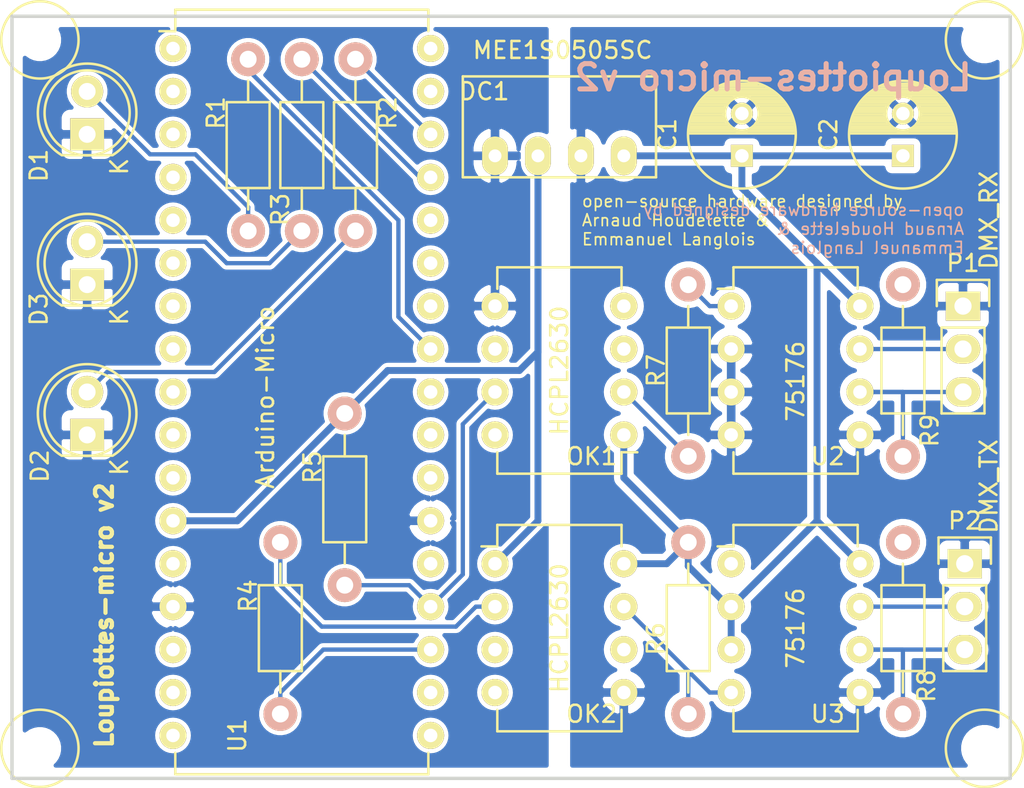
<source format=kicad_pcb>
(kicad_pcb (version 4) (host pcbnew "(2015-09-28 BZR 6225)-product")

  (general
    (links 51)
    (no_connects 3)
    (area 127.940999 65.115 189.051001 115.075)
    (thickness 1.6)
    (drawings 8)
    (tracks 72)
    (zones 0)
    (modules 26)
    (nets 21)
  )

  (page A4)
  (layers
    (0 F.Cu signal)
    (31 B.Cu signal)
    (32 B.Adhes user)
    (33 F.Adhes user)
    (34 B.Paste user)
    (35 F.Paste user)
    (36 B.SilkS user)
    (37 F.SilkS user)
    (38 B.Mask user hide)
    (39 F.Mask user hide)
    (40 Dwgs.User user)
    (41 Cmts.User user)
    (42 Eco1.User user)
    (43 Eco2.User user)
    (44 Edge.Cuts user)
    (45 Margin user)
    (46 B.CrtYd user)
    (47 F.CrtYd user)
    (48 B.Fab user)
    (49 F.Fab user)
  )

  (setup
    (last_trace_width 0.254)
    (trace_clearance 0.254)
    (zone_clearance 0.381)
    (zone_45_only no)
    (trace_min 0.2)
    (segment_width 0.2)
    (edge_width 0.2)
    (via_size 0.6)
    (via_drill 0.4)
    (via_min_size 0.4)
    (via_min_drill 0.3)
    (uvia_size 0.3)
    (uvia_drill 0.1)
    (uvias_allowed no)
    (uvia_min_size 0)
    (uvia_min_drill 0)
    (pcb_text_width 0.3)
    (pcb_text_size 1.5 1.5)
    (mod_edge_width 0.15)
    (mod_text_size 1 1)
    (mod_text_width 0.15)
    (pad_size 2 2)
    (pad_drill 2)
    (pad_to_mask_clearance 0.2)
    (aux_axis_origin 0 0)
    (grid_origin 138.43 69.85)
    (visible_elements FFFFFF7F)
    (pcbplotparams
      (layerselection 0x010f0_80000001)
      (usegerberextensions false)
      (excludeedgelayer true)
      (linewidth 0.100000)
      (plotframeref false)
      (viasonmask false)
      (mode 1)
      (useauxorigin false)
      (hpglpennumber 1)
      (hpglpenspeed 20)
      (hpglpendiameter 15)
      (hpglpenoverlay 2)
      (psnegative false)
      (psa4output false)
      (plotreference true)
      (plotvalue true)
      (plotinvisibletext false)
      (padsonsilk false)
      (subtractmaskfromsilk false)
      (outputformat 1)
      (mirror false)
      (drillshape 0)
      (scaleselection 1)
      (outputdirectory ""))
  )

  (net 0 "")
  (net 1 GNDA)
  (net 2 VCC)
  (net 3 /LED1)
  (net 4 /LED2)
  (net 5 /LED3)
  (net 6 GND)
  (net 7 /ARD_TX)
  (net 8 +5V)
  (net 9 /ARD_RX)
  (net 10 "Net-(R7-Pad2)")
  (net 11 "Net-(D1-Pad2)")
  (net 12 "Net-(D2-Pad2)")
  (net 13 "Net-(D3-Pad2)")
  (net 14 "Net-(OK1-Pad2)")
  (net 15 "Net-(OK2-Pad2)")
  (net 16 "Net-(OK2-Pad7)")
  (net 17 /RX-)
  (net 18 /RX+)
  (net 19 /TX-)
  (net 20 /TX+)

  (net_class Default "This is the default net class."
    (clearance 0.254)
    (trace_width 0.254)
    (via_dia 0.6)
    (via_drill 0.4)
    (uvia_dia 0.3)
    (uvia_drill 0.1)
    (add_net /ARD_RX)
    (add_net /ARD_TX)
    (add_net /LED1)
    (add_net /LED2)
    (add_net /LED3)
    (add_net /RX+)
    (add_net /RX-)
    (add_net /TX+)
    (add_net /TX-)
    (add_net "Net-(D1-Pad2)")
    (add_net "Net-(D2-Pad2)")
    (add_net "Net-(D3-Pad2)")
    (add_net "Net-(OK1-Pad2)")
    (add_net "Net-(OK2-Pad2)")
    (add_net "Net-(OK2-Pad7)")
    (add_net "Net-(R7-Pad2)")
  )

  (net_class Power ""
    (clearance 0.254)
    (trace_width 0.4064)
    (via_dia 0.6)
    (via_drill 0.4)
    (uvia_dia 0.3)
    (uvia_drill 0.1)
    (add_net +5V)
    (add_net GND)
    (add_net GNDA)
    (add_net VCC)
  )

  (module Connect:1pin (layer F.Cu) (tedit 5617860E) (tstamp 561786AA)
    (at 130.556 69.342)
    (descr "module 1 pin (ou trou mecanique de percage)")
    (tags DEV)
    (fp_text reference REF** (at 0 -3.048) (layer F.SilkS) hide
      (effects (font (size 1 1) (thickness 0.15)))
    )
    (fp_text value 1pin (at 0 2.794) (layer F.Fab) hide
      (effects (font (size 1 1) (thickness 0.15)))
    )
    (fp_circle (center 0 0) (end 0 -2.286) (layer F.SilkS) (width 0.15))
    (pad "" np_thru_hole circle (at 0 0) (size 2 2) (drill 2) (layers *.Cu *.Mask))
  )

  (module Connect:1pin (layer F.Cu) (tedit 5617860E) (tstamp 56178684)
    (at 130.556 111.252)
    (descr "module 1 pin (ou trou mecanique de percage)")
    (tags DEV)
    (fp_text reference REF** (at 0 -3.048) (layer F.SilkS) hide
      (effects (font (size 1 1) (thickness 0.15)))
    )
    (fp_text value 1pin (at 0 2.794) (layer F.Fab) hide
      (effects (font (size 1 1) (thickness 0.15)))
    )
    (fp_circle (center 0 0) (end 0 -2.286) (layer F.SilkS) (width 0.15))
    (pad "" np_thru_hole circle (at 0 0) (size 2 2) (drill 2) (layers *.Cu *.Mask))
  )

  (module Connect:1pin (layer F.Cu) (tedit 5617860E) (tstamp 5617864C)
    (at 186.436 111.252)
    (descr "module 1 pin (ou trou mecanique de percage)")
    (tags DEV)
    (fp_text reference REF** (at 0 -3.048) (layer F.SilkS) hide
      (effects (font (size 1 1) (thickness 0.15)))
    )
    (fp_text value 1pin (at 0 2.794) (layer F.Fab) hide
      (effects (font (size 1 1) (thickness 0.15)))
    )
    (fp_circle (center 0 0) (end 0 -2.286) (layer F.SilkS) (width 0.15))
    (pad "" np_thru_hole circle (at 0 0) (size 2 2) (drill 2) (layers *.Cu *.Mask))
  )

  (module Connect:1pin (layer F.Cu) (tedit 5617860E) (tstamp 56178414)
    (at 186.436 69.342)
    (descr "module 1 pin (ou trou mecanique de percage)")
    (tags DEV)
    (fp_text reference REF** (at 0 -3.048) (layer F.SilkS) hide
      (effects (font (size 1 1) (thickness 0.15)))
    )
    (fp_text value 1pin (at 0 2.794) (layer F.Fab) hide
      (effects (font (size 1 1) (thickness 0.15)))
    )
    (fp_circle (center 0 0) (end 0 -2.286) (layer F.SilkS) (width 0.15))
    (pad "" np_thru_hole circle (at 0 0) (size 2 2) (drill 2) (layers *.Cu *.Mask))
  )

  (module Resistors_ThroughHole:Resistor_Horizontal_RM10mm (layer F.Cu) (tedit 53F56209) (tstamp 561642EB)
    (at 181.61 104.14 90)
    (descr "Resistor, Axial,  RM 10mm, 1/3W,")
    (tags "Resistor, Axial, RM 10mm, 1/3W,")
    (path /56168A3F)
    (fp_text reference R8 (at -3.429 1.397 90) (layer F.SilkS)
      (effects (font (size 1 1) (thickness 0.15)))
    )
    (fp_text value 120 (at 0 0 90) (layer F.Fab)
      (effects (font (size 1 1) (thickness 0.15)))
    )
    (fp_line (start -2.54 -1.27) (end 2.54 -1.27) (layer F.SilkS) (width 0.15))
    (fp_line (start 2.54 -1.27) (end 2.54 1.27) (layer F.SilkS) (width 0.15))
    (fp_line (start 2.54 1.27) (end -2.54 1.27) (layer F.SilkS) (width 0.15))
    (fp_line (start -2.54 1.27) (end -2.54 -1.27) (layer F.SilkS) (width 0.15))
    (fp_line (start -2.54 0) (end -3.81 0) (layer F.SilkS) (width 0.15))
    (fp_line (start 2.54 0) (end 3.81 0) (layer F.SilkS) (width 0.15))
    (pad 1 thru_hole circle (at -5.08 0 90) (size 1.99898 1.99898) (drill 1.00076) (layers *.Cu *.SilkS *.Mask)
      (net 20 /TX+))
    (pad 2 thru_hole circle (at 5.08 0 90) (size 1.99898 1.99898) (drill 1.00076) (layers *.Cu *.SilkS *.Mask)
      (net 19 /TX-))
    (model Resistors_ThroughHole.3dshapes/Resistor_Horizontal_RM10mm.wrl
      (at (xyz 0 0 0))
      (scale (xyz 0.4 0.4 0.4))
      (rotate (xyz 0 0 0))
    )
  )

  (module Resistors_ThroughHole:Resistor_Horizontal_RM10mm (layer F.Cu) (tedit 56178745) (tstamp 561642F1)
    (at 181.61 88.9 90)
    (descr "Resistor, Axial,  RM 10mm, 1/3W,")
    (tags "Resistor, Axial, RM 10mm, 1/3W,")
    (path /5616A360)
    (fp_text reference R9 (at -3.556 1.5875 90) (layer F.SilkS)
      (effects (font (size 1 1) (thickness 0.15)))
    )
    (fp_text value 120 (at 0 0 90) (layer F.Fab)
      (effects (font (size 1 1) (thickness 0.15)))
    )
    (fp_line (start -2.54 -1.27) (end 2.54 -1.27) (layer F.SilkS) (width 0.15))
    (fp_line (start 2.54 -1.27) (end 2.54 1.27) (layer F.SilkS) (width 0.15))
    (fp_line (start 2.54 1.27) (end -2.54 1.27) (layer F.SilkS) (width 0.15))
    (fp_line (start -2.54 1.27) (end -2.54 -1.27) (layer F.SilkS) (width 0.15))
    (fp_line (start -2.54 0) (end -3.81 0) (layer F.SilkS) (width 0.15))
    (fp_line (start 2.54 0) (end 3.81 0) (layer F.SilkS) (width 0.15))
    (pad 1 thru_hole circle (at -5.08 0 90) (size 1.99898 1.99898) (drill 1.00076) (layers *.Cu *.SilkS *.Mask)
      (net 18 /RX+))
    (pad 2 thru_hole circle (at 5.08 0 90) (size 1.99898 1.99898) (drill 1.00076) (layers *.Cu *.SilkS *.Mask)
      (net 17 /RX-))
    (model Resistors_ThroughHole.3dshapes/Resistor_Horizontal_RM10mm.wrl
      (at (xyz 0 0 0))
      (scale (xyz 0.4 0.4 0.4))
      (rotate (xyz 0 0 0))
    )
  )

  (module Arduino-Micro:DIP-34_W15.24mm (layer F.Cu) (tedit 5617874D) (tstamp 56163733)
    (at 138.43 69.85)
    (descr "Arduino Micro")
    (tags "dil dip 2.54 600")
    (path /560D3EC6)
    (fp_text reference U1 (at 3.81 40.64 90) (layer F.SilkS)
      (effects (font (size 1 1) (thickness 0.15)))
    )
    (fp_text value Arduino-Micro (at 5.461 20.6375 90) (layer F.SilkS)
      (effects (font (size 1 1) (thickness 0.15)))
    )
    (fp_line (start -1.05 -2.45) (end -1.05 43.053095) (layer F.CrtYd) (width 0.05))
    (fp_line (start 16.3 -2.45) (end 16.3 43.053021) (layer F.CrtYd) (width 0.05))
    (fp_line (start -1.05 -2.45) (end 16.3 -2.45) (layer F.CrtYd) (width 0.05))
    (fp_line (start -1.05 43.09) (end 16.3 43.09) (layer F.CrtYd) (width 0.05))
    (fp_line (start 0.135 -2.295) (end 0.135 -1.025) (layer F.SilkS) (width 0.15))
    (fp_line (start 15.105 -2.295) (end 15.105 -1.025) (layer F.SilkS) (width 0.15))
    (fp_line (start 15.105 42.935) (end 15.105 41.665) (layer F.SilkS) (width 0.15))
    (fp_line (start 0.135 42.935) (end 0.135 41.665) (layer F.SilkS) (width 0.15))
    (fp_line (start 0.135 -2.295) (end 15.105 -2.295) (layer F.SilkS) (width 0.15))
    (fp_line (start 0.135 42.935) (end 15.105 42.935) (layer F.SilkS) (width 0.15))
    (fp_line (start 0.135 -1.025) (end -0.8 -1.025) (layer F.SilkS) (width 0.15))
    (pad 18 thru_hole oval (at 15.24 40.64) (size 1.6 1.6) (drill 0.8) (layers *.Cu *.Mask F.SilkS))
    (pad 17 thru_hole oval (at 0 40.64) (size 1.6 1.6) (drill 0.8) (layers *.Cu *.Mask F.SilkS))
    (pad 1 thru_hole oval (at 0 0) (size 1.6 1.6) (drill 0.8) (layers *.Cu *.Mask F.SilkS))
    (pad 2 thru_hole oval (at 0 2.54) (size 1.6 1.6) (drill 0.8) (layers *.Cu *.Mask F.SilkS))
    (pad 3 thru_hole oval (at 0 5.08) (size 1.6 1.6) (drill 0.8) (layers *.Cu *.Mask F.SilkS))
    (pad 4 thru_hole oval (at 0 7.62) (size 1.6 1.6) (drill 0.8) (layers *.Cu *.Mask F.SilkS))
    (pad 5 thru_hole oval (at 0 10.16) (size 1.6 1.6) (drill 0.8) (layers *.Cu *.Mask F.SilkS))
    (pad 6 thru_hole oval (at 0 12.7) (size 1.6 1.6) (drill 0.8) (layers *.Cu *.Mask F.SilkS))
    (pad 7 thru_hole oval (at 0 15.24) (size 1.6 1.6) (drill 0.8) (layers *.Cu *.Mask F.SilkS))
    (pad 8 thru_hole oval (at 0 17.78) (size 1.6 1.6) (drill 0.8) (layers *.Cu *.Mask F.SilkS))
    (pad 9 thru_hole oval (at 0 20.32) (size 1.6 1.6) (drill 0.8) (layers *.Cu *.Mask F.SilkS))
    (pad 10 thru_hole oval (at 0 22.86) (size 1.6 1.6) (drill 0.8) (layers *.Cu *.Mask F.SilkS))
    (pad 11 thru_hole oval (at 0 25.4) (size 1.6 1.6) (drill 0.8) (layers *.Cu *.Mask F.SilkS))
    (pad 12 thru_hole oval (at 0 27.94) (size 1.6 1.6) (drill 0.8) (layers *.Cu *.Mask F.SilkS)
      (net 8 +5V))
    (pad 13 thru_hole oval (at 0 30.48) (size 1.6 1.6) (drill 0.8) (layers *.Cu *.Mask F.SilkS))
    (pad 14 thru_hole oval (at 0 33.02) (size 1.6 1.6) (drill 0.8) (layers *.Cu *.Mask F.SilkS)
      (net 6 GND))
    (pad 15 thru_hole oval (at 0 35.56) (size 1.6 1.6) (drill 0.8) (layers *.Cu *.Mask F.SilkS))
    (pad 16 thru_hole oval (at 0 38.1) (size 1.6 1.6) (drill 0.8) (layers *.Cu *.Mask F.SilkS))
    (pad 19 thru_hole oval (at 15.24 38.1) (size 1.6 1.6) (drill 0.8) (layers *.Cu *.Mask F.SilkS))
    (pad 20 thru_hole oval (at 15.24 35.56) (size 1.6 1.6) (drill 0.8) (layers *.Cu *.Mask F.SilkS)
      (net 7 /ARD_TX))
    (pad 21 thru_hole oval (at 15.24 33.02) (size 1.6 1.6) (drill 0.8) (layers *.Cu *.Mask F.SilkS)
      (net 9 /ARD_RX))
    (pad 22 thru_hole oval (at 15.24 30.48) (size 1.6 1.6) (drill 0.8) (layers *.Cu *.Mask F.SilkS))
    (pad 23 thru_hole oval (at 15.24 27.94) (size 1.6 1.6) (drill 0.8) (layers *.Cu *.Mask F.SilkS)
      (net 6 GND))
    (pad 24 thru_hole oval (at 15.24 25.4) (size 1.6 1.6) (drill 0.8) (layers *.Cu *.Mask F.SilkS))
    (pad 25 thru_hole oval (at 15.24 22.86) (size 1.6 1.6) (drill 0.8) (layers *.Cu *.Mask F.SilkS))
    (pad 26 thru_hole oval (at 15.24 20.32) (size 1.6 1.6) (drill 0.8) (layers *.Cu *.Mask F.SilkS))
    (pad 27 thru_hole oval (at 15.24 17.78) (size 1.6 1.6) (drill 0.8) (layers *.Cu *.Mask F.SilkS)
      (net 3 /LED1))
    (pad 28 thru_hole oval (at 15.24 15.24) (size 1.6 1.6) (drill 0.8) (layers *.Cu *.Mask F.SilkS))
    (pad 29 thru_hole oval (at 15.24 12.7) (size 1.6 1.6) (drill 0.8) (layers *.Cu *.Mask F.SilkS))
    (pad 30 thru_hole oval (at 15.24 10.16) (size 1.6 1.6) (drill 0.8) (layers *.Cu *.Mask F.SilkS))
    (pad 31 thru_hole oval (at 15.24 7.62) (size 1.6 1.6) (drill 0.8) (layers *.Cu *.Mask F.SilkS)
      (net 5 /LED3))
    (pad 32 thru_hole oval (at 15.24 5.08) (size 1.6 1.6) (drill 0.8) (layers *.Cu *.Mask F.SilkS)
      (net 4 /LED2))
    (pad 33 thru_hole oval (at 15.24 2.54) (size 1.6 1.6) (drill 0.8) (layers *.Cu *.Mask F.SilkS))
    (pad 34 thru_hole oval (at 15.24 0) (size 1.6 1.6) (drill 0.8) (layers *.Cu *.Mask F.SilkS))
    (model Housings_DIP.3dshapes/DIP-32_W15.24mm.wrl
      (at (xyz 0 0 0))
      (scale (xyz 1 1 1))
      (rotate (xyz 0 0 0))
    )
  )

  (module SIP-4:SIP-4_W6.00mm (layer F.Cu) (tedit 56178719) (tstamp 5616373F)
    (at 157.48 76.2)
    (path /56163626)
    (fp_text reference DC1 (at -0.635 -3.81) (layer F.SilkS)
      (effects (font (size 1 1) (thickness 0.15)))
    )
    (fp_text value MEE1S0505SC (at 4 -6.25) (layer F.SilkS)
      (effects (font (size 1 1) (thickness 0.15)))
    )
    (fp_line (start -1.905 1.27) (end 9.525 1.27) (layer F.SilkS) (width 0.15))
    (fp_line (start 9.525 1.27) (end 9.525 -4.699) (layer F.SilkS) (width 0.15))
    (fp_line (start 9.525 -4.699) (end -1.905 -4.699) (layer F.SilkS) (width 0.15))
    (fp_line (start -1.905 -4.699) (end -1.905 1.27) (layer F.SilkS) (width 0.15))
    (pad 4 thru_hole oval (at 7.62 0) (size 1.524 2.286) (drill 0.762) (layers *.Cu *.Mask F.SilkS)
      (net 2 VCC))
    (pad 3 thru_hole oval (at 5.08 0) (size 1.524 2.286) (drill 0.762) (layers *.Cu *.Mask F.SilkS)
      (net 1 GNDA))
    (pad 2 thru_hole oval (at 2.54 0) (size 1.524 2.286) (drill 0.762) (layers *.Cu *.Mask F.SilkS)
      (net 8 +5V))
    (pad 1 thru_hole oval (at 0 0) (size 1.524 2.286) (drill 0.762) (layers *.Cu *.Mask F.SilkS)
      (net 6 GND))
  )

  (module Pin_Headers:Pin_Header_Straight_1x03 (layer F.Cu) (tedit 5617872E) (tstamp 56163783)
    (at 185.166 85.09)
    (descr "Through hole pin header")
    (tags "pin header")
    (path /561637E3)
    (fp_text reference P1 (at 0 -2.54) (layer F.SilkS)
      (effects (font (size 1 1) (thickness 0.15)))
    )
    (fp_text value DMX_RX (at 1.524 -5.08 90) (layer F.SilkS)
      (effects (font (size 1 1) (thickness 0.15)))
    )
    (fp_line (start -1.75 -1.75) (end -1.75 6.85) (layer F.CrtYd) (width 0.05))
    (fp_line (start 1.75 -1.75) (end 1.75 6.85) (layer F.CrtYd) (width 0.05))
    (fp_line (start -1.75 -1.75) (end 1.75 -1.75) (layer F.CrtYd) (width 0.05))
    (fp_line (start -1.75 6.85) (end 1.75 6.85) (layer F.CrtYd) (width 0.05))
    (fp_line (start -1.27 1.27) (end -1.27 6.35) (layer F.SilkS) (width 0.15))
    (fp_line (start -1.27 6.35) (end 1.27 6.35) (layer F.SilkS) (width 0.15))
    (fp_line (start 1.27 6.35) (end 1.27 1.27) (layer F.SilkS) (width 0.15))
    (fp_line (start 1.55 -1.55) (end 1.55 0) (layer F.SilkS) (width 0.15))
    (fp_line (start 1.27 1.27) (end -1.27 1.27) (layer F.SilkS) (width 0.15))
    (fp_line (start -1.55 0) (end -1.55 -1.55) (layer F.SilkS) (width 0.15))
    (fp_line (start -1.55 -1.55) (end 1.55 -1.55) (layer F.SilkS) (width 0.15))
    (pad 1 thru_hole rect (at 0 0) (size 2.032 1.7272) (drill 1.016) (layers *.Cu *.Mask F.SilkS)
      (net 1 GNDA))
    (pad 2 thru_hole oval (at 0 2.54) (size 2.032 1.7272) (drill 1.016) (layers *.Cu *.Mask F.SilkS)
      (net 17 /RX-))
    (pad 3 thru_hole oval (at 0 5.08) (size 2.032 1.7272) (drill 1.016) (layers *.Cu *.Mask F.SilkS)
      (net 18 /RX+))
    (model Pin_Headers.3dshapes/Pin_Header_Straight_1x03.wrl
      (at (xyz 0 -0.1 0))
      (scale (xyz 1 1 1))
      (rotate (xyz 0 0 90))
    )
  )

  (module Pin_Headers:Pin_Header_Straight_1x03 (layer F.Cu) (tedit 56178727) (tstamp 5616378A)
    (at 185.2676 100.33)
    (descr "Through hole pin header")
    (tags "pin header")
    (path /56163851)
    (fp_text reference P2 (at 0 -2.54) (layer F.SilkS)
      (effects (font (size 1 1) (thickness 0.15)))
    )
    (fp_text value DMX_TX (at 1.4224 -4.572 90) (layer F.SilkS)
      (effects (font (size 1 1) (thickness 0.15)))
    )
    (fp_line (start -1.75 -1.75) (end -1.75 6.85) (layer F.CrtYd) (width 0.05))
    (fp_line (start 1.75 -1.75) (end 1.75 6.85) (layer F.CrtYd) (width 0.05))
    (fp_line (start -1.75 -1.75) (end 1.75 -1.75) (layer F.CrtYd) (width 0.05))
    (fp_line (start -1.75 6.85) (end 1.75 6.85) (layer F.CrtYd) (width 0.05))
    (fp_line (start -1.27 1.27) (end -1.27 6.35) (layer F.SilkS) (width 0.15))
    (fp_line (start -1.27 6.35) (end 1.27 6.35) (layer F.SilkS) (width 0.15))
    (fp_line (start 1.27 6.35) (end 1.27 1.27) (layer F.SilkS) (width 0.15))
    (fp_line (start 1.55 -1.55) (end 1.55 0) (layer F.SilkS) (width 0.15))
    (fp_line (start 1.27 1.27) (end -1.27 1.27) (layer F.SilkS) (width 0.15))
    (fp_line (start -1.55 0) (end -1.55 -1.55) (layer F.SilkS) (width 0.15))
    (fp_line (start -1.55 -1.55) (end 1.55 -1.55) (layer F.SilkS) (width 0.15))
    (pad 1 thru_hole rect (at 0 0) (size 2.032 1.7272) (drill 1.016) (layers *.Cu *.Mask F.SilkS)
      (net 1 GNDA))
    (pad 2 thru_hole oval (at 0 2.54) (size 2.032 1.7272) (drill 1.016) (layers *.Cu *.Mask F.SilkS)
      (net 19 /TX-))
    (pad 3 thru_hole oval (at 0 5.08) (size 2.032 1.7272) (drill 1.016) (layers *.Cu *.Mask F.SilkS)
      (net 20 /TX+))
    (model Pin_Headers.3dshapes/Pin_Header_Straight_1x03.wrl
      (at (xyz 0 -0.1 0))
      (scale (xyz 1 1 1))
      (rotate (xyz 0 0 90))
    )
  )

  (module Housings_DIP:DIP-8_W7.62mm (layer F.Cu) (tedit 56178703) (tstamp 56163796)
    (at 157.48 100.33)
    (descr "8-lead dip package, row spacing 7.62 mm (300 mils)")
    (tags "dil dip 2.54 300")
    (path /561638D9)
    (fp_text reference OK2 (at 5.715 8.89) (layer F.SilkS)
      (effects (font (size 1 1) (thickness 0.15)))
    )
    (fp_text value HCPL2630 (at 3.81 3.81 90) (layer F.SilkS)
      (effects (font (size 1 1) (thickness 0.15)))
    )
    (fp_line (start -1.05 -2.45) (end -1.05 10.1) (layer F.CrtYd) (width 0.05))
    (fp_line (start 8.65 -2.45) (end 8.65 10.1) (layer F.CrtYd) (width 0.05))
    (fp_line (start -1.05 -2.45) (end 8.65 -2.45) (layer F.CrtYd) (width 0.05))
    (fp_line (start -1.05 10.1) (end 8.65 10.1) (layer F.CrtYd) (width 0.05))
    (fp_line (start 0.135 -2.295) (end 0.135 -1.025) (layer F.SilkS) (width 0.15))
    (fp_line (start 7.485 -2.295) (end 7.485 -1.025) (layer F.SilkS) (width 0.15))
    (fp_line (start 7.485 9.915) (end 7.485 8.645) (layer F.SilkS) (width 0.15))
    (fp_line (start 0.135 9.915) (end 0.135 8.645) (layer F.SilkS) (width 0.15))
    (fp_line (start 0.135 -2.295) (end 7.485 -2.295) (layer F.SilkS) (width 0.15))
    (fp_line (start 0.135 9.915) (end 7.485 9.915) (layer F.SilkS) (width 0.15))
    (fp_line (start 0.135 -1.025) (end -0.8 -1.025) (layer F.SilkS) (width 0.15))
    (pad 1 thru_hole oval (at 0 0) (size 1.6 1.6) (drill 0.8) (layers *.Cu *.Mask F.SilkS)
      (net 8 +5V))
    (pad 2 thru_hole oval (at 0 2.54) (size 1.6 1.6) (drill 0.8) (layers *.Cu *.Mask F.SilkS)
      (net 15 "Net-(OK2-Pad2)"))
    (pad 3 thru_hole oval (at 0 5.08) (size 1.6 1.6) (drill 0.8) (layers *.Cu *.Mask F.SilkS))
    (pad 4 thru_hole oval (at 0 7.62) (size 1.6 1.6) (drill 0.8) (layers *.Cu *.Mask F.SilkS))
    (pad 5 thru_hole oval (at 7.62 7.62) (size 1.6 1.6) (drill 0.8) (layers *.Cu *.Mask F.SilkS)
      (net 1 GNDA))
    (pad 6 thru_hole oval (at 7.62 5.08) (size 1.6 1.6) (drill 0.8) (layers *.Cu *.Mask F.SilkS))
    (pad 7 thru_hole oval (at 7.62 2.54) (size 1.6 1.6) (drill 0.8) (layers *.Cu *.Mask F.SilkS)
      (net 16 "Net-(OK2-Pad7)"))
    (pad 8 thru_hole oval (at 7.62 0) (size 1.6 1.6) (drill 0.8) (layers *.Cu *.Mask F.SilkS)
      (net 2 VCC))
    (model Housings_DIP.3dshapes/DIP-8_W7.62mm.wrl
      (at (xyz 0 0 0))
      (scale (xyz 1 1 1))
      (rotate (xyz 0 0 0))
    )
  )

  (module Housings_DIP:DIP-8_W7.62mm (layer F.Cu) (tedit 56178709) (tstamp 561637A2)
    (at 171.45 85.09)
    (descr "8-lead dip package, row spacing 7.62 mm (300 mils)")
    (tags "dil dip 2.54 300")
    (path /561636DF)
    (fp_text reference U2 (at 5.715 8.89) (layer F.SilkS)
      (effects (font (size 1 1) (thickness 0.15)))
    )
    (fp_text value 75176 (at 3.81 4.445 90) (layer F.SilkS)
      (effects (font (size 1 1) (thickness 0.15)))
    )
    (fp_line (start -1.05 -2.45) (end -1.05 10.1) (layer F.CrtYd) (width 0.05))
    (fp_line (start 8.65 -2.45) (end 8.65 10.1) (layer F.CrtYd) (width 0.05))
    (fp_line (start -1.05 -2.45) (end 8.65 -2.45) (layer F.CrtYd) (width 0.05))
    (fp_line (start -1.05 10.1) (end 8.65 10.1) (layer F.CrtYd) (width 0.05))
    (fp_line (start 0.135 -2.295) (end 0.135 -1.025) (layer F.SilkS) (width 0.15))
    (fp_line (start 7.485 -2.295) (end 7.485 -1.025) (layer F.SilkS) (width 0.15))
    (fp_line (start 7.485 9.915) (end 7.485 8.645) (layer F.SilkS) (width 0.15))
    (fp_line (start 0.135 9.915) (end 0.135 8.645) (layer F.SilkS) (width 0.15))
    (fp_line (start 0.135 -2.295) (end 7.485 -2.295) (layer F.SilkS) (width 0.15))
    (fp_line (start 0.135 9.915) (end 7.485 9.915) (layer F.SilkS) (width 0.15))
    (fp_line (start 0.135 -1.025) (end -0.8 -1.025) (layer F.SilkS) (width 0.15))
    (pad 1 thru_hole oval (at 0 0) (size 1.6 1.6) (drill 0.8) (layers *.Cu *.Mask F.SilkS)
      (net 10 "Net-(R7-Pad2)"))
    (pad 2 thru_hole oval (at 0 2.54) (size 1.6 1.6) (drill 0.8) (layers *.Cu *.Mask F.SilkS)
      (net 1 GNDA))
    (pad 3 thru_hole oval (at 0 5.08) (size 1.6 1.6) (drill 0.8) (layers *.Cu *.Mask F.SilkS)
      (net 1 GNDA))
    (pad 4 thru_hole oval (at 0 7.62) (size 1.6 1.6) (drill 0.8) (layers *.Cu *.Mask F.SilkS)
      (net 1 GNDA))
    (pad 5 thru_hole oval (at 7.62 7.62) (size 1.6 1.6) (drill 0.8) (layers *.Cu *.Mask F.SilkS)
      (net 1 GNDA))
    (pad 6 thru_hole oval (at 7.62 5.08) (size 1.6 1.6) (drill 0.8) (layers *.Cu *.Mask F.SilkS)
      (net 18 /RX+))
    (pad 7 thru_hole oval (at 7.62 2.54) (size 1.6 1.6) (drill 0.8) (layers *.Cu *.Mask F.SilkS)
      (net 17 /RX-))
    (pad 8 thru_hole oval (at 7.62 0) (size 1.6 1.6) (drill 0.8) (layers *.Cu *.Mask F.SilkS)
      (net 2 VCC))
    (model Housings_DIP.3dshapes/DIP-8_W7.62mm.wrl
      (at (xyz 0 0 0))
      (scale (xyz 1 1 1))
      (rotate (xyz 0 0 0))
    )
  )

  (module Housings_DIP:DIP-8_W7.62mm (layer F.Cu) (tedit 5617870E) (tstamp 561637AE)
    (at 171.45 100.33)
    (descr "8-lead dip package, row spacing 7.62 mm (300 mils)")
    (tags "dil dip 2.54 300")
    (path /56163761)
    (fp_text reference U3 (at 5.715 8.89) (layer F.SilkS)
      (effects (font (size 1 1) (thickness 0.15)))
    )
    (fp_text value 75176 (at 3.81 3.81 90) (layer F.SilkS)
      (effects (font (size 1 1) (thickness 0.15)))
    )
    (fp_line (start -1.05 -2.45) (end -1.05 10.1) (layer F.CrtYd) (width 0.05))
    (fp_line (start 8.65 -2.45) (end 8.65 10.1) (layer F.CrtYd) (width 0.05))
    (fp_line (start -1.05 -2.45) (end 8.65 -2.45) (layer F.CrtYd) (width 0.05))
    (fp_line (start -1.05 10.1) (end 8.65 10.1) (layer F.CrtYd) (width 0.05))
    (fp_line (start 0.135 -2.295) (end 0.135 -1.025) (layer F.SilkS) (width 0.15))
    (fp_line (start 7.485 -2.295) (end 7.485 -1.025) (layer F.SilkS) (width 0.15))
    (fp_line (start 7.485 9.915) (end 7.485 8.645) (layer F.SilkS) (width 0.15))
    (fp_line (start 0.135 9.915) (end 0.135 8.645) (layer F.SilkS) (width 0.15))
    (fp_line (start 0.135 -2.295) (end 7.485 -2.295) (layer F.SilkS) (width 0.15))
    (fp_line (start 0.135 9.915) (end 7.485 9.915) (layer F.SilkS) (width 0.15))
    (fp_line (start 0.135 -1.025) (end -0.8 -1.025) (layer F.SilkS) (width 0.15))
    (pad 1 thru_hole oval (at 0 0) (size 1.6 1.6) (drill 0.8) (layers *.Cu *.Mask F.SilkS))
    (pad 2 thru_hole oval (at 0 2.54) (size 1.6 1.6) (drill 0.8) (layers *.Cu *.Mask F.SilkS)
      (net 2 VCC))
    (pad 3 thru_hole oval (at 0 5.08) (size 1.6 1.6) (drill 0.8) (layers *.Cu *.Mask F.SilkS)
      (net 2 VCC))
    (pad 4 thru_hole oval (at 0 7.62) (size 1.6 1.6) (drill 0.8) (layers *.Cu *.Mask F.SilkS)
      (net 16 "Net-(OK2-Pad7)"))
    (pad 5 thru_hole oval (at 7.62 7.62) (size 1.6 1.6) (drill 0.8) (layers *.Cu *.Mask F.SilkS)
      (net 1 GNDA))
    (pad 6 thru_hole oval (at 7.62 5.08) (size 1.6 1.6) (drill 0.8) (layers *.Cu *.Mask F.SilkS)
      (net 20 /TX+))
    (pad 7 thru_hole oval (at 7.62 2.54) (size 1.6 1.6) (drill 0.8) (layers *.Cu *.Mask F.SilkS)
      (net 19 /TX-))
    (pad 8 thru_hole oval (at 7.62 0) (size 1.6 1.6) (drill 0.8) (layers *.Cu *.Mask F.SilkS)
      (net 2 VCC))
    (model Housings_DIP.3dshapes/DIP-8_W7.62mm.wrl
      (at (xyz 0 0 0))
      (scale (xyz 1 1 1))
      (rotate (xyz 0 0 0))
    )
  )

  (module Housings_DIP:DIP-8_W7.62mm (layer F.Cu) (tedit 561786FF) (tstamp 561637BA)
    (at 165.1 92.71 180)
    (descr "8-lead dip package, row spacing 7.62 mm (300 mils)")
    (tags "dil dip 2.54 300")
    (path /561638A3)
    (fp_text reference OK1 (at 1.905 -1.27 180) (layer F.SilkS)
      (effects (font (size 1 1) (thickness 0.15)))
    )
    (fp_text value HCPL2630 (at 3.81 3.81 270) (layer F.SilkS)
      (effects (font (size 1 1) (thickness 0.15)))
    )
    (fp_line (start -1.05 -2.45) (end -1.05 10.1) (layer F.CrtYd) (width 0.05))
    (fp_line (start 8.65 -2.45) (end 8.65 10.1) (layer F.CrtYd) (width 0.05))
    (fp_line (start -1.05 -2.45) (end 8.65 -2.45) (layer F.CrtYd) (width 0.05))
    (fp_line (start -1.05 10.1) (end 8.65 10.1) (layer F.CrtYd) (width 0.05))
    (fp_line (start 0.135 -2.295) (end 0.135 -1.025) (layer F.SilkS) (width 0.15))
    (fp_line (start 7.485 -2.295) (end 7.485 -1.025) (layer F.SilkS) (width 0.15))
    (fp_line (start 7.485 9.915) (end 7.485 8.645) (layer F.SilkS) (width 0.15))
    (fp_line (start 0.135 9.915) (end 0.135 8.645) (layer F.SilkS) (width 0.15))
    (fp_line (start 0.135 -2.295) (end 7.485 -2.295) (layer F.SilkS) (width 0.15))
    (fp_line (start 0.135 9.915) (end 7.485 9.915) (layer F.SilkS) (width 0.15))
    (fp_line (start 0.135 -1.025) (end -0.8 -1.025) (layer F.SilkS) (width 0.15))
    (pad 1 thru_hole oval (at 0 0 180) (size 1.6 1.6) (drill 0.8) (layers *.Cu *.Mask F.SilkS)
      (net 2 VCC))
    (pad 2 thru_hole oval (at 0 2.54 180) (size 1.6 1.6) (drill 0.8) (layers *.Cu *.Mask F.SilkS)
      (net 14 "Net-(OK1-Pad2)"))
    (pad 3 thru_hole oval (at 0 5.08 180) (size 1.6 1.6) (drill 0.8) (layers *.Cu *.Mask F.SilkS))
    (pad 4 thru_hole oval (at 0 7.62 180) (size 1.6 1.6) (drill 0.8) (layers *.Cu *.Mask F.SilkS))
    (pad 5 thru_hole oval (at 7.62 7.62 180) (size 1.6 1.6) (drill 0.8) (layers *.Cu *.Mask F.SilkS)
      (net 6 GND))
    (pad 6 thru_hole oval (at 7.62 5.08 180) (size 1.6 1.6) (drill 0.8) (layers *.Cu *.Mask F.SilkS))
    (pad 7 thru_hole oval (at 7.62 2.54 180) (size 1.6 1.6) (drill 0.8) (layers *.Cu *.Mask F.SilkS)
      (net 9 /ARD_RX))
    (pad 8 thru_hole oval (at 7.62 0 180) (size 1.6 1.6) (drill 0.8) (layers *.Cu *.Mask F.SilkS)
      (net 8 +5V))
    (model Housings_DIP.3dshapes/DIP-8_W7.62mm.wrl
      (at (xyz 0 0 0))
      (scale (xyz 1 1 1))
      (rotate (xyz 0 0 0))
    )
  )

  (module LEDs:LED-5MM (layer F.Cu) (tedit 5570F7EA) (tstamp 561642AF)
    (at 133.35 74.93 90)
    (descr "LED 5mm round vertical")
    (tags "LED 5mm round vertical")
    (path /56179D69)
    (fp_text reference D1 (at -1.8415 -2.8575 90) (layer F.SilkS)
      (effects (font (size 1 1) (thickness 0.15)))
    )
    (fp_text value LED (at 1.524 -3.937 90) (layer F.Fab)
      (effects (font (size 1 1) (thickness 0.15)))
    )
    (fp_line (start -1.5 -1.55) (end -1.5 1.55) (layer F.CrtYd) (width 0.05))
    (fp_arc (start 1.3 0) (end -1.5 1.55) (angle -302) (layer F.CrtYd) (width 0.05))
    (fp_arc (start 1.27 0) (end -1.23 -1.5) (angle 297.5) (layer F.SilkS) (width 0.15))
    (fp_line (start -1.23 1.5) (end -1.23 -1.5) (layer F.SilkS) (width 0.15))
    (fp_circle (center 1.27 0) (end 0.97 -2.5) (layer F.SilkS) (width 0.15))
    (fp_text user K (at -1.905 1.905 90) (layer F.SilkS)
      (effects (font (size 1 1) (thickness 0.15)))
    )
    (pad 1 thru_hole rect (at 0 0 180) (size 2 1.9) (drill 1.00076) (layers *.Cu *.Mask F.SilkS)
      (net 6 GND))
    (pad 2 thru_hole circle (at 2.54 0 90) (size 1.9 1.9) (drill 1.00076) (layers *.Cu *.Mask F.SilkS)
      (net 11 "Net-(D1-Pad2)"))
    (model LEDs.3dshapes/LED-5MM.wrl
      (at (xyz 0.05 0 0))
      (scale (xyz 1 1 1))
      (rotate (xyz 0 0 90))
    )
  )

  (module LEDs:LED-5MM (layer F.Cu) (tedit 5570F7EA) (tstamp 561642B5)
    (at 133.35 92.71 90)
    (descr "LED 5mm round vertical")
    (tags "LED 5mm round vertical")
    (path /5617BA85)
    (fp_text reference D2 (at -1.84 -2.794 90) (layer F.SilkS)
      (effects (font (size 1 1) (thickness 0.15)))
    )
    (fp_text value LED (at 1.524 -3.937 90) (layer F.Fab)
      (effects (font (size 1 1) (thickness 0.15)))
    )
    (fp_line (start -1.5 -1.55) (end -1.5 1.55) (layer F.CrtYd) (width 0.05))
    (fp_arc (start 1.3 0) (end -1.5 1.55) (angle -302) (layer F.CrtYd) (width 0.05))
    (fp_arc (start 1.27 0) (end -1.23 -1.5) (angle 297.5) (layer F.SilkS) (width 0.15))
    (fp_line (start -1.23 1.5) (end -1.23 -1.5) (layer F.SilkS) (width 0.15))
    (fp_circle (center 1.27 0) (end 0.97 -2.5) (layer F.SilkS) (width 0.15))
    (fp_text user K (at -1.905 1.905 90) (layer F.SilkS)
      (effects (font (size 1 1) (thickness 0.15)))
    )
    (pad 1 thru_hole rect (at 0 0 180) (size 2 1.9) (drill 1.00076) (layers *.Cu *.Mask F.SilkS)
      (net 6 GND))
    (pad 2 thru_hole circle (at 2.54 0 90) (size 1.9 1.9) (drill 1.00076) (layers *.Cu *.Mask F.SilkS)
      (net 12 "Net-(D2-Pad2)"))
    (model LEDs.3dshapes/LED-5MM.wrl
      (at (xyz 0.05 0 0))
      (scale (xyz 1 1 1))
      (rotate (xyz 0 0 90))
    )
  )

  (module LEDs:LED-5MM (layer F.Cu) (tedit 5570F7EA) (tstamp 561642BB)
    (at 133.35 83.82 90)
    (descr "LED 5mm round vertical")
    (tags "LED 5mm round vertical")
    (path /5617C12F)
    (fp_text reference D3 (at -1.4605 -2.8575 90) (layer F.SilkS)
      (effects (font (size 1 1) (thickness 0.15)))
    )
    (fp_text value LED (at 1.524 -3.937 90) (layer F.Fab)
      (effects (font (size 1 1) (thickness 0.15)))
    )
    (fp_line (start -1.5 -1.55) (end -1.5 1.55) (layer F.CrtYd) (width 0.05))
    (fp_arc (start 1.3 0) (end -1.5 1.55) (angle -302) (layer F.CrtYd) (width 0.05))
    (fp_arc (start 1.27 0) (end -1.23 -1.5) (angle 297.5) (layer F.SilkS) (width 0.15))
    (fp_line (start -1.23 1.5) (end -1.23 -1.5) (layer F.SilkS) (width 0.15))
    (fp_circle (center 1.27 0) (end 0.97 -2.5) (layer F.SilkS) (width 0.15))
    (fp_text user K (at -1.905 1.905 90) (layer F.SilkS)
      (effects (font (size 1 1) (thickness 0.15)))
    )
    (pad 1 thru_hole rect (at 0 0 180) (size 2 1.9) (drill 1.00076) (layers *.Cu *.Mask F.SilkS)
      (net 6 GND))
    (pad 2 thru_hole circle (at 2.54 0 90) (size 1.9 1.9) (drill 1.00076) (layers *.Cu *.Mask F.SilkS)
      (net 13 "Net-(D3-Pad2)"))
    (model LEDs.3dshapes/LED-5MM.wrl
      (at (xyz 0.05 0 0))
      (scale (xyz 1 1 1))
      (rotate (xyz 0 0 90))
    )
  )

  (module Resistors_ThroughHole:Resistor_Horizontal_RM10mm (layer F.Cu) (tedit 56166954) (tstamp 561642C1)
    (at 142.875 75.565 90)
    (descr "Resistor, Axial,  RM 10mm, 1/3W,")
    (tags "Resistor, Axial, RM 10mm, 1/3W,")
    (path /5617998A)
    (fp_text reference R1 (at 1.905 -1.905 90) (layer F.SilkS)
      (effects (font (size 1 1) (thickness 0.15)))
    )
    (fp_text value 330 (at 0 0 90) (layer F.Fab)
      (effects (font (size 1 1) (thickness 0.15)))
    )
    (fp_line (start -2.54 -1.27) (end 2.54 -1.27) (layer F.SilkS) (width 0.15))
    (fp_line (start 2.54 -1.27) (end 2.54 1.27) (layer F.SilkS) (width 0.15))
    (fp_line (start 2.54 1.27) (end -2.54 1.27) (layer F.SilkS) (width 0.15))
    (fp_line (start -2.54 1.27) (end -2.54 -1.27) (layer F.SilkS) (width 0.15))
    (fp_line (start -2.54 0) (end -3.81 0) (layer F.SilkS) (width 0.15))
    (fp_line (start 2.54 0) (end 3.81 0) (layer F.SilkS) (width 0.15))
    (pad 1 thru_hole circle (at -5.08 0 90) (size 1.99898 1.99898) (drill 1.00076) (layers *.Cu *.SilkS *.Mask)
      (net 11 "Net-(D1-Pad2)"))
    (pad 2 thru_hole circle (at 5.08 0 90) (size 1.99898 1.99898) (drill 1.00076) (layers *.Cu *.SilkS *.Mask)
      (net 3 /LED1))
    (model Resistors_ThroughHole.3dshapes/Resistor_Horizontal_RM10mm.wrl
      (at (xyz 0 0 0))
      (scale (xyz 0.4 0.4 0.4))
      (rotate (xyz 0 0 0))
    )
  )

  (module Resistors_ThroughHole:Resistor_Horizontal_RM10mm (layer F.Cu) (tedit 5616694F) (tstamp 561642C7)
    (at 149.225 75.565 90)
    (descr "Resistor, Axial,  RM 10mm, 1/3W,")
    (tags "Resistor, Axial, RM 10mm, 1/3W,")
    (path /5617BA7F)
    (fp_text reference R2 (at 1.905 1.905 90) (layer F.SilkS)
      (effects (font (size 1 1) (thickness 0.15)))
    )
    (fp_text value 330 (at 0 0 90) (layer F.Fab)
      (effects (font (size 1 1) (thickness 0.15)))
    )
    (fp_line (start -2.54 -1.27) (end 2.54 -1.27) (layer F.SilkS) (width 0.15))
    (fp_line (start 2.54 -1.27) (end 2.54 1.27) (layer F.SilkS) (width 0.15))
    (fp_line (start 2.54 1.27) (end -2.54 1.27) (layer F.SilkS) (width 0.15))
    (fp_line (start -2.54 1.27) (end -2.54 -1.27) (layer F.SilkS) (width 0.15))
    (fp_line (start -2.54 0) (end -3.81 0) (layer F.SilkS) (width 0.15))
    (fp_line (start 2.54 0) (end 3.81 0) (layer F.SilkS) (width 0.15))
    (pad 1 thru_hole circle (at -5.08 0 90) (size 1.99898 1.99898) (drill 1.00076) (layers *.Cu *.SilkS *.Mask)
      (net 12 "Net-(D2-Pad2)"))
    (pad 2 thru_hole circle (at 5.08 0 90) (size 1.99898 1.99898) (drill 1.00076) (layers *.Cu *.SilkS *.Mask)
      (net 4 /LED2))
    (model Resistors_ThroughHole.3dshapes/Resistor_Horizontal_RM10mm.wrl
      (at (xyz 0 0 0))
      (scale (xyz 0.4 0.4 0.4))
      (rotate (xyz 0 0 0))
    )
  )

  (module Resistors_ThroughHole:Resistor_Horizontal_RM10mm (layer F.Cu) (tedit 53F56209) (tstamp 561642CD)
    (at 146.05 75.565 90)
    (descr "Resistor, Axial,  RM 10mm, 1/3W,")
    (tags "Resistor, Axial, RM 10mm, 1/3W,")
    (path /5617C129)
    (fp_text reference R3 (at -3.81 -1.27 90) (layer F.SilkS)
      (effects (font (size 1 1) (thickness 0.15)))
    )
    (fp_text value 330 (at 0 0 90) (layer F.Fab)
      (effects (font (size 1 1) (thickness 0.15)))
    )
    (fp_line (start -2.54 -1.27) (end 2.54 -1.27) (layer F.SilkS) (width 0.15))
    (fp_line (start 2.54 -1.27) (end 2.54 1.27) (layer F.SilkS) (width 0.15))
    (fp_line (start 2.54 1.27) (end -2.54 1.27) (layer F.SilkS) (width 0.15))
    (fp_line (start -2.54 1.27) (end -2.54 -1.27) (layer F.SilkS) (width 0.15))
    (fp_line (start -2.54 0) (end -3.81 0) (layer F.SilkS) (width 0.15))
    (fp_line (start 2.54 0) (end 3.81 0) (layer F.SilkS) (width 0.15))
    (pad 1 thru_hole circle (at -5.08 0 90) (size 1.99898 1.99898) (drill 1.00076) (layers *.Cu *.SilkS *.Mask)
      (net 13 "Net-(D3-Pad2)"))
    (pad 2 thru_hole circle (at 5.08 0 90) (size 1.99898 1.99898) (drill 1.00076) (layers *.Cu *.SilkS *.Mask)
      (net 5 /LED3))
    (model Resistors_ThroughHole.3dshapes/Resistor_Horizontal_RM10mm.wrl
      (at (xyz 0 0 0))
      (scale (xyz 0.4 0.4 0.4))
      (rotate (xyz 0 0 0))
    )
  )

  (module Resistors_ThroughHole:Resistor_Horizontal_RM10mm (layer F.Cu) (tedit 53F56209) (tstamp 561642D3)
    (at 144.78 104.14 90)
    (descr "Resistor, Axial,  RM 10mm, 1/3W,")
    (tags "Resistor, Axial, RM 10mm, 1/3W,")
    (path /56166D9E)
    (fp_text reference R4 (at 1.905 -1.905 90) (layer F.SilkS)
      (effects (font (size 1 1) (thickness 0.15)))
    )
    (fp_text value 330 (at 0 0 90) (layer F.Fab)
      (effects (font (size 1 1) (thickness 0.15)))
    )
    (fp_line (start -2.54 -1.27) (end 2.54 -1.27) (layer F.SilkS) (width 0.15))
    (fp_line (start 2.54 -1.27) (end 2.54 1.27) (layer F.SilkS) (width 0.15))
    (fp_line (start 2.54 1.27) (end -2.54 1.27) (layer F.SilkS) (width 0.15))
    (fp_line (start -2.54 1.27) (end -2.54 -1.27) (layer F.SilkS) (width 0.15))
    (fp_line (start -2.54 0) (end -3.81 0) (layer F.SilkS) (width 0.15))
    (fp_line (start 2.54 0) (end 3.81 0) (layer F.SilkS) (width 0.15))
    (pad 1 thru_hole circle (at -5.08 0 90) (size 1.99898 1.99898) (drill 1.00076) (layers *.Cu *.SilkS *.Mask)
      (net 7 /ARD_TX))
    (pad 2 thru_hole circle (at 5.08 0 90) (size 1.99898 1.99898) (drill 1.00076) (layers *.Cu *.SilkS *.Mask)
      (net 15 "Net-(OK2-Pad2)"))
    (model Resistors_ThroughHole.3dshapes/Resistor_Horizontal_RM10mm.wrl
      (at (xyz 0 0 0))
      (scale (xyz 0.4 0.4 0.4))
      (rotate (xyz 0 0 0))
    )
  )

  (module Resistors_ThroughHole:Resistor_Horizontal_RM10mm (layer F.Cu) (tedit 53F56209) (tstamp 561642D9)
    (at 148.59 96.52 270)
    (descr "Resistor, Axial,  RM 10mm, 1/3W,")
    (tags "Resistor, Axial, RM 10mm, 1/3W,")
    (path /5616ED16)
    (fp_text reference R5 (at -1.905 1.905 270) (layer F.SilkS)
      (effects (font (size 1 1) (thickness 0.15)))
    )
    (fp_text value 4.7k (at 0 0 270) (layer F.Fab)
      (effects (font (size 1 1) (thickness 0.15)))
    )
    (fp_line (start -2.54 -1.27) (end 2.54 -1.27) (layer F.SilkS) (width 0.15))
    (fp_line (start 2.54 -1.27) (end 2.54 1.27) (layer F.SilkS) (width 0.15))
    (fp_line (start 2.54 1.27) (end -2.54 1.27) (layer F.SilkS) (width 0.15))
    (fp_line (start -2.54 1.27) (end -2.54 -1.27) (layer F.SilkS) (width 0.15))
    (fp_line (start -2.54 0) (end -3.81 0) (layer F.SilkS) (width 0.15))
    (fp_line (start 2.54 0) (end 3.81 0) (layer F.SilkS) (width 0.15))
    (pad 1 thru_hole circle (at -5.08 0 270) (size 1.99898 1.99898) (drill 1.00076) (layers *.Cu *.SilkS *.Mask)
      (net 8 +5V))
    (pad 2 thru_hole circle (at 5.08 0 270) (size 1.99898 1.99898) (drill 1.00076) (layers *.Cu *.SilkS *.Mask)
      (net 9 /ARD_RX))
    (model Resistors_ThroughHole.3dshapes/Resistor_Horizontal_RM10mm.wrl
      (at (xyz 0 0 0))
      (scale (xyz 0.4 0.4 0.4))
      (rotate (xyz 0 0 0))
    )
  )

  (module Resistors_ThroughHole:Resistor_Horizontal_RM10mm (layer F.Cu) (tedit 53F56209) (tstamp 561642DF)
    (at 168.91 104.14 270)
    (descr "Resistor, Axial,  RM 10mm, 1/3W,")
    (tags "Resistor, Axial, RM 10mm, 1/3W,")
    (path /56167C77)
    (fp_text reference R6 (at 0.635 1.905 270) (layer F.SilkS)
      (effects (font (size 1 1) (thickness 0.15)))
    )
    (fp_text value 4.7k (at 0 0 270) (layer F.Fab)
      (effects (font (size 1 1) (thickness 0.15)))
    )
    (fp_line (start -2.54 -1.27) (end 2.54 -1.27) (layer F.SilkS) (width 0.15))
    (fp_line (start 2.54 -1.27) (end 2.54 1.27) (layer F.SilkS) (width 0.15))
    (fp_line (start 2.54 1.27) (end -2.54 1.27) (layer F.SilkS) (width 0.15))
    (fp_line (start -2.54 1.27) (end -2.54 -1.27) (layer F.SilkS) (width 0.15))
    (fp_line (start -2.54 0) (end -3.81 0) (layer F.SilkS) (width 0.15))
    (fp_line (start 2.54 0) (end 3.81 0) (layer F.SilkS) (width 0.15))
    (pad 1 thru_hole circle (at -5.08 0 270) (size 1.99898 1.99898) (drill 1.00076) (layers *.Cu *.SilkS *.Mask)
      (net 2 VCC))
    (pad 2 thru_hole circle (at 5.08 0 270) (size 1.99898 1.99898) (drill 1.00076) (layers *.Cu *.SilkS *.Mask)
      (net 16 "Net-(OK2-Pad7)"))
    (model Resistors_ThroughHole.3dshapes/Resistor_Horizontal_RM10mm.wrl
      (at (xyz 0 0 0))
      (scale (xyz 0.4 0.4 0.4))
      (rotate (xyz 0 0 0))
    )
  )

  (module Resistors_ThroughHole:Resistor_Horizontal_RM10mm locked (layer F.Cu) (tedit 53F56209) (tstamp 561642E5)
    (at 168.91 88.9 90)
    (descr "Resistor, Axial,  RM 10mm, 1/3W,")
    (tags "Resistor, Axial, RM 10mm, 1/3W,")
    (path /5616B83C)
    (fp_text reference R7 (at 0 -1.905 90) (layer F.SilkS)
      (effects (font (size 1 1) (thickness 0.15)))
    )
    (fp_text value 330 (at 0 0 90) (layer F.Fab)
      (effects (font (size 1 1) (thickness 0.15)))
    )
    (fp_line (start -2.54 -1.27) (end 2.54 -1.27) (layer F.SilkS) (width 0.15))
    (fp_line (start 2.54 -1.27) (end 2.54 1.27) (layer F.SilkS) (width 0.15))
    (fp_line (start 2.54 1.27) (end -2.54 1.27) (layer F.SilkS) (width 0.15))
    (fp_line (start -2.54 1.27) (end -2.54 -1.27) (layer F.SilkS) (width 0.15))
    (fp_line (start -2.54 0) (end -3.81 0) (layer F.SilkS) (width 0.15))
    (fp_line (start 2.54 0) (end 3.81 0) (layer F.SilkS) (width 0.15))
    (pad 1 thru_hole circle (at -5.08 0 90) (size 1.99898 1.99898) (drill 1.00076) (layers *.Cu *.SilkS *.Mask)
      (net 14 "Net-(OK1-Pad2)"))
    (pad 2 thru_hole circle (at 5.08 0 90) (size 1.99898 1.99898) (drill 1.00076) (layers *.Cu *.SilkS *.Mask)
      (net 10 "Net-(R7-Pad2)"))
    (model Resistors_ThroughHole.3dshapes/Resistor_Horizontal_RM10mm.wrl
      (at (xyz 0 0 0))
      (scale (xyz 0.4 0.4 0.4))
      (rotate (xyz 0 0 0))
    )
  )

  (module Capacitors_ThroughHole:C_Radial_D6.3_L11.2_P2.5 (layer F.Cu) (tedit 0) (tstamp 56176CDF)
    (at 172.085 76.2 90)
    (descr "Radial Electrolytic Capacitor, Diameter 6.3mm x Length 11.2mm, Pitch 2.5mm")
    (tags "Electrolytic Capacitor")
    (path /56170406)
    (fp_text reference C1 (at 1.25 -4.4 90) (layer F.SilkS)
      (effects (font (size 1 1) (thickness 0.15)))
    )
    (fp_text value CP (at 1.25 4.4 90) (layer F.Fab)
      (effects (font (size 1 1) (thickness 0.15)))
    )
    (fp_line (start 1.325 -3.149) (end 1.325 3.149) (layer F.SilkS) (width 0.15))
    (fp_line (start 1.465 -3.143) (end 1.465 3.143) (layer F.SilkS) (width 0.15))
    (fp_line (start 1.605 -3.13) (end 1.605 -0.446) (layer F.SilkS) (width 0.15))
    (fp_line (start 1.605 0.446) (end 1.605 3.13) (layer F.SilkS) (width 0.15))
    (fp_line (start 1.745 -3.111) (end 1.745 -0.656) (layer F.SilkS) (width 0.15))
    (fp_line (start 1.745 0.656) (end 1.745 3.111) (layer F.SilkS) (width 0.15))
    (fp_line (start 1.885 -3.085) (end 1.885 -0.789) (layer F.SilkS) (width 0.15))
    (fp_line (start 1.885 0.789) (end 1.885 3.085) (layer F.SilkS) (width 0.15))
    (fp_line (start 2.025 -3.053) (end 2.025 -0.88) (layer F.SilkS) (width 0.15))
    (fp_line (start 2.025 0.88) (end 2.025 3.053) (layer F.SilkS) (width 0.15))
    (fp_line (start 2.165 -3.014) (end 2.165 -0.942) (layer F.SilkS) (width 0.15))
    (fp_line (start 2.165 0.942) (end 2.165 3.014) (layer F.SilkS) (width 0.15))
    (fp_line (start 2.305 -2.968) (end 2.305 -0.981) (layer F.SilkS) (width 0.15))
    (fp_line (start 2.305 0.981) (end 2.305 2.968) (layer F.SilkS) (width 0.15))
    (fp_line (start 2.445 -2.915) (end 2.445 -0.998) (layer F.SilkS) (width 0.15))
    (fp_line (start 2.445 0.998) (end 2.445 2.915) (layer F.SilkS) (width 0.15))
    (fp_line (start 2.585 -2.853) (end 2.585 -0.996) (layer F.SilkS) (width 0.15))
    (fp_line (start 2.585 0.996) (end 2.585 2.853) (layer F.SilkS) (width 0.15))
    (fp_line (start 2.725 -2.783) (end 2.725 -0.974) (layer F.SilkS) (width 0.15))
    (fp_line (start 2.725 0.974) (end 2.725 2.783) (layer F.SilkS) (width 0.15))
    (fp_line (start 2.865 -2.704) (end 2.865 -0.931) (layer F.SilkS) (width 0.15))
    (fp_line (start 2.865 0.931) (end 2.865 2.704) (layer F.SilkS) (width 0.15))
    (fp_line (start 3.005 -2.616) (end 3.005 -0.863) (layer F.SilkS) (width 0.15))
    (fp_line (start 3.005 0.863) (end 3.005 2.616) (layer F.SilkS) (width 0.15))
    (fp_line (start 3.145 -2.516) (end 3.145 -0.764) (layer F.SilkS) (width 0.15))
    (fp_line (start 3.145 0.764) (end 3.145 2.516) (layer F.SilkS) (width 0.15))
    (fp_line (start 3.285 -2.404) (end 3.285 -0.619) (layer F.SilkS) (width 0.15))
    (fp_line (start 3.285 0.619) (end 3.285 2.404) (layer F.SilkS) (width 0.15))
    (fp_line (start 3.425 -2.279) (end 3.425 -0.38) (layer F.SilkS) (width 0.15))
    (fp_line (start 3.425 0.38) (end 3.425 2.279) (layer F.SilkS) (width 0.15))
    (fp_line (start 3.565 -2.136) (end 3.565 2.136) (layer F.SilkS) (width 0.15))
    (fp_line (start 3.705 -1.974) (end 3.705 1.974) (layer F.SilkS) (width 0.15))
    (fp_line (start 3.845 -1.786) (end 3.845 1.786) (layer F.SilkS) (width 0.15))
    (fp_line (start 3.985 -1.563) (end 3.985 1.563) (layer F.SilkS) (width 0.15))
    (fp_line (start 4.125 -1.287) (end 4.125 1.287) (layer F.SilkS) (width 0.15))
    (fp_line (start 4.265 -0.912) (end 4.265 0.912) (layer F.SilkS) (width 0.15))
    (fp_circle (center 2.5 0) (end 2.5 -1) (layer F.SilkS) (width 0.15))
    (fp_circle (center 1.25 0) (end 1.25 -3.1875) (layer F.SilkS) (width 0.15))
    (fp_circle (center 1.25 0) (end 1.25 -3.4) (layer F.CrtYd) (width 0.05))
    (pad 2 thru_hole circle (at 2.5 0 90) (size 1.3 1.3) (drill 0.8) (layers *.Cu *.Mask F.SilkS)
      (net 1 GNDA))
    (pad 1 thru_hole rect (at 0 0 90) (size 1.3 1.3) (drill 0.8) (layers *.Cu *.Mask F.SilkS)
      (net 2 VCC))
    (model Capacitors_ThroughHole.3dshapes/C_Radial_D6.3_L11.2_P2.5.wrl
      (at (xyz 0 0 0))
      (scale (xyz 1 1 1))
      (rotate (xyz 0 0 0))
    )
  )

  (module Capacitors_ThroughHole:C_Radial_D6.3_L11.2_P2.5 (layer F.Cu) (tedit 0) (tstamp 56176CE4)
    (at 181.61 76.2 90)
    (descr "Radial Electrolytic Capacitor, Diameter 6.3mm x Length 11.2mm, Pitch 2.5mm")
    (tags "Electrolytic Capacitor")
    (path /56170468)
    (fp_text reference C2 (at 1.25 -4.4 90) (layer F.SilkS)
      (effects (font (size 1 1) (thickness 0.15)))
    )
    (fp_text value CP (at 1.25 4.4 90) (layer F.Fab)
      (effects (font (size 1 1) (thickness 0.15)))
    )
    (fp_line (start 1.325 -3.149) (end 1.325 3.149) (layer F.SilkS) (width 0.15))
    (fp_line (start 1.465 -3.143) (end 1.465 3.143) (layer F.SilkS) (width 0.15))
    (fp_line (start 1.605 -3.13) (end 1.605 -0.446) (layer F.SilkS) (width 0.15))
    (fp_line (start 1.605 0.446) (end 1.605 3.13) (layer F.SilkS) (width 0.15))
    (fp_line (start 1.745 -3.111) (end 1.745 -0.656) (layer F.SilkS) (width 0.15))
    (fp_line (start 1.745 0.656) (end 1.745 3.111) (layer F.SilkS) (width 0.15))
    (fp_line (start 1.885 -3.085) (end 1.885 -0.789) (layer F.SilkS) (width 0.15))
    (fp_line (start 1.885 0.789) (end 1.885 3.085) (layer F.SilkS) (width 0.15))
    (fp_line (start 2.025 -3.053) (end 2.025 -0.88) (layer F.SilkS) (width 0.15))
    (fp_line (start 2.025 0.88) (end 2.025 3.053) (layer F.SilkS) (width 0.15))
    (fp_line (start 2.165 -3.014) (end 2.165 -0.942) (layer F.SilkS) (width 0.15))
    (fp_line (start 2.165 0.942) (end 2.165 3.014) (layer F.SilkS) (width 0.15))
    (fp_line (start 2.305 -2.968) (end 2.305 -0.981) (layer F.SilkS) (width 0.15))
    (fp_line (start 2.305 0.981) (end 2.305 2.968) (layer F.SilkS) (width 0.15))
    (fp_line (start 2.445 -2.915) (end 2.445 -0.998) (layer F.SilkS) (width 0.15))
    (fp_line (start 2.445 0.998) (end 2.445 2.915) (layer F.SilkS) (width 0.15))
    (fp_line (start 2.585 -2.853) (end 2.585 -0.996) (layer F.SilkS) (width 0.15))
    (fp_line (start 2.585 0.996) (end 2.585 2.853) (layer F.SilkS) (width 0.15))
    (fp_line (start 2.725 -2.783) (end 2.725 -0.974) (layer F.SilkS) (width 0.15))
    (fp_line (start 2.725 0.974) (end 2.725 2.783) (layer F.SilkS) (width 0.15))
    (fp_line (start 2.865 -2.704) (end 2.865 -0.931) (layer F.SilkS) (width 0.15))
    (fp_line (start 2.865 0.931) (end 2.865 2.704) (layer F.SilkS) (width 0.15))
    (fp_line (start 3.005 -2.616) (end 3.005 -0.863) (layer F.SilkS) (width 0.15))
    (fp_line (start 3.005 0.863) (end 3.005 2.616) (layer F.SilkS) (width 0.15))
    (fp_line (start 3.145 -2.516) (end 3.145 -0.764) (layer F.SilkS) (width 0.15))
    (fp_line (start 3.145 0.764) (end 3.145 2.516) (layer F.SilkS) (width 0.15))
    (fp_line (start 3.285 -2.404) (end 3.285 -0.619) (layer F.SilkS) (width 0.15))
    (fp_line (start 3.285 0.619) (end 3.285 2.404) (layer F.SilkS) (width 0.15))
    (fp_line (start 3.425 -2.279) (end 3.425 -0.38) (layer F.SilkS) (width 0.15))
    (fp_line (start 3.425 0.38) (end 3.425 2.279) (layer F.SilkS) (width 0.15))
    (fp_line (start 3.565 -2.136) (end 3.565 2.136) (layer F.SilkS) (width 0.15))
    (fp_line (start 3.705 -1.974) (end 3.705 1.974) (layer F.SilkS) (width 0.15))
    (fp_line (start 3.845 -1.786) (end 3.845 1.786) (layer F.SilkS) (width 0.15))
    (fp_line (start 3.985 -1.563) (end 3.985 1.563) (layer F.SilkS) (width 0.15))
    (fp_line (start 4.125 -1.287) (end 4.125 1.287) (layer F.SilkS) (width 0.15))
    (fp_line (start 4.265 -0.912) (end 4.265 0.912) (layer F.SilkS) (width 0.15))
    (fp_circle (center 2.5 0) (end 2.5 -1) (layer F.SilkS) (width 0.15))
    (fp_circle (center 1.25 0) (end 1.25 -3.1875) (layer F.SilkS) (width 0.15))
    (fp_circle (center 1.25 0) (end 1.25 -3.4) (layer F.CrtYd) (width 0.05))
    (pad 2 thru_hole circle (at 2.5 0 90) (size 1.3 1.3) (drill 0.8) (layers *.Cu *.Mask F.SilkS)
      (net 1 GNDA))
    (pad 1 thru_hole rect (at 0 0 90) (size 1.3 1.3) (drill 0.8) (layers *.Cu *.Mask F.SilkS)
      (net 2 VCC))
    (model Capacitors_ThroughHole.3dshapes/C_Radial_D6.3_L11.2_P2.5.wrl
      (at (xyz 0 0 0))
      (scale (xyz 1 1 1))
      (rotate (xyz 0 0 0))
    )
  )

  (gr_text "open-source hardware designed by \nArnaud Houdelette &\nEmmanuel Langlois" (at 162.56 80.01) (layer F.SilkS) (tstamp 56178A4A)
    (effects (font (size 0.7 0.7) (thickness 0.1)) (justify left))
  )
  (gr_text "Loupiottes-micro v2" (at 134.366 103.378 90) (layer F.SilkS) (tstamp 56178A3D)
    (effects (font (size 1 1) (thickness 0.25)))
  )
  (gr_text "open-source hardware designed by \nArnaud Houdelette &\nEmmanuel Langlois" (at 185.293 80.518) (layer B.SilkS)
    (effects (font (size 0.7 0.7) (thickness 0.1)) (justify left mirror))
  )
  (gr_text "Loupiottes-micro v2" (at 173.9265 71.5645) (layer B.SilkS)
    (effects (font (size 1.5 1.5) (thickness 0.3)) (justify mirror))
  )
  (gr_line (start 128.905 113.03) (end 128.905 67.945) (angle 90) (layer Edge.Cuts) (width 0.2))
  (gr_line (start 187.96 113.03) (end 128.905 113.03) (angle 90) (layer Edge.Cuts) (width 0.2))
  (gr_line (start 187.96 67.945) (end 187.96 113.03) (angle 90) (layer Edge.Cuts) (width 0.2))
  (gr_line (start 128.905 67.945) (end 187.96 67.945) (angle 90) (layer Edge.Cuts) (width 0.2))

  (segment (start 171.45 102.87) (end 172.249999 102.070001) (width 0.4064) (layer B.Cu) (net 2))
  (segment (start 172.249999 102.070001) (end 176.53 97.79) (width 0.4064) (layer B.Cu) (net 2))
  (segment (start 172.085 76.2) (end 172.085 78.105) (width 0.4064) (layer B.Cu) (net 2))
  (segment (start 172.085 78.105) (end 179.07 85.09) (width 0.4064) (layer B.Cu) (net 2))
  (segment (start 181.61 76.2) (end 172.085 76.2) (width 0.4064) (layer B.Cu) (net 2) (status 30))
  (segment (start 171.45 102.87) (end 171.45 105.41) (width 0.4064) (layer B.Cu) (net 2) (status 30))
  (segment (start 176.53 97.79) (end 176.53 82.55) (width 0.4064) (layer B.Cu) (net 2))
  (segment (start 179.07 85.09) (end 176.53 82.55) (width 0.4064) (layer B.Cu) (net 2) (status 10))
  (segment (start 165.1 76.2) (end 171.45 76.2) (width 0.4064) (layer B.Cu) (net 2) (status 30))
  (segment (start 168.91 99.06) (end 168.91 100.473492) (width 0.4064) (layer B.Cu) (net 2) (status 10))
  (segment (start 168.91 100.473492) (end 171.306508 102.87) (width 0.4064) (layer B.Cu) (net 2) (status 20))
  (segment (start 171.306508 102.87) (end 171.45 102.87) (width 0.4064) (layer F.Cu) (net 2) (status 30))
  (segment (start 165.1 92.71) (end 165.1 95.25) (width 0.4064) (layer B.Cu) (net 2) (status 10))
  (segment (start 165.1 95.25) (end 168.91 99.06) (width 0.4064) (layer B.Cu) (net 2) (status 20))
  (segment (start 165.1 100.33) (end 167.64 100.33) (width 0.4064) (layer B.Cu) (net 2) (status 10))
  (segment (start 167.64 100.33) (end 168.91 99.06) (width 0.4064) (layer B.Cu) (net 2) (status 20))
  (segment (start 179.07 100.33) (end 176.53 97.79) (width 0.4064) (layer B.Cu) (net 2) (status 10))
  (segment (start 142.875 70.485) (end 142.875 71.12) (width 0.254) (layer F.Cu) (net 3) (status 30))
  (segment (start 142.875 71.12) (end 151.765 80.01) (width 0.254) (layer B.Cu) (net 3) (status 10))
  (segment (start 151.765 80.01) (end 151.765 85.725) (width 0.254) (layer B.Cu) (net 3))
  (segment (start 151.765 85.725) (end 153.67 87.63) (width 0.254) (layer B.Cu) (net 3) (status 20))
  (segment (start 153.67 74.93) (end 149.225 70.485) (width 0.254) (layer B.Cu) (net 4) (status 30))
  (segment (start 153.67 77.47) (end 153.035 77.47) (width 0.254) (layer F.Cu) (net 5) (status 30))
  (segment (start 153.035 77.47) (end 146.05 70.485) (width 0.254) (layer B.Cu) (net 5) (status 30))
  (segment (start 153.67 105.41) (end 147.32 105.41) (width 0.254) (layer B.Cu) (net 7))
  (segment (start 147.32 105.41) (end 144.78 107.95) (width 0.254) (layer B.Cu) (net 7))
  (segment (start 144.78 107.95) (end 144.78 109.22) (width 0.254) (layer B.Cu) (net 7))
  (segment (start 148.59 91.44) (end 151.13 88.9) (width 0.4064) (layer B.Cu) (net 8) (status 10))
  (segment (start 151.13 88.9) (end 158.924283 88.9) (width 0.4064) (layer B.Cu) (net 8))
  (segment (start 158.924283 88.9) (end 160.02 87.804283) (width 0.4064) (layer B.Cu) (net 8))
  (segment (start 160.02 87.804283) (end 160.02 76.2) (width 0.4064) (layer B.Cu) (net 8) (status 20))
  (segment (start 160.02 76.2) (end 160.02 97.79) (width 0.4064) (layer B.Cu) (net 8) (status 10))
  (segment (start 148.59 91.44) (end 142.24 97.79) (width 0.4064) (layer B.Cu) (net 8) (status 10))
  (segment (start 142.24 97.79) (end 138.43 97.79) (width 0.4064) (layer B.Cu) (net 8) (status 20))
  (segment (start 160.02 97.79) (end 157.48 100.33) (width 0.4064) (layer B.Cu) (net 8) (status 20))
  (segment (start 153.67 102.87) (end 155.575 100.965) (width 0.254) (layer B.Cu) (net 9) (status 10))
  (segment (start 155.575 100.965) (end 155.575 92.075) (width 0.254) (layer B.Cu) (net 9))
  (segment (start 148.59 101.6) (end 152.4 101.6) (width 0.254) (layer B.Cu) (net 9) (status 10))
  (segment (start 152.4 101.6) (end 153.67 102.87) (width 0.254) (layer B.Cu) (net 9) (status 20))
  (segment (start 155.575 92.075) (end 157.48 90.17) (width 0.254) (layer B.Cu) (net 9) (status 20))
  (segment (start 168.91 83.82) (end 170.18 85.09) (width 0.254) (layer B.Cu) (net 10) (status 10))
  (segment (start 170.18 85.09) (end 171.45 85.09) (width 0.254) (layer B.Cu) (net 10) (status 20))
  (segment (start 142.875 80.645) (end 142.875 79.231508) (width 0.254) (layer B.Cu) (net 11) (status 10))
  (segment (start 142.875 79.231508) (end 139.754493 76.111001) (width 0.254) (layer B.Cu) (net 11))
  (segment (start 139.754493 76.111001) (end 137.071001 76.111001) (width 0.254) (layer B.Cu) (net 11))
  (segment (start 137.071001 76.111001) (end 133.35 72.39) (width 0.254) (layer B.Cu) (net 11) (status 20))
  (segment (start 149.225 80.645) (end 140.881001 88.988999) (width 0.254) (layer B.Cu) (net 12) (status 10))
  (segment (start 140.881001 88.988999) (end 134.531001 88.988999) (width 0.254) (layer B.Cu) (net 12))
  (segment (start 134.531001 88.988999) (end 133.35 90.17) (width 0.254) (layer B.Cu) (net 12) (status 20))
  (segment (start 146.05 80.645) (end 144.145 82.55) (width 0.254) (layer B.Cu) (net 13) (status 10))
  (segment (start 140.335 81.28) (end 133.35 81.28) (width 0.254) (layer B.Cu) (net 13) (status 20))
  (segment (start 144.145 82.55) (end 141.605 82.55) (width 0.254) (layer B.Cu) (net 13))
  (segment (start 141.605 82.55) (end 140.335 81.28) (width 0.254) (layer B.Cu) (net 13))
  (segment (start 165.1 90.17) (end 168.91 93.98) (width 0.254) (layer B.Cu) (net 14) (status 30))
  (segment (start 157.48 102.87) (end 156.34863 102.87) (width 0.254) (layer B.Cu) (net 15))
  (segment (start 156.34863 102.87) (end 155.167629 104.051001) (width 0.254) (layer B.Cu) (net 15))
  (segment (start 147.231001 104.051001) (end 144.78 101.6) (width 0.254) (layer B.Cu) (net 15))
  (segment (start 155.167629 104.051001) (end 147.231001 104.051001) (width 0.254) (layer B.Cu) (net 15))
  (segment (start 144.78 101.6) (end 144.78 99.06) (width 0.254) (layer B.Cu) (net 15))
  (segment (start 168.91 109.22) (end 168.91 106.68) (width 0.254) (layer B.Cu) (net 16) (status 10))
  (segment (start 170.18 107.95) (end 168.91 106.68) (width 0.254) (layer B.Cu) (net 16))
  (segment (start 168.91 106.68) (end 165.1 102.87) (width 0.254) (layer B.Cu) (net 16) (status 20))
  (segment (start 170.18 107.95) (end 171.45 107.95) (width 0.254) (layer B.Cu) (net 16) (status 20))
  (segment (start 179.07 87.63) (end 185.166 87.63) (width 0.254) (layer B.Cu) (net 17) (status 30))
  (segment (start 179.07 90.17) (end 181.61 90.17) (width 0.254) (layer B.Cu) (net 18) (status 10))
  (segment (start 181.61 90.17) (end 181.61 93.98) (width 0.254) (layer B.Cu) (net 18) (status 20))
  (segment (start 179.07 90.17) (end 185.166 90.17) (width 0.254) (layer B.Cu) (net 18) (status 30))
  (segment (start 179.07 102.87) (end 185.2676 102.87) (width 0.254) (layer B.Cu) (net 19) (status 30))
  (segment (start 185.2676 102.87) (end 185.42 102.87) (width 0.4064) (layer F.Cu) (net 19) (status 30))
  (segment (start 179.07 105.41) (end 181.61 105.41) (width 0.254) (layer B.Cu) (net 20) (status 10))
  (segment (start 181.61 105.41) (end 181.61 109.22) (width 0.254) (layer B.Cu) (net 20) (status 20))
  (segment (start 185.2676 105.41) (end 179.07 105.41) (width 0.254) (layer B.Cu) (net 20) (status 30))

  (zone (net 6) (net_name GND) (layer B.Cu) (tstamp 0) (hatch edge 0.508)
    (connect_pads (clearance 0.254))
    (min_thickness 0.254)
    (fill yes (arc_segments 32) (thermal_gap 0.508) (thermal_bridge_width 0.508))
    (polygon
      (pts
        (xy 160.655 68.58) (xy 160.655 112.395) (xy 129.54 112.395) (xy 129.54 68.58)
      )
    )
    (filled_polygon
      (pts
        (xy 137.974242 68.758111) (xy 137.770731 68.86632) (xy 137.592113 69.011997) (xy 137.445193 69.189593) (xy 137.335566 69.392344)
        (xy 137.267408 69.612527) (xy 137.243315 69.841755) (xy 137.264205 70.071297) (xy 137.329282 70.29241) (xy 137.436067 70.496672)
        (xy 137.580494 70.676302) (xy 137.75706 70.824459) (xy 137.959041 70.935499) (xy 138.178742 71.005192) (xy 138.407797 71.030885)
        (xy 138.424286 71.031) (xy 138.435714 71.031) (xy 138.665105 71.008508) (xy 138.885758 70.941889) (xy 139.089269 70.83368)
        (xy 139.267887 70.688003) (xy 139.414807 70.510407) (xy 139.524434 70.307656) (xy 139.592592 70.087473) (xy 139.616685 69.858245)
        (xy 139.595795 69.628703) (xy 139.530718 69.40759) (xy 139.423933 69.203328) (xy 139.279506 69.023698) (xy 139.10294 68.875541)
        (xy 138.900959 68.764501) (xy 138.719692 68.707) (xy 153.38353 68.707) (xy 153.214242 68.758111) (xy 153.010731 68.86632)
        (xy 152.832113 69.011997) (xy 152.685193 69.189593) (xy 152.575566 69.392344) (xy 152.507408 69.612527) (xy 152.483315 69.841755)
        (xy 152.504205 70.071297) (xy 152.569282 70.29241) (xy 152.676067 70.496672) (xy 152.820494 70.676302) (xy 152.99706 70.824459)
        (xy 153.199041 70.935499) (xy 153.418742 71.005192) (xy 153.647797 71.030885) (xy 153.664286 71.031) (xy 153.675714 71.031)
        (xy 153.905105 71.008508) (xy 154.125758 70.941889) (xy 154.329269 70.83368) (xy 154.507887 70.688003) (xy 154.654807 70.510407)
        (xy 154.764434 70.307656) (xy 154.832592 70.087473) (xy 154.856685 69.858245) (xy 154.835795 69.628703) (xy 154.770718 69.40759)
        (xy 154.663933 69.203328) (xy 154.519506 69.023698) (xy 154.34294 68.875541) (xy 154.140959 68.764501) (xy 153.959692 68.707)
        (xy 160.528 68.707) (xy 160.528 74.793119) (xy 160.46293 74.757936) (xy 160.249832 74.691971) (xy 160.02798 74.668654)
        (xy 159.805823 74.688872) (xy 159.591825 74.751855) (xy 159.394135 74.855204) (xy 159.220285 74.994984) (xy 159.076895 75.165869)
        (xy 158.969428 75.36135) (xy 158.901977 75.573983) (xy 158.877111 75.795667) (xy 158.877 75.811626) (xy 158.877 75.692)
        (xy 158.825381 75.421899) (xy 158.722059 75.167058) (xy 158.571006 74.937271) (xy 158.378026 74.741368) (xy 158.150535 74.586878)
        (xy 157.897276 74.479738) (xy 157.82307 74.46478) (xy 157.607 74.58728) (xy 157.607 76.073) (xy 158.877 76.073)
        (xy 158.877 76.327) (xy 157.607 76.327) (xy 157.607 77.81272) (xy 157.82307 77.93522) (xy 157.897276 77.920262)
        (xy 158.150535 77.813122) (xy 158.378026 77.658632) (xy 158.571006 77.462729) (xy 158.722059 77.232942) (xy 158.825381 76.978101)
        (xy 158.877 76.708) (xy 158.877 76.588374) (xy 158.898768 76.810384) (xy 158.963244 77.023937) (xy 159.067971 77.220901)
        (xy 159.208961 77.393771) (xy 159.380843 77.535964) (xy 159.4358 77.565679) (xy 159.4358 87.562299) (xy 158.682299 88.3158)
        (xy 158.4438 88.3158) (xy 158.464807 88.290407) (xy 158.574434 88.087656) (xy 158.642592 87.867473) (xy 158.666685 87.638245)
        (xy 158.645795 87.408703) (xy 158.580718 87.18759) (xy 158.473933 86.983328) (xy 158.329506 86.803698) (xy 158.15294 86.655541)
        (xy 157.950959 86.544501) (xy 157.731258 86.474808) (xy 157.607002 86.46087) (xy 157.607002 86.360625) (xy 157.82904 86.481909)
        (xy 158.093881 86.38707) (xy 158.335131 86.242385) (xy 158.543519 86.053414) (xy 158.711037 85.82742) (xy 158.831246 85.573087)
        (xy 158.871904 85.439039) (xy 158.749915 85.217) (xy 157.607 85.217) (xy 157.607 85.237) (xy 157.353 85.237)
        (xy 157.353 85.217) (xy 156.210085 85.217) (xy 156.088096 85.439039) (xy 156.128754 85.573087) (xy 156.248963 85.82742)
        (xy 156.416481 86.053414) (xy 156.624869 86.242385) (xy 156.866119 86.38707) (xy 157.13096 86.481909) (xy 157.352998 86.360625)
        (xy 157.352998 86.460892) (xy 157.244895 86.471492) (xy 157.024242 86.538111) (xy 156.820731 86.64632) (xy 156.642113 86.791997)
        (xy 156.495193 86.969593) (xy 156.385566 87.172344) (xy 156.317408 87.392527) (xy 156.293315 87.621755) (xy 156.314205 87.851297)
        (xy 156.379282 88.07241) (xy 156.486067 88.276672) (xy 156.517527 88.3158) (xy 154.6338 88.3158) (xy 154.654807 88.290407)
        (xy 154.764434 88.087656) (xy 154.832592 87.867473) (xy 154.856685 87.638245) (xy 154.835795 87.408703) (xy 154.770718 87.18759)
        (xy 154.663933 86.983328) (xy 154.519506 86.803698) (xy 154.34294 86.655541) (xy 154.140959 86.544501) (xy 153.921258 86.474808)
        (xy 153.692203 86.449115) (xy 153.675714 86.449) (xy 153.664286 86.449) (xy 153.434895 86.471492) (xy 153.277448 86.519028)
        (xy 152.273 85.51458) (xy 152.273 85.081755) (xy 152.483315 85.081755) (xy 152.504205 85.311297) (xy 152.569282 85.53241)
        (xy 152.676067 85.736672) (xy 152.820494 85.916302) (xy 152.99706 86.064459) (xy 153.199041 86.175499) (xy 153.418742 86.245192)
        (xy 153.647797 86.270885) (xy 153.664286 86.271) (xy 153.675714 86.271) (xy 153.905105 86.248508) (xy 154.125758 86.181889)
        (xy 154.329269 86.07368) (xy 154.507887 85.928003) (xy 154.654807 85.750407) (xy 154.764434 85.547656) (xy 154.832592 85.327473)
        (xy 154.856685 85.098245) (xy 154.835795 84.868703) (xy 154.798199 84.740961) (xy 156.088096 84.740961) (xy 156.210085 84.963)
        (xy 157.353 84.963) (xy 157.353 83.819376) (xy 157.607 83.819376) (xy 157.607 84.963) (xy 158.749915 84.963)
        (xy 158.871904 84.740961) (xy 158.831246 84.606913) (xy 158.711037 84.35258) (xy 158.543519 84.126586) (xy 158.335131 83.937615)
        (xy 158.093881 83.79293) (xy 157.82904 83.698091) (xy 157.607 83.819376) (xy 157.353 83.819376) (xy 157.13096 83.698091)
        (xy 156.866119 83.79293) (xy 156.624869 83.937615) (xy 156.416481 84.126586) (xy 156.248963 84.35258) (xy 156.128754 84.606913)
        (xy 156.088096 84.740961) (xy 154.798199 84.740961) (xy 154.770718 84.64759) (xy 154.663933 84.443328) (xy 154.519506 84.263698)
        (xy 154.34294 84.115541) (xy 154.140959 84.004501) (xy 153.921258 83.934808) (xy 153.692203 83.909115) (xy 153.675714 83.909)
        (xy 153.664286 83.909) (xy 153.434895 83.931492) (xy 153.214242 83.998111) (xy 153.010731 84.10632) (xy 152.832113 84.251997)
        (xy 152.685193 84.429593) (xy 152.575566 84.632344) (xy 152.507408 84.852527) (xy 152.483315 85.081755) (xy 152.273 85.081755)
        (xy 152.273 82.541755) (xy 152.483315 82.541755) (xy 152.504205 82.771297) (xy 152.569282 82.99241) (xy 152.676067 83.196672)
        (xy 152.820494 83.376302) (xy 152.99706 83.524459) (xy 153.199041 83.635499) (xy 153.418742 83.705192) (xy 153.647797 83.730885)
        (xy 153.664286 83.731) (xy 153.675714 83.731) (xy 153.905105 83.708508) (xy 154.125758 83.641889) (xy 154.329269 83.53368)
        (xy 154.507887 83.388003) (xy 154.654807 83.210407) (xy 154.764434 83.007656) (xy 154.832592 82.787473) (xy 154.856685 82.558245)
        (xy 154.835795 82.328703) (xy 154.770718 82.10759) (xy 154.663933 81.903328) (xy 154.519506 81.723698) (xy 154.34294 81.575541)
        (xy 154.140959 81.464501) (xy 153.921258 81.394808) (xy 153.692203 81.369115) (xy 153.675714 81.369) (xy 153.664286 81.369)
        (xy 153.434895 81.391492) (xy 153.214242 81.458111) (xy 153.010731 81.56632) (xy 152.832113 81.711997) (xy 152.685193 81.889593)
        (xy 152.575566 82.092344) (xy 152.507408 82.312527) (xy 152.483315 82.541755) (xy 152.273 82.541755) (xy 152.273 80.01)
        (xy 152.272192 80.001755) (xy 152.483315 80.001755) (xy 152.504205 80.231297) (xy 152.569282 80.45241) (xy 152.676067 80.656672)
        (xy 152.820494 80.836302) (xy 152.99706 80.984459) (xy 153.199041 81.095499) (xy 153.418742 81.165192) (xy 153.647797 81.190885)
        (xy 153.664286 81.191) (xy 153.675714 81.191) (xy 153.905105 81.168508) (xy 154.125758 81.101889) (xy 154.329269 80.99368)
        (xy 154.507887 80.848003) (xy 154.654807 80.670407) (xy 154.764434 80.467656) (xy 154.832592 80.247473) (xy 154.856685 80.018245)
        (xy 154.835795 79.788703) (xy 154.770718 79.56759) (xy 154.663933 79.363328) (xy 154.519506 79.183698) (xy 154.34294 79.035541)
        (xy 154.140959 78.924501) (xy 153.921258 78.854808) (xy 153.692203 78.829115) (xy 153.675714 78.829) (xy 153.664286 78.829)
        (xy 153.434895 78.851492) (xy 153.214242 78.918111) (xy 153.010731 79.02632) (xy 152.832113 79.171997) (xy 152.685193 79.349593)
        (xy 152.575566 79.552344) (xy 152.507408 79.772527) (xy 152.483315 80.001755) (xy 152.272192 80.001755) (xy 152.268425 79.963342)
        (xy 152.264332 79.916553) (xy 152.263585 79.913982) (xy 152.263325 79.911329) (xy 152.249782 79.866473) (xy 152.236671 79.821345)
        (xy 152.23544 79.818971) (xy 152.234669 79.816416) (xy 152.212649 79.775003) (xy 152.191045 79.733324) (xy 152.189379 79.731236)
        (xy 152.188124 79.728877) (xy 152.158455 79.6925) (xy 152.129191 79.655841) (xy 152.125523 79.65212) (xy 152.125462 79.652046)
        (xy 152.125393 79.651989) (xy 152.124211 79.65079) (xy 143.894217 71.420797) (xy 143.925081 71.391405) (xy 144.081137 71.170181)
        (xy 144.191252 70.922859) (xy 144.251232 70.658859) (xy 144.252038 70.601075) (xy 144.667695 70.601075) (xy 144.716567 70.867356)
        (xy 144.816228 71.119073) (xy 144.962884 71.346638) (xy 145.150948 71.541383) (xy 145.373256 71.695891) (xy 145.621341 71.804277)
        (xy 145.885754 71.862412) (xy 146.156422 71.868082) (xy 146.423038 71.82107) (xy 146.599287 71.752707) (xy 152.500834 77.654254)
        (xy 152.504205 77.691297) (xy 152.569282 77.91241) (xy 152.676067 78.116672) (xy 152.820494 78.296302) (xy 152.99706 78.444459)
        (xy 153.199041 78.555499) (xy 153.418742 78.625192) (xy 153.647797 78.650885) (xy 153.664286 78.651) (xy 153.675714 78.651)
        (xy 153.905105 78.628508) (xy 154.125758 78.561889) (xy 154.329269 78.45368) (xy 154.507887 78.308003) (xy 154.654807 78.130407)
        (xy 154.764434 77.927656) (xy 154.832592 77.707473) (xy 154.856685 77.478245) (xy 154.835795 77.248703) (xy 154.770718 77.02759)
        (xy 154.663933 76.823328) (xy 154.519506 76.643698) (xy 154.34294 76.495541) (xy 154.140959 76.384501) (xy 153.959693 76.327)
        (xy 156.083 76.327) (xy 156.083 76.708) (xy 156.134619 76.978101) (xy 156.237941 77.232942) (xy 156.388994 77.462729)
        (xy 156.581974 77.658632) (xy 156.809465 77.813122) (xy 157.062724 77.920262) (xy 157.13693 77.93522) (xy 157.353 77.81272)
        (xy 157.353 76.327) (xy 156.083 76.327) (xy 153.959693 76.327) (xy 153.921258 76.314808) (xy 153.692203 76.289115)
        (xy 153.675714 76.289) (xy 153.664286 76.289) (xy 153.434895 76.311492) (xy 153.214242 76.378111) (xy 153.010731 76.48632)
        (xy 152.877996 76.594576) (xy 147.316969 71.033549) (xy 147.366252 70.922859) (xy 147.426232 70.658859) (xy 147.427038 70.601075)
        (xy 147.842695 70.601075) (xy 147.891567 70.867356) (xy 147.991228 71.119073) (xy 148.137884 71.346638) (xy 148.325948 71.541383)
        (xy 148.548256 71.695891) (xy 148.796341 71.804277) (xy 149.060754 71.862412) (xy 149.331422 71.868082) (xy 149.598038 71.82107)
        (xy 149.774287 71.752707) (xy 152.556267 74.534687) (xy 152.507408 74.692527) (xy 152.483315 74.921755) (xy 152.504205 75.151297)
        (xy 152.569282 75.37241) (xy 152.676067 75.576672) (xy 152.820494 75.756302) (xy 152.99706 75.904459) (xy 153.199041 76.015499)
        (xy 153.418742 76.085192) (xy 153.647797 76.110885) (xy 153.664286 76.111) (xy 153.675714 76.111) (xy 153.905105 76.088508)
        (xy 154.125758 76.021889) (xy 154.329269 75.91368) (xy 154.507887 75.768003) (xy 154.570762 75.692) (xy 156.083 75.692)
        (xy 156.083 76.073) (xy 157.353 76.073) (xy 157.353 74.58728) (xy 157.13693 74.46478) (xy 157.062724 74.479738)
        (xy 156.809465 74.586878) (xy 156.581974 74.741368) (xy 156.388994 74.937271) (xy 156.237941 75.167058) (xy 156.134619 75.421899)
        (xy 156.083 75.692) (xy 154.570762 75.692) (xy 154.654807 75.590407) (xy 154.764434 75.387656) (xy 154.832592 75.167473)
        (xy 154.856685 74.938245) (xy 154.835795 74.708703) (xy 154.770718 74.48759) (xy 154.663933 74.283328) (xy 154.519506 74.103698)
        (xy 154.34294 73.955541) (xy 154.140959 73.844501) (xy 153.921258 73.774808) (xy 153.692203 73.749115) (xy 153.675714 73.749)
        (xy 153.664286 73.749) (xy 153.434895 73.771492) (xy 153.277448 73.819028) (xy 151.840175 72.381755) (xy 152.483315 72.381755)
        (xy 152.504205 72.611297) (xy 152.569282 72.83241) (xy 152.676067 73.036672) (xy 152.820494 73.216302) (xy 152.99706 73.364459)
        (xy 153.199041 73.475499) (xy 153.418742 73.545192) (xy 153.647797 73.570885) (xy 153.664286 73.571) (xy 153.675714 73.571)
        (xy 153.905105 73.548508) (xy 154.125758 73.481889) (xy 154.329269 73.37368) (xy 154.507887 73.228003) (xy 154.654807 73.050407)
        (xy 154.764434 72.847656) (xy 154.832592 72.627473) (xy 154.856685 72.398245) (xy 154.835795 72.168703) (xy 154.770718 71.94759)
        (xy 154.663933 71.743328) (xy 154.519506 71.563698) (xy 154.34294 71.415541) (xy 154.140959 71.304501) (xy 153.921258 71.234808)
        (xy 153.692203 71.209115) (xy 153.675714 71.209) (xy 153.664286 71.209) (xy 153.434895 71.231492) (xy 153.214242 71.298111)
        (xy 153.010731 71.40632) (xy 152.832113 71.551997) (xy 152.685193 71.729593) (xy 152.575566 71.932344) (xy 152.507408 72.152527)
        (xy 152.483315 72.381755) (xy 151.840175 72.381755) (xy 150.491969 71.033549) (xy 150.541252 70.922859) (xy 150.601232 70.658859)
        (xy 150.60555 70.349636) (xy 150.552965 70.084064) (xy 150.449798 69.833763) (xy 150.29998 69.608268) (xy 150.109215 69.416167)
        (xy 149.884772 69.264778) (xy 149.635197 69.159867) (xy 149.369999 69.105429) (xy 149.099277 69.103539) (xy 148.833344 69.154268)
        (xy 148.58233 69.255685) (xy 148.355794 69.403926) (xy 148.162366 69.593344) (xy 148.009414 69.816726) (xy 147.902763 70.065562)
        (xy 147.846475 70.330374) (xy 147.842695 70.601075) (xy 147.427038 70.601075) (xy 147.43055 70.349636) (xy 147.377965 70.084064)
        (xy 147.274798 69.833763) (xy 147.12498 69.608268) (xy 146.934215 69.416167) (xy 146.709772 69.264778) (xy 146.460197 69.159867)
        (xy 146.194999 69.105429) (xy 145.924277 69.103539) (xy 145.658344 69.154268) (xy 145.40733 69.255685) (xy 145.180794 69.403926)
        (xy 144.987366 69.593344) (xy 144.834414 69.816726) (xy 144.727763 70.065562) (xy 144.671475 70.330374) (xy 144.667695 70.601075)
        (xy 144.252038 70.601075) (xy 144.25555 70.349636) (xy 144.202965 70.084064) (xy 144.099798 69.833763) (xy 143.94998 69.608268)
        (xy 143.759215 69.416167) (xy 143.534772 69.264778) (xy 143.285197 69.159867) (xy 143.019999 69.105429) (xy 142.749277 69.103539)
        (xy 142.483344 69.154268) (xy 142.23233 69.255685) (xy 142.005794 69.403926) (xy 141.812366 69.593344) (xy 141.659414 69.816726)
        (xy 141.552763 70.065562) (xy 141.496475 70.330374) (xy 141.492695 70.601075) (xy 141.541567 70.867356) (xy 141.641228 71.119073)
        (xy 141.787884 71.346638) (xy 141.975948 71.541383) (xy 142.198256 71.695891) (xy 142.446341 71.804277) (xy 142.710754 71.862412)
        (xy 142.90302 71.86644) (xy 151.257 80.220421) (xy 151.257 85.725) (xy 151.261579 85.771704) (xy 151.265669 85.818448)
        (xy 151.266414 85.821014) (xy 151.266675 85.823671) (xy 151.280227 85.868556) (xy 151.293329 85.913655) (xy 151.29456 85.916029)
        (xy 151.295331 85.918584) (xy 151.31734 85.959977) (xy 151.338955 86.001677) (xy 151.340623 86.003766) (xy 151.341876 86.006123)
        (xy 151.371552 86.042509) (xy 151.40081 86.079159) (xy 151.404473 86.082874) (xy 151.404538 86.082954) (xy 151.404612 86.083015)
        (xy 151.40579 86.08421) (xy 152.556267 87.234687) (xy 152.507408 87.392527) (xy 152.483315 87.621755) (xy 152.504205 87.851297)
        (xy 152.569282 88.07241) (xy 152.676067 88.276672) (xy 152.707527 88.3158) (xy 151.13 88.3158) (xy 151.076205 88.321075)
        (xy 151.022536 88.32577) (xy 151.019591 88.326626) (xy 151.016528 88.326926) (xy 150.964799 88.342544) (xy 150.913047 88.357579)
        (xy 150.910322 88.358991) (xy 150.907379 88.35988) (xy 150.85971 88.385226) (xy 150.811821 88.410049) (xy 150.809421 88.411965)
        (xy 150.806709 88.413407) (xy 150.764907 88.4475) (xy 150.722716 88.481181) (xy 150.71844 88.485398) (xy 150.718353 88.485469)
        (xy 150.718286 88.48555) (xy 150.716908 88.486909) (xy 149.062683 90.141133) (xy 149.000197 90.114867) (xy 148.734999 90.060429)
        (xy 148.464277 90.058539) (xy 148.198344 90.109268) (xy 147.94733 90.210685) (xy 147.720794 90.358926) (xy 147.527366 90.548344)
        (xy 147.374414 90.771726) (xy 147.267763 91.020562) (xy 147.211475 91.285374) (xy 147.207695 91.556075) (xy 147.256567 91.822356)
        (xy 147.29199 91.911826) (xy 141.998016 97.2058) (xy 139.456592 97.2058) (xy 139.423933 97.143328) (xy 139.279506 96.963698)
        (xy 139.10294 96.815541) (xy 138.900959 96.704501) (xy 138.681258 96.634808) (xy 138.452203 96.609115) (xy 138.435714 96.609)
        (xy 138.424286 96.609) (xy 138.194895 96.631492) (xy 137.974242 96.698111) (xy 137.770731 96.80632) (xy 137.592113 96.951997)
        (xy 137.445193 97.129593) (xy 137.335566 97.332344) (xy 137.267408 97.552527) (xy 137.243315 97.781755) (xy 137.264205 98.011297)
        (xy 137.329282 98.23241) (xy 137.436067 98.436672) (xy 137.580494 98.616302) (xy 137.75706 98.764459) (xy 137.959041 98.875499)
        (xy 138.178742 98.945192) (xy 138.407797 98.970885) (xy 138.424286 98.971) (xy 138.435714 98.971) (xy 138.665105 98.948508)
        (xy 138.885758 98.881889) (xy 139.089269 98.77368) (xy 139.267887 98.628003) (xy 139.414807 98.450407) (xy 139.456012 98.3742)
        (xy 142.24 98.3742) (xy 142.293701 98.368935) (xy 142.347464 98.364231) (xy 142.350415 98.363374) (xy 142.353472 98.363074)
        (xy 142.405113 98.347483) (xy 142.456953 98.332422) (xy 142.459682 98.331007) (xy 142.462621 98.33012) (xy 142.510275 98.304782)
        (xy 142.558178 98.279951) (xy 142.560576 98.278036) (xy 142.563291 98.276593) (xy 142.605115 98.242482) (xy 142.647284 98.208819)
        (xy 142.651564 98.204599) (xy 142.651647 98.204531) (xy 142.651711 98.204454) (xy 142.653092 98.203092) (xy 148.116498 92.739686)
        (xy 148.161341 92.759277) (xy 148.425754 92.817412) (xy 148.696422 92.823082) (xy 148.963038 92.77607) (xy 149.154633 92.701755)
        (xy 152.483315 92.701755) (xy 152.504205 92.931297) (xy 152.569282 93.15241) (xy 152.676067 93.356672) (xy 152.820494 93.536302)
        (xy 152.99706 93.684459) (xy 153.199041 93.795499) (xy 153.418742 93.865192) (xy 153.647797 93.890885) (xy 153.664286 93.891)
        (xy 153.675714 93.891) (xy 153.905105 93.868508) (xy 154.125758 93.801889) (xy 154.329269 93.69368) (xy 154.507887 93.548003)
        (xy 154.654807 93.370407) (xy 154.764434 93.167656) (xy 154.832592 92.947473) (xy 154.856685 92.718245) (xy 154.835795 92.488703)
        (xy 154.770718 92.26759) (xy 154.663933 92.063328) (xy 154.519506 91.883698) (xy 154.34294 91.735541) (xy 154.140959 91.624501)
        (xy 153.921258 91.554808) (xy 153.692203 91.529115) (xy 153.675714 91.529) (xy 153.664286 91.529) (xy 153.434895 91.551492)
        (xy 153.214242 91.618111) (xy 153.010731 91.72632) (xy 152.832113 91.871997) (xy 152.685193 92.049593) (xy 152.575566 92.252344)
        (xy 152.507408 92.472527) (xy 152.483315 92.701755) (xy 149.154633 92.701755) (xy 149.215444 92.678168) (xy 149.444027 92.533105)
        (xy 149.640081 92.346405) (xy 149.796137 92.125181) (xy 149.906252 91.877859) (xy 149.966232 91.613859) (xy 149.97055 91.304636)
        (xy 149.917965 91.039064) (xy 149.888531 90.967652) (xy 151.371983 89.4842) (xy 152.7062 89.4842) (xy 152.685193 89.509593)
        (xy 152.575566 89.712344) (xy 152.507408 89.932527) (xy 152.483315 90.161755) (xy 152.504205 90.391297) (xy 152.569282 90.61241)
        (xy 152.676067 90.816672) (xy 152.820494 90.996302) (xy 152.99706 91.144459) (xy 153.199041 91.255499) (xy 153.418742 91.325192)
        (xy 153.647797 91.350885) (xy 153.664286 91.351) (xy 153.675714 91.351) (xy 153.905105 91.328508) (xy 154.125758 91.261889)
        (xy 154.329269 91.15368) (xy 154.507887 91.008003) (xy 154.654807 90.830407) (xy 154.764434 90.627656) (xy 154.832592 90.407473)
        (xy 154.856685 90.178245) (xy 154.835795 89.948703) (xy 154.770718 89.72759) (xy 154.663933 89.523328) (xy 154.632473 89.4842)
        (xy 156.5162 89.4842) (xy 156.495193 89.509593) (xy 156.385566 89.712344) (xy 156.317408 89.932527) (xy 156.293315 90.161755)
        (xy 156.314205 90.391297) (xy 156.365613 90.565967) (xy 155.21579 91.71579) (xy 155.186024 91.752028) (xy 155.155842 91.787997)
        (xy 155.154554 91.790339) (xy 155.15286 91.792402) (xy 155.13069 91.833749) (xy 155.108079 91.874878) (xy 155.107272 91.877423)
        (xy 155.106009 91.879778) (xy 155.092284 91.92467) (xy 155.078101 91.969381) (xy 155.077803 91.972034) (xy 155.077022 91.97459)
        (xy 155.072276 92.021313) (xy 155.06705 92.067907) (xy 155.067013 92.073127) (xy 155.067003 92.073227) (xy 155.067012 92.073321)
        (xy 155.067 92.075) (xy 155.067 97.662998) (xy 154.939916 97.662998) (xy 155.061904 97.440961) (xy 155.021246 97.306913)
        (xy 154.901037 97.05258) (xy 154.733519 96.826586) (xy 154.525131 96.637615) (xy 154.283881 96.49293) (xy 154.01904 96.398091)
        (xy 153.797002 96.519375) (xy 153.797002 96.419108) (xy 153.905105 96.408508) (xy 154.125758 96.341889) (xy 154.329269 96.23368)
        (xy 154.507887 96.088003) (xy 154.654807 95.910407) (xy 154.764434 95.707656) (xy 154.832592 95.487473) (xy 154.856685 95.258245)
        (xy 154.835795 95.028703) (xy 154.770718 94.80759) (xy 154.663933 94.603328) (xy 154.519506 94.423698) (xy 154.34294 94.275541)
        (xy 154.140959 94.164501) (xy 153.921258 94.094808) (xy 153.692203 94.069115) (xy 153.675714 94.069) (xy 153.664286 94.069)
        (xy 153.434895 94.091492) (xy 153.214242 94.158111) (xy 153.010731 94.26632) (xy 152.832113 94.411997) (xy 152.685193 94.589593)
        (xy 152.575566 94.792344) (xy 152.507408 95.012527) (xy 152.483315 95.241755) (xy 152.504205 95.471297) (xy 152.569282 95.69241)
        (xy 152.676067 95.896672) (xy 152.820494 96.076302) (xy 152.99706 96.224459) (xy 153.199041 96.335499) (xy 153.418742 96.405192)
        (xy 153.542998 96.41913) (xy 153.542998 96.519375) (xy 153.32096 96.398091) (xy 153.056119 96.49293) (xy 152.814869 96.637615)
        (xy 152.606481 96.826586) (xy 152.438963 97.05258) (xy 152.318754 97.306913) (xy 152.278096 97.440961) (xy 152.400085 97.663)
        (xy 153.543 97.663) (xy 153.543 97.643) (xy 153.797 97.643) (xy 153.797 97.663) (xy 153.817 97.663)
        (xy 153.817 97.917) (xy 153.797 97.917) (xy 153.797 97.937) (xy 153.543 97.937) (xy 153.543 97.917)
        (xy 152.400085 97.917) (xy 152.278096 98.139039) (xy 152.318754 98.273087) (xy 152.438963 98.52742) (xy 152.606481 98.753414)
        (xy 152.814869 98.942385) (xy 153.056119 99.08707) (xy 153.32096 99.181909) (xy 153.542998 99.060625) (xy 153.542998 99.160892)
        (xy 153.434895 99.171492) (xy 153.214242 99.238111) (xy 153.010731 99.34632) (xy 152.832113 99.491997) (xy 152.685193 99.669593)
        (xy 152.575566 99.872344) (xy 152.507408 100.092527) (xy 152.483315 100.321755) (xy 152.504205 100.551297) (xy 152.569282 100.77241)
        (xy 152.676067 100.976672) (xy 152.820494 101.156302) (xy 152.99706 101.304459) (xy 153.199041 101.415499) (xy 153.418742 101.485192)
        (xy 153.647797 101.510885) (xy 153.664286 101.511) (xy 153.675714 101.511) (xy 153.905105 101.488508) (xy 154.125758 101.421889)
        (xy 154.329269 101.31368) (xy 154.507887 101.168003) (xy 154.654807 100.990407) (xy 154.764434 100.787656) (xy 154.832592 100.567473)
        (xy 154.856685 100.338245) (xy 154.835795 100.108703) (xy 154.770718 99.88759) (xy 154.663933 99.683328) (xy 154.519506 99.503698)
        (xy 154.34294 99.355541) (xy 154.140959 99.244501) (xy 153.921258 99.174808) (xy 153.797002 99.16087) (xy 153.797002 99.060625)
        (xy 154.01904 99.181909) (xy 154.283881 99.08707) (xy 154.525131 98.942385) (xy 154.733519 98.753414) (xy 154.901037 98.52742)
        (xy 155.021246 98.273087) (xy 155.061904 98.139039) (xy 154.939916 97.917002) (xy 155.067 97.917002) (xy 155.067 100.75458)
        (xy 154.062096 101.759484) (xy 153.921258 101.714808) (xy 153.692203 101.689115) (xy 153.675714 101.689) (xy 153.664286 101.689)
        (xy 153.434895 101.711492) (xy 153.277448 101.759028) (xy 152.75921 101.24079) (xy 152.722972 101.211024) (xy 152.687003 101.180842)
        (xy 152.684661 101.179554) (xy 152.682598 101.17786) (xy 152.641251 101.15569) (xy 152.600122 101.133079) (xy 152.597577 101.132272)
        (xy 152.595222 101.131009) (xy 152.55033 101.117284) (xy 152.505619 101.103101) (xy 152.502966 101.102803) (xy 152.50041 101.102022)
        (xy 152.453687 101.097276) (xy 152.407093 101.09205) (xy 152.401873 101.092013) (xy 152.401773 101.092003) (xy 152.401679 101.092012)
        (xy 152.4 101.092) (xy 149.873836 101.092) (xy 149.814798 100.948763) (xy 149.66498 100.723268) (xy 149.474215 100.531167)
        (xy 149.249772 100.379778) (xy 149.000197 100.274867) (xy 148.734999 100.220429) (xy 148.464277 100.218539) (xy 148.198344 100.269268)
        (xy 147.94733 100.370685) (xy 147.720794 100.518926) (xy 147.527366 100.708344) (xy 147.374414 100.931726) (xy 147.267763 101.180562)
        (xy 147.211475 101.445374) (xy 147.207695 101.716075) (xy 147.256567 101.982356) (xy 147.356228 102.234073) (xy 147.502884 102.461638)
        (xy 147.690948 102.656383) (xy 147.913256 102.810891) (xy 148.161341 102.919277) (xy 148.425754 102.977412) (xy 148.696422 102.983082)
        (xy 148.963038 102.93607) (xy 149.215444 102.838168) (xy 149.444027 102.693105) (xy 149.640081 102.506405) (xy 149.796137 102.285181)
        (xy 149.875023 102.108) (xy 152.18958 102.108) (xy 152.556267 102.474687) (xy 152.507408 102.632527) (xy 152.483315 102.861755)
        (xy 152.504205 103.091297) (xy 152.569282 103.31241) (xy 152.676067 103.516672) (xy 152.697236 103.543001) (xy 147.441421 103.543001)
        (xy 145.288 101.38958) (xy 145.288 100.343722) (xy 145.405444 100.298168) (xy 145.634027 100.153105) (xy 145.830081 99.966405)
        (xy 145.986137 99.745181) (xy 146.096252 99.497859) (xy 146.156232 99.233859) (xy 146.16055 98.924636) (xy 146.107965 98.659064)
        (xy 146.004798 98.408763) (xy 145.85498 98.183268) (xy 145.664215 97.991167) (xy 145.439772 97.839778) (xy 145.190197 97.734867)
        (xy 144.924999 97.680429) (xy 144.654277 97.678539) (xy 144.388344 97.729268) (xy 144.13733 97.830685) (xy 143.910794 97.978926)
        (xy 143.717366 98.168344) (xy 143.564414 98.391726) (xy 143.457763 98.640562) (xy 143.401475 98.905374) (xy 143.397695 99.176075)
        (xy 143.446567 99.442356) (xy 143.546228 99.694073) (xy 143.692884 99.921638) (xy 143.880948 100.116383) (xy 144.103256 100.270891)
        (xy 144.272 100.344614) (xy 144.272 101.6) (xy 144.276579 101.646704) (xy 144.280669 101.693448) (xy 144.281414 101.696014)
        (xy 144.281675 101.698671) (xy 144.295227 101.743556) (xy 144.308329 101.788655) (xy 144.30956 101.791029) (xy 144.310331 101.793584)
        (xy 144.33234 101.834977) (xy 144.353955 101.876677) (xy 144.355623 101.878766) (xy 144.356876 101.881123) (xy 144.386552 101.917509)
        (xy 144.41581 101.954159) (xy 144.419473 101.957874) (xy 144.419538 101.957954) (xy 144.419612 101.958015) (xy 144.42079 101.95921)
        (xy 146.871791 104.410211) (xy 146.908029 104.439977) (xy 146.943998 104.470159) (xy 146.94634 104.471447) (xy 146.948403 104.473141)
        (xy 146.989732 104.495301) (xy 147.030879 104.517922) (xy 147.033427 104.51873) (xy 147.03578 104.519992) (xy 147.080657 104.533712)
        (xy 147.125382 104.5479) (xy 147.128035 104.548198) (xy 147.130591 104.548979) (xy 147.177314 104.553725) (xy 147.223908 104.558951)
        (xy 147.229128 104.558988) (xy 147.229228 104.558998) (xy 147.229322 104.558989) (xy 147.231001 104.559001) (xy 152.848048 104.559001)
        (xy 152.832113 104.571997) (xy 152.685193 104.749593) (xy 152.602787 104.902) (xy 147.32 104.902) (xy 147.2733 104.906579)
        (xy 147.226552 104.910669) (xy 147.223986 104.911414) (xy 147.221329 104.911675) (xy 147.176411 104.925237) (xy 147.131344 104.93833)
        (xy 147.128973 104.939559) (xy 147.126416 104.940331) (xy 147.084966 104.96237) (xy 147.043323 104.983956) (xy 147.041237 104.985621)
        (xy 147.038877 104.986876) (xy 147.002488 105.016554) (xy 146.96584 105.04581) (xy 146.96212 105.049477) (xy 146.962046 105.049538)
        (xy 146.961989 105.049607) (xy 146.960789 105.05079) (xy 144.42079 107.59079) (xy 144.391024 107.627028) (xy 144.360842 107.662997)
        (xy 144.359554 107.665339) (xy 144.35786 107.667402) (xy 144.33569 107.708749) (xy 144.313079 107.749878) (xy 144.312272 107.752423)
        (xy 144.311009 107.754778) (xy 144.297284 107.79967) (xy 144.283101 107.844381) (xy 144.282803 107.847034) (xy 144.282022 107.84959)
        (xy 144.277276 107.896313) (xy 144.272832 107.935938) (xy 144.13733 107.990685) (xy 143.910794 108.138926) (xy 143.717366 108.328344)
        (xy 143.564414 108.551726) (xy 143.457763 108.800562) (xy 143.401475 109.065374) (xy 143.397695 109.336075) (xy 143.446567 109.602356)
        (xy 143.546228 109.854073) (xy 143.692884 110.081638) (xy 143.880948 110.276383) (xy 144.103256 110.430891) (xy 144.351341 110.539277)
        (xy 144.615754 110.597412) (xy 144.886422 110.603082) (xy 145.153038 110.55607) (xy 145.344633 110.481755) (xy 152.483315 110.481755)
        (xy 152.504205 110.711297) (xy 152.569282 110.93241) (xy 152.676067 111.136672) (xy 152.820494 111.316302) (xy 152.99706 111.464459)
        (xy 153.199041 111.575499) (xy 153.418742 111.645192) (xy 153.647797 111.670885) (xy 153.664286 111.671) (xy 153.675714 111.671)
        (xy 153.905105 111.648508) (xy 154.125758 111.581889) (xy 154.329269 111.47368) (xy 154.507887 111.328003) (xy 154.654807 111.150407)
        (xy 154.764434 110.947656) (xy 154.832592 110.727473) (xy 154.856685 110.498245) (xy 154.835795 110.268703) (xy 154.770718 110.04759)
        (xy 154.663933 109.843328) (xy 154.519506 109.663698) (xy 154.34294 109.515541) (xy 154.140959 109.404501) (xy 153.921258 109.334808)
        (xy 153.692203 109.309115) (xy 153.675714 109.309) (xy 153.664286 109.309) (xy 153.434895 109.331492) (xy 153.214242 109.398111)
        (xy 153.010731 109.50632) (xy 152.832113 109.651997) (xy 152.685193 109.829593) (xy 152.575566 110.032344) (xy 152.507408 110.252527)
        (xy 152.483315 110.481755) (xy 145.344633 110.481755) (xy 145.405444 110.458168) (xy 145.634027 110.313105) (xy 145.830081 110.126405)
        (xy 145.986137 109.905181) (xy 146.096252 109.657859) (xy 146.156232 109.393859) (xy 146.16055 109.084636) (xy 146.107965 108.819064)
        (xy 146.004798 108.568763) (xy 145.85498 108.343268) (xy 145.664215 108.151167) (xy 145.445069 108.003351) (xy 145.506665 107.941755)
        (xy 152.483315 107.941755) (xy 152.504205 108.171297) (xy 152.569282 108.39241) (xy 152.676067 108.596672) (xy 152.820494 108.776302)
        (xy 152.99706 108.924459) (xy 153.199041 109.035499) (xy 153.418742 109.105192) (xy 153.647797 109.130885) (xy 153.664286 109.131)
        (xy 153.675714 109.131) (xy 153.905105 109.108508) (xy 154.125758 109.041889) (xy 154.329269 108.93368) (xy 154.507887 108.788003)
        (xy 154.654807 108.610407) (xy 154.764434 108.407656) (xy 154.832592 108.187473) (xy 154.856685 107.958245) (xy 154.855185 107.941755)
        (xy 156.293315 107.941755) (xy 156.314205 108.171297) (xy 156.379282 108.39241) (xy 156.486067 108.596672) (xy 156.630494 108.776302)
        (xy 156.80706 108.924459) (xy 157.009041 109.035499) (xy 157.228742 109.105192) (xy 157.457797 109.130885) (xy 157.474286 109.131)
        (xy 157.485714 109.131) (xy 157.715105 109.108508) (xy 157.935758 109.041889) (xy 158.139269 108.93368) (xy 158.317887 108.788003)
        (xy 158.464807 108.610407) (xy 158.574434 108.407656) (xy 158.642592 108.187473) (xy 158.666685 107.958245) (xy 158.645795 107.728703)
        (xy 158.580718 107.50759) (xy 158.473933 107.303328) (xy 158.329506 107.123698) (xy 158.15294 106.975541) (xy 157.950959 106.864501)
        (xy 157.731258 106.794808) (xy 157.502203 106.769115) (xy 157.485714 106.769) (xy 157.474286 106.769) (xy 157.244895 106.791492)
        (xy 157.024242 106.858111) (xy 156.820731 106.96632) (xy 156.642113 107.111997) (xy 156.495193 107.289593) (xy 156.385566 107.492344)
        (xy 156.317408 107.712527) (xy 156.293315 107.941755) (xy 154.855185 107.941755) (xy 154.835795 107.728703) (xy 154.770718 107.50759)
        (xy 154.663933 107.303328) (xy 154.519506 107.123698) (xy 154.34294 106.975541) (xy 154.140959 106.864501) (xy 153.921258 106.794808)
        (xy 153.692203 106.769115) (xy 153.675714 106.769) (xy 153.664286 106.769) (xy 153.434895 106.791492) (xy 153.214242 106.858111)
        (xy 153.010731 106.96632) (xy 152.832113 107.111997) (xy 152.685193 107.289593) (xy 152.575566 107.492344) (xy 152.507408 107.712527)
        (xy 152.483315 107.941755) (xy 145.506665 107.941755) (xy 147.530421 105.918) (xy 152.603571 105.918) (xy 152.676067 106.056672)
        (xy 152.820494 106.236302) (xy 152.99706 106.384459) (xy 153.199041 106.495499) (xy 153.418742 106.565192) (xy 153.647797 106.590885)
        (xy 153.664286 106.591) (xy 153.675714 106.591) (xy 153.905105 106.568508) (xy 154.125758 106.501889) (xy 154.329269 106.39368)
        (xy 154.507887 106.248003) (xy 154.654807 106.070407) (xy 154.764434 105.867656) (xy 154.832592 105.647473) (xy 154.856685 105.418245)
        (xy 154.855185 105.401755) (xy 156.293315 105.401755) (xy 156.314205 105.631297) (xy 156.379282 105.85241) (xy 156.486067 106.056672)
        (xy 156.630494 106.236302) (xy 156.80706 106.384459) (xy 157.009041 106.495499) (xy 157.228742 106.565192) (xy 157.457797 106.590885)
        (xy 157.474286 106.591) (xy 157.485714 106.591) (xy 157.715105 106.568508) (xy 157.935758 106.501889) (xy 158.139269 106.39368)
        (xy 158.317887 106.248003) (xy 158.464807 106.070407) (xy 158.574434 105.867656) (xy 158.642592 105.647473) (xy 158.666685 105.418245)
        (xy 158.645795 105.188703) (xy 158.580718 104.96759) (xy 158.473933 104.763328) (xy 158.329506 104.583698) (xy 158.15294 104.435541)
        (xy 157.950959 104.324501) (xy 157.731258 104.254808) (xy 157.502203 104.229115) (xy 157.485714 104.229) (xy 157.474286 104.229)
        (xy 157.244895 104.251492) (xy 157.024242 104.318111) (xy 156.820731 104.42632) (xy 156.642113 104.571997) (xy 156.495193 104.749593)
        (xy 156.385566 104.952344) (xy 156.317408 105.172527) (xy 156.293315 105.401755) (xy 154.855185 105.401755) (xy 154.835795 105.188703)
        (xy 154.770718 104.96759) (xy 154.663933 104.763328) (xy 154.519506 104.583698) (xy 154.490073 104.559001) (xy 155.167629 104.559001)
        (xy 155.214333 104.554422) (xy 155.261077 104.550332) (xy 155.263643 104.549587) (xy 155.2663 104.549326) (xy 155.311185 104.535774)
        (xy 155.356284 104.522672) (xy 155.358658 104.521441) (xy 155.361213 104.52067) (xy 155.402606 104.498661) (xy 155.444306 104.477046)
        (xy 155.446395 104.475378) (xy 155.448752 104.474125) (xy 155.485138 104.444449) (xy 155.521788 104.415191) (xy 155.525503 104.411528)
        (xy 155.525583 104.411463) (xy 155.525644 104.411389) (xy 155.526839 104.410211) (xy 156.463516 103.473535) (xy 156.486067 103.516672)
        (xy 156.630494 103.696302) (xy 156.80706 103.844459) (xy 157.009041 103.955499) (xy 157.228742 104.025192) (xy 157.457797 104.050885)
        (xy 157.474286 104.051) (xy 157.485714 104.051) (xy 157.715105 104.028508) (xy 157.935758 103.961889) (xy 158.139269 103.85368)
        (xy 158.317887 103.708003) (xy 158.464807 103.530407) (xy 158.574434 103.327656) (xy 158.642592 103.107473) (xy 158.666685 102.878245)
        (xy 158.645795 102.648703) (xy 158.580718 102.42759) (xy 158.473933 102.223328) (xy 158.329506 102.043698) (xy 158.15294 101.895541)
        (xy 157.950959 101.784501) (xy 157.731258 101.714808) (xy 157.502203 101.689115) (xy 157.485714 101.689) (xy 157.474286 101.689)
        (xy 157.244895 101.711492) (xy 157.024242 101.778111) (xy 156.820731 101.88632) (xy 156.642113 102.031997) (xy 156.495193 102.209593)
        (xy 156.412787 102.362) (xy 156.34863 102.362) (xy 156.301922 102.36658) (xy 156.255183 102.370669) (xy 156.252618 102.371414)
        (xy 156.249959 102.371675) (xy 156.205062 102.38523) (xy 156.159975 102.398329) (xy 156.157601 102.39956) (xy 156.155046 102.400331)
        (xy 156.113633 102.422351) (xy 156.071954 102.443955) (xy 156.069866 102.445621) (xy 156.067507 102.446876) (xy 156.03113 102.476545)
        (xy 155.994471 102.505809) (xy 155.99075 102.509477) (xy 155.990676 102.509538) (xy 155.990619 102.509607) (xy 155.98942 102.510789)
        (xy 154.957209 103.543001) (xy 154.644388 103.543001) (xy 154.654807 103.530407) (xy 154.764434 103.327656) (xy 154.832592 103.107473)
        (xy 154.856685 102.878245) (xy 154.835795 102.648703) (xy 154.784387 102.474033) (xy 155.93421 101.32421) (xy 155.963976 101.287972)
        (xy 155.994158 101.252003) (xy 155.995446 101.249661) (xy 155.99714 101.247598) (xy 156.0193 101.206269) (xy 156.041921 101.165122)
        (xy 156.042729 101.162574) (xy 156.043991 101.160221) (xy 156.057711 101.115344) (xy 156.071899 101.070619) (xy 156.072197 101.067966)
        (xy 156.072978 101.06541) (xy 156.077724 101.018687) (xy 156.08295 100.972093) (xy 156.082987 100.966873) (xy 156.082997 100.966773)
        (xy 156.082988 100.966679) (xy 156.083 100.965) (xy 156.083 92.701755) (xy 156.293315 92.701755) (xy 156.314205 92.931297)
        (xy 156.379282 93.15241) (xy 156.486067 93.356672) (xy 156.630494 93.536302) (xy 156.80706 93.684459) (xy 157.009041 93.795499)
        (xy 157.228742 93.865192) (xy 157.457797 93.890885) (xy 157.474286 93.891) (xy 157.485714 93.891) (xy 157.715105 93.868508)
        (xy 157.935758 93.801889) (xy 158.139269 93.69368) (xy 158.317887 93.548003) (xy 158.464807 93.370407) (xy 158.574434 93.167656)
        (xy 158.642592 92.947473) (xy 158.666685 92.718245) (xy 158.645795 92.488703) (xy 158.580718 92.26759) (xy 158.473933 92.063328)
        (xy 158.329506 91.883698) (xy 158.15294 91.735541) (xy 157.950959 91.624501) (xy 157.731258 91.554808) (xy 157.502203 91.529115)
        (xy 157.485714 91.529) (xy 157.474286 91.529) (xy 157.244895 91.551492) (xy 157.024242 91.618111) (xy 156.820731 91.72632)
        (xy 156.642113 91.871997) (xy 156.495193 92.049593) (xy 156.385566 92.252344) (xy 156.317408 92.472527) (xy 156.293315 92.701755)
        (xy 156.083 92.701755) (xy 156.083 92.28542) (xy 157.087904 91.280516) (xy 157.228742 91.325192) (xy 157.457797 91.350885)
        (xy 157.474286 91.351) (xy 157.485714 91.351) (xy 157.715105 91.328508) (xy 157.935758 91.261889) (xy 158.139269 91.15368)
        (xy 158.317887 91.008003) (xy 158.464807 90.830407) (xy 158.574434 90.627656) (xy 158.642592 90.407473) (xy 158.666685 90.178245)
        (xy 158.645795 89.948703) (xy 158.580718 89.72759) (xy 158.473933 89.523328) (xy 158.442473 89.4842) (xy 158.924283 89.4842)
        (xy 158.977984 89.478935) (xy 159.031747 89.474231) (xy 159.034698 89.473374) (xy 159.037755 89.473074) (xy 159.089396 89.457483)
        (xy 159.141236 89.442422) (xy 159.143965 89.441007) (xy 159.146904 89.44012) (xy 159.194558 89.414782) (xy 159.242461 89.389951)
        (xy 159.244859 89.388036) (xy 159.247574 89.386593) (xy 159.289398 89.352482) (xy 159.331567 89.318819) (xy 159.335847 89.314599)
        (xy 159.33593 89.314531) (xy 159.335994 89.314454) (xy 159.337375 89.313092) (xy 159.4358 89.214667) (xy 159.4358 97.548017)
        (xy 157.790284 99.193532) (xy 157.731258 99.174808) (xy 157.502203 99.149115) (xy 157.485714 99.149) (xy 157.474286 99.149)
        (xy 157.244895 99.171492) (xy 157.024242 99.238111) (xy 156.820731 99.34632) (xy 156.642113 99.491997) (xy 156.495193 99.669593)
        (xy 156.385566 99.872344) (xy 156.317408 100.092527) (xy 156.293315 100.321755) (xy 156.314205 100.551297) (xy 156.379282 100.77241)
        (xy 156.486067 100.976672) (xy 156.630494 101.156302) (xy 156.80706 101.304459) (xy 157.009041 101.415499) (xy 157.228742 101.485192)
        (xy 157.457797 101.510885) (xy 157.474286 101.511) (xy 157.485714 101.511) (xy 157.715105 101.488508) (xy 157.935758 101.421889)
        (xy 158.139269 101.31368) (xy 158.317887 101.168003) (xy 158.464807 100.990407) (xy 158.574434 100.787656) (xy 158.642592 100.567473)
        (xy 158.666685 100.338245) (xy 158.645795 100.108703) (xy 158.618891 100.017292) (xy 160.433091 98.203092) (xy 160.467336 98.161402)
        (xy 160.502031 98.120054) (xy 160.503511 98.117362) (xy 160.505461 98.114988) (xy 160.528 98.072954) (xy 160.528 112.268)
        (xy 131.491734 112.268) (xy 131.606468 112.15874) (xy 131.762582 111.937434) (xy 131.872738 111.69002) (xy 131.93274 111.425923)
        (xy 131.937059 111.116586) (xy 131.884455 110.850916) (xy 131.78125 110.600523) (xy 131.702342 110.481755) (xy 137.243315 110.481755)
        (xy 137.264205 110.711297) (xy 137.329282 110.93241) (xy 137.436067 111.136672) (xy 137.580494 111.316302) (xy 137.75706 111.464459)
        (xy 137.959041 111.575499) (xy 138.178742 111.645192) (xy 138.407797 111.670885) (xy 138.424286 111.671) (xy 138.435714 111.671)
        (xy 138.665105 111.648508) (xy 138.885758 111.581889) (xy 139.089269 111.47368) (xy 139.267887 111.328003) (xy 139.414807 111.150407)
        (xy 139.524434 110.947656) (xy 139.592592 110.727473) (xy 139.616685 110.498245) (xy 139.595795 110.268703) (xy 139.530718 110.04759)
        (xy 139.423933 109.843328) (xy 139.279506 109.663698) (xy 139.10294 109.515541) (xy 138.900959 109.404501) (xy 138.681258 109.334808)
        (xy 138.452203 109.309115) (xy 138.435714 109.309) (xy 138.424286 109.309) (xy 138.194895 109.331492) (xy 137.974242 109.398111)
        (xy 137.770731 109.50632) (xy 137.592113 109.651997) (xy 137.445193 109.829593) (xy 137.335566 110.032344) (xy 137.267408 110.252527)
        (xy 137.243315 110.481755) (xy 131.702342 110.481755) (xy 131.631377 110.374944) (xy 131.440542 110.182773) (xy 131.216015 110.031328)
        (xy 130.966349 109.926377) (xy 130.701052 109.87192) (xy 130.430231 109.870029) (xy 130.1642 109.920777) (xy 129.913092 110.022231)
        (xy 129.686473 110.170527) (xy 129.667 110.189596) (xy 129.667 107.941755) (xy 137.243315 107.941755) (xy 137.264205 108.171297)
        (xy 137.329282 108.39241) (xy 137.436067 108.596672) (xy 137.580494 108.776302) (xy 137.75706 108.924459) (xy 137.959041 109.035499)
        (xy 138.178742 109.105192) (xy 138.407797 109.130885) (xy 138.424286 109.131) (xy 138.435714 109.131) (xy 138.665105 109.108508)
        (xy 138.885758 109.041889) (xy 139.089269 108.93368) (xy 139.267887 108.788003) (xy 139.414807 108.610407) (xy 139.524434 108.407656)
        (xy 139.592592 108.187473) (xy 139.616685 107.958245) (xy 139.595795 107.728703) (xy 139.530718 107.50759) (xy 139.423933 107.303328)
        (xy 139.279506 107.123698) (xy 139.10294 106.975541) (xy 138.900959 106.864501) (xy 138.681258 106.794808) (xy 138.452203 106.769115)
        (xy 138.435714 106.769) (xy 138.424286 106.769) (xy 138.194895 106.791492) (xy 137.974242 106.858111) (xy 137.770731 106.96632)
        (xy 137.592113 107.111997) (xy 137.445193 107.289593) (xy 137.335566 107.492344) (xy 137.267408 107.712527) (xy 137.243315 107.941755)
        (xy 129.667 107.941755) (xy 129.667 103.219039) (xy 137.038096 103.219039) (xy 137.078754 103.353087) (xy 137.198963 103.60742)
        (xy 137.366481 103.833414) (xy 137.574869 104.022385) (xy 137.816119 104.16707) (xy 138.08096 104.261909) (xy 138.302998 104.140625)
        (xy 138.302998 104.240892) (xy 138.194895 104.251492) (xy 137.974242 104.318111) (xy 137.770731 104.42632) (xy 137.592113 104.571997)
        (xy 137.445193 104.749593) (xy 137.335566 104.952344) (xy 137.267408 105.172527) (xy 137.243315 105.401755) (xy 137.264205 105.631297)
        (xy 137.329282 105.85241) (xy 137.436067 106.056672) (xy 137.580494 106.236302) (xy 137.75706 106.384459) (xy 137.959041 106.495499)
        (xy 138.178742 106.565192) (xy 138.407797 106.590885) (xy 138.424286 106.591) (xy 138.435714 106.591) (xy 138.665105 106.568508)
        (xy 138.885758 106.501889) (xy 139.089269 106.39368) (xy 139.267887 106.248003) (xy 139.414807 106.070407) (xy 139.524434 105.867656)
        (xy 139.592592 105.647473) (xy 139.616685 105.418245) (xy 139.595795 105.188703) (xy 139.530718 104.96759) (xy 139.423933 104.763328)
        (xy 139.279506 104.583698) (xy 139.10294 104.435541) (xy 138.900959 104.324501) (xy 138.681258 104.254808) (xy 138.557002 104.24087)
        (xy 138.557002 104.140625) (xy 138.77904 104.261909) (xy 139.043881 104.16707) (xy 139.285131 104.022385) (xy 139.493519 103.833414)
        (xy 139.661037 103.60742) (xy 139.781246 103.353087) (xy 139.821904 103.219039) (xy 139.699915 102.997) (xy 138.557 102.997)
        (xy 138.557 103.017) (xy 138.303 103.017) (xy 138.303 102.997) (xy 137.160085 102.997) (xy 137.038096 103.219039)
        (xy 129.667 103.219039) (xy 129.667 102.520961) (xy 137.038096 102.520961) (xy 137.160085 102.743) (xy 138.303 102.743)
        (xy 138.303 102.723) (xy 138.557 102.723) (xy 138.557 102.743) (xy 139.699915 102.743) (xy 139.821904 102.520961)
        (xy 139.781246 102.386913) (xy 139.661037 102.13258) (xy 139.493519 101.906586) (xy 139.285131 101.717615) (xy 139.043881 101.57293)
        (xy 138.77904 101.478091) (xy 138.557002 101.599375) (xy 138.557002 101.499108) (xy 138.665105 101.488508) (xy 138.885758 101.421889)
        (xy 139.089269 101.31368) (xy 139.267887 101.168003) (xy 139.414807 100.990407) (xy 139.524434 100.787656) (xy 139.592592 100.567473)
        (xy 139.616685 100.338245) (xy 139.595795 100.108703) (xy 139.530718 99.88759) (xy 139.423933 99.683328) (xy 139.279506 99.503698)
        (xy 139.10294 99.355541) (xy 138.900959 99.244501) (xy 138.681258 99.174808) (xy 138.452203 99.149115) (xy 138.435714 99.149)
        (xy 138.424286 99.149) (xy 138.194895 99.171492) (xy 137.974242 99.238111) (xy 137.770731 99.34632) (xy 137.592113 99.491997)
        (xy 137.445193 99.669593) (xy 137.335566 99.872344) (xy 137.267408 100.092527) (xy 137.243315 100.321755) (xy 137.264205 100.551297)
        (xy 137.329282 100.77241) (xy 137.436067 100.976672) (xy 137.580494 101.156302) (xy 137.75706 101.304459) (xy 137.959041 101.415499)
        (xy 138.178742 101.485192) (xy 138.302998 101.49913) (xy 138.302998 101.599375) (xy 138.08096 101.478091) (xy 137.816119 101.57293)
        (xy 137.574869 101.717615) (xy 137.366481 101.906586) (xy 137.198963 102.13258) (xy 137.078754 102.386913) (xy 137.038096 102.520961)
        (xy 129.667 102.520961) (xy 129.667 95.241755) (xy 137.243315 95.241755) (xy 137.264205 95.471297) (xy 137.329282 95.69241)
        (xy 137.436067 95.896672) (xy 137.580494 96.076302) (xy 137.75706 96.224459) (xy 137.959041 96.335499) (xy 138.178742 96.405192)
        (xy 138.407797 96.430885) (xy 138.424286 96.431) (xy 138.435714 96.431) (xy 138.665105 96.408508) (xy 138.885758 96.341889)
        (xy 139.089269 96.23368) (xy 139.267887 96.088003) (xy 139.414807 95.910407) (xy 139.524434 95.707656) (xy 139.592592 95.487473)
        (xy 139.616685 95.258245) (xy 139.595795 95.028703) (xy 139.530718 94.80759) (xy 139.423933 94.603328) (xy 139.279506 94.423698)
        (xy 139.10294 94.275541) (xy 138.900959 94.164501) (xy 138.681258 94.094808) (xy 138.452203 94.069115) (xy 138.435714 94.069)
        (xy 138.424286 94.069) (xy 138.194895 94.091492) (xy 137.974242 94.158111) (xy 137.770731 94.26632) (xy 137.592113 94.411997)
        (xy 137.445193 94.589593) (xy 137.335566 94.792344) (xy 137.267408 95.012527) (xy 137.243315 95.241755) (xy 129.667 95.241755)
        (xy 129.667 92.99575) (xy 131.715 92.99575) (xy 131.715 93.722542) (xy 131.739403 93.845223) (xy 131.78727 93.960785)
        (xy 131.856763 94.064789) (xy 131.945211 94.153237) (xy 132.049215 94.22273) (xy 132.164777 94.270597) (xy 132.287458 94.295)
        (xy 133.06425 94.295) (xy 133.223 94.13625) (xy 133.223 92.837) (xy 133.477 92.837) (xy 133.477 94.13625)
        (xy 133.63575 94.295) (xy 134.412542 94.295) (xy 134.535223 94.270597) (xy 134.650785 94.22273) (xy 134.754789 94.153237)
        (xy 134.843237 94.064789) (xy 134.91273 93.960785) (xy 134.960597 93.845223) (xy 134.985 93.722542) (xy 134.985 92.99575)
        (xy 134.82625 92.837) (xy 133.477 92.837) (xy 133.223 92.837) (xy 131.87375 92.837) (xy 131.715 92.99575)
        (xy 129.667 92.99575) (xy 129.667 92.701755) (xy 137.243315 92.701755) (xy 137.264205 92.931297) (xy 137.329282 93.15241)
        (xy 137.436067 93.356672) (xy 137.580494 93.536302) (xy 137.75706 93.684459) (xy 137.959041 93.795499) (xy 138.178742 93.865192)
        (xy 138.407797 93.890885) (xy 138.424286 93.891) (xy 138.435714 93.891) (xy 138.665105 93.868508) (xy 138.885758 93.801889)
        (xy 139.089269 93.69368) (xy 139.267887 93.548003) (xy 139.414807 93.370407) (xy 139.524434 93.167656) (xy 139.592592 92.947473)
        (xy 139.616685 92.718245) (xy 139.595795 92.488703) (xy 139.530718 92.26759) (xy 139.423933 92.063328) (xy 139.279506 91.883698)
        (xy 139.10294 91.735541) (xy 138.900959 91.624501) (xy 138.681258 91.554808) (xy 138.452203 91.529115) (xy 138.435714 91.529)
        (xy 138.424286 91.529) (xy 138.194895 91.551492) (xy 137.974242 91.618111) (xy 137.770731 91.72632) (xy 137.592113 91.871997)
        (xy 137.445193 92.049593) (xy 137.335566 92.252344) (xy 137.267408 92.472527) (xy 137.243315 92.701755) (xy 129.667 92.701755)
        (xy 129.667 91.697458) (xy 131.715 91.697458) (xy 131.715 92.42425) (xy 131.87375 92.583) (xy 133.223 92.583)
        (xy 133.223 92.563) (xy 133.477 92.563) (xy 133.477 92.583) (xy 134.82625 92.583) (xy 134.985 92.42425)
        (xy 134.985 91.697458) (xy 134.960597 91.574777) (xy 134.91273 91.459215) (xy 134.843237 91.355211) (xy 134.754789 91.266763)
        (xy 134.650785 91.19727) (xy 134.535223 91.149403) (xy 134.412542 91.125) (xy 134.277283 91.125) (xy 134.362435 91.043911)
        (xy 134.512897 90.830618) (xy 134.619065 90.592162) (xy 134.676894 90.337626) (xy 134.681057 90.039489) (xy 134.630357 89.783437)
        (xy 134.579171 89.65925) (xy 134.741422 89.496999) (xy 137.455612 89.496999) (xy 137.445193 89.509593) (xy 137.335566 89.712344)
        (xy 137.267408 89.932527) (xy 137.243315 90.161755) (xy 137.264205 90.391297) (xy 137.329282 90.61241) (xy 137.436067 90.816672)
        (xy 137.580494 90.996302) (xy 137.75706 91.144459) (xy 137.959041 91.255499) (xy 138.178742 91.325192) (xy 138.407797 91.350885)
        (xy 138.424286 91.351) (xy 138.435714 91.351) (xy 138.665105 91.328508) (xy 138.885758 91.261889) (xy 139.089269 91.15368)
        (xy 139.267887 91.008003) (xy 139.414807 90.830407) (xy 139.524434 90.627656) (xy 139.592592 90.407473) (xy 139.616685 90.178245)
        (xy 139.595795 89.948703) (xy 139.530718 89.72759) (xy 139.423933 89.523328) (xy 139.402764 89.496999) (xy 140.881001 89.496999)
        (xy 140.927705 89.49242) (xy 140.974449 89.48833) (xy 140.977015 89.487585) (xy 140.979672 89.487324) (xy 141.024557 89.473772)
        (xy 141.069656 89.46067) (xy 141.07203 89.459439) (xy 141.074585 89.458668) (xy 141.115978 89.436659) (xy 141.157678 89.415044)
        (xy 141.159767 89.413376) (xy 141.162124 89.412123) (xy 141.19851 89.382447) (xy 141.23516 89.353189) (xy 141.238875 89.349526)
        (xy 141.238955 89.349461) (xy 141.239016 89.349387) (xy 141.240211 89.348209) (xy 148.676501 81.91192) (xy 148.796341 81.964277)
        (xy 149.060754 82.022412) (xy 149.331422 82.028082) (xy 149.598038 81.98107) (xy 149.850444 81.883168) (xy 150.079027 81.738105)
        (xy 150.275081 81.551405) (xy 150.431137 81.330181) (xy 150.541252 81.082859) (xy 150.601232 80.818859) (xy 150.60555 80.509636)
        (xy 150.552965 80.244064) (xy 150.449798 79.993763) (xy 150.29998 79.768268) (xy 150.109215 79.576167) (xy 149.884772 79.424778)
        (xy 149.635197 79.319867) (xy 149.369999 79.265429) (xy 149.099277 79.263539) (xy 148.833344 79.314268) (xy 148.58233 79.415685)
        (xy 148.355794 79.563926) (xy 148.162366 79.753344) (xy 148.009414 79.976726) (xy 147.902763 80.225562) (xy 147.846475 80.490374)
        (xy 147.842695 80.761075) (xy 147.891567 81.027356) (xy 147.957555 81.194024) (xy 140.670581 88.480999) (xy 139.251952 88.480999)
        (xy 139.267887 88.468003) (xy 139.414807 88.290407) (xy 139.524434 88.087656) (xy 139.592592 87.867473) (xy 139.616685 87.638245)
        (xy 139.595795 87.408703) (xy 139.530718 87.18759) (xy 139.423933 86.983328) (xy 139.279506 86.803698) (xy 139.10294 86.655541)
        (xy 138.900959 86.544501) (xy 138.681258 86.474808) (xy 138.452203 86.449115) (xy 138.435714 86.449) (xy 138.424286 86.449)
        (xy 138.194895 86.471492) (xy 137.974242 86.538111) (xy 137.770731 86.64632) (xy 137.592113 86.791997) (xy 137.445193 86.969593)
        (xy 137.335566 87.172344) (xy 137.267408 87.392527) (xy 137.243315 87.621755) (xy 137.264205 87.851297) (xy 137.329282 88.07241)
        (xy 137.436067 88.276672) (xy 137.580494 88.456302) (xy 137.609927 88.480999) (xy 134.531001 88.480999) (xy 134.484293 88.485579)
        (xy 134.437554 88.489668) (xy 134.434989 88.490413) (xy 134.43233 88.490674) (xy 134.387433 88.504229) (xy 134.342346 88.517328)
        (xy 134.339972 88.518559) (xy 134.337417 88.51933) (xy 134.296004 88.54135) (xy 134.254325 88.562954) (xy 134.252237 88.56462)
        (xy 134.249878 88.565875) (xy 134.213501 88.595544) (xy 134.176842 88.624808) (xy 134.173121 88.628476) (xy 134.173047 88.628537)
        (xy 134.17299 88.628606) (xy 134.171791 88.629788) (xy 133.860755 88.940825) (xy 133.745492 88.892373) (xy 133.489801 88.839887)
        (xy 133.228784 88.838064) (xy 132.972385 88.886975) (xy 132.730369 88.984756) (xy 132.511955 89.127682) (xy 132.325462 89.31031)
        (xy 132.177992 89.525683) (xy 132.075165 89.765598) (xy 132.020895 90.020917) (xy 132.017251 90.281914) (xy 132.06437 90.538648)
        (xy 132.160459 90.781341) (xy 132.301857 91.000748) (xy 132.421846 91.125) (xy 132.287458 91.125) (xy 132.164777 91.149403)
        (xy 132.049215 91.19727) (xy 131.945211 91.266763) (xy 131.856763 91.355211) (xy 131.78727 91.459215) (xy 131.739403 91.574777)
        (xy 131.715 91.697458) (xy 129.667 91.697458) (xy 129.667 84.10575) (xy 131.715 84.10575) (xy 131.715 84.832542)
        (xy 131.739403 84.955223) (xy 131.78727 85.070785) (xy 131.856763 85.174789) (xy 131.945211 85.263237) (xy 132.049215 85.33273)
        (xy 132.164777 85.380597) (xy 132.287458 85.405) (xy 133.06425 85.405) (xy 133.223 85.24625) (xy 133.223 83.947)
        (xy 133.477 83.947) (xy 133.477 85.24625) (xy 133.63575 85.405) (xy 134.412542 85.405) (xy 134.535223 85.380597)
        (xy 134.650785 85.33273) (xy 134.754789 85.263237) (xy 134.843237 85.174789) (xy 134.9054 85.081755) (xy 137.243315 85.081755)
        (xy 137.264205 85.311297) (xy 137.329282 85.53241) (xy 137.436067 85.736672) (xy 137.580494 85.916302) (xy 137.75706 86.064459)
        (xy 137.959041 86.175499) (xy 138.178742 86.245192) (xy 138.407797 86.270885) (xy 138.424286 86.271) (xy 138.435714 86.271)
        (xy 138.665105 86.248508) (xy 138.885758 86.181889) (xy 139.089269 86.07368) (xy 139.267887 85.928003) (xy 139.414807 85.750407)
        (xy 139.524434 85.547656) (xy 139.592592 85.327473) (xy 139.616685 85.098245) (xy 139.595795 84.868703) (xy 139.530718 84.64759)
        (xy 139.423933 84.443328) (xy 139.279506 84.263698) (xy 139.10294 84.115541) (xy 138.900959 84.004501) (xy 138.681258 83.934808)
        (xy 138.452203 83.909115) (xy 138.435714 83.909) (xy 138.424286 83.909) (xy 138.194895 83.931492) (xy 137.974242 83.998111)
        (xy 137.770731 84.10632) (xy 137.592113 84.251997) (xy 137.445193 84.429593) (xy 137.335566 84.632344) (xy 137.267408 84.852527)
        (xy 137.243315 85.081755) (xy 134.9054 85.081755) (xy 134.91273 85.070785) (xy 134.960597 84.955223) (xy 134.985 84.832542)
        (xy 134.985 84.10575) (xy 134.82625 83.947) (xy 133.477 83.947) (xy 133.223 83.947) (xy 131.87375 83.947)
        (xy 131.715 84.10575) (xy 129.667 84.10575) (xy 129.667 82.807458) (xy 131.715 82.807458) (xy 131.715 83.53425)
        (xy 131.87375 83.693) (xy 133.223 83.693) (xy 133.223 83.673) (xy 133.477 83.673) (xy 133.477 83.693)
        (xy 134.82625 83.693) (xy 134.985 83.53425) (xy 134.985 82.807458) (xy 134.960597 82.684777) (xy 134.91273 82.569215)
        (xy 134.843237 82.465211) (xy 134.754789 82.376763) (xy 134.650785 82.30727) (xy 134.535223 82.259403) (xy 134.412542 82.235)
        (xy 134.277283 82.235) (xy 134.362435 82.153911) (xy 134.512897 81.940618) (xy 134.580847 81.788) (xy 137.529238 81.788)
        (xy 137.445193 81.889593) (xy 137.335566 82.092344) (xy 137.267408 82.312527) (xy 137.243315 82.541755) (xy 137.264205 82.771297)
        (xy 137.329282 82.99241) (xy 137.436067 83.196672) (xy 137.580494 83.376302) (xy 137.75706 83.524459) (xy 137.959041 83.635499)
        (xy 138.178742 83.705192) (xy 138.407797 83.730885) (xy 138.424286 83.731) (xy 138.435714 83.731) (xy 138.665105 83.708508)
        (xy 138.885758 83.641889) (xy 139.089269 83.53368) (xy 139.267887 83.388003) (xy 139.414807 83.210407) (xy 139.524434 83.007656)
        (xy 139.592592 82.787473) (xy 139.616685 82.558245) (xy 139.595795 82.328703) (xy 139.530718 82.10759) (xy 139.423933 81.903328)
        (xy 139.331206 81.788) (xy 140.12458 81.788) (xy 141.24579 82.90921) (xy 141.282028 82.938976) (xy 141.317997 82.969158)
        (xy 141.320339 82.970446) (xy 141.322402 82.97214) (xy 141.363749 82.99431) (xy 141.404878 83.016921) (xy 141.407423 83.017728)
        (xy 141.409778 83.018991) (xy 141.45467 83.032716) (xy 141.499381 83.046899) (xy 141.502034 83.047197) (xy 141.50459 83.047978)
        (xy 141.551318 83.052724) (xy 141.597907 83.05795) (xy 141.603125 83.057987) (xy 141.603226 83.057997) (xy 141.60332 83.057988)
        (xy 141.605 83.058) (xy 144.145 83.058) (xy 144.191704 83.053421) (xy 144.238448 83.049331) (xy 144.241014 83.048586)
        (xy 144.243671 83.048325) (xy 144.288556 83.034773) (xy 144.333655 83.021671) (xy 144.336029 83.02044) (xy 144.338584 83.019669)
        (xy 144.379977 82.99766) (xy 144.421677 82.976045) (xy 144.423766 82.974377) (xy 144.426123 82.973124) (xy 144.462509 82.943448)
        (xy 144.499159 82.91419) (xy 144.502874 82.910527) (xy 144.502954 82.910462) (xy 144.503015 82.910388) (xy 144.50421 82.90921)
        (xy 145.5015 81.91192) (xy 145.621341 81.964277) (xy 145.885754 82.022412) (xy 146.156422 82.028082) (xy 146.423038 81.98107)
        (xy 146.675444 81.883168) (xy 146.904027 81.738105) (xy 147.100081 81.551405) (xy 147.256137 81.330181) (xy 147.366252 81.082859)
        (xy 147.426232 80.818859) (xy 147.43055 80.509636) (xy 147.377965 80.244064) (xy 147.274798 79.993763) (xy 147.12498 79.768268)
        (xy 146.934215 79.576167) (xy 146.709772 79.424778) (xy 146.460197 79.319867) (xy 146.194999 79.265429) (xy 145.924277 79.263539)
        (xy 145.658344 79.314268) (xy 145.40733 79.415685) (xy 145.180794 79.563926) (xy 144.987366 79.753344) (xy 144.834414 79.976726)
        (xy 144.727763 80.225562) (xy 144.671475 80.490374) (xy 144.667695 80.761075) (xy 144.716567 81.027356) (xy 144.782555 81.194025)
        (xy 143.93458 82.042) (xy 141.81542 82.042) (xy 140.69421 80.92079) (xy 140.657972 80.891024) (xy 140.622003 80.860842)
        (xy 140.619661 80.859554) (xy 140.617598 80.85786) (xy 140.576251 80.83569) (xy 140.535122 80.813079) (xy 140.532577 80.812272)
        (xy 140.530222 80.811009) (xy 140.48533 80.797284) (xy 140.440619 80.783101) (xy 140.437966 80.782803) (xy 140.43541 80.782022)
        (xy 140.388687 80.777276) (xy 140.342093 80.77205) (xy 140.336873 80.772013) (xy 140.336773 80.772003) (xy 140.336679 80.772012)
        (xy 140.335 80.772) (xy 139.330762 80.772) (xy 139.414807 80.670407) (xy 139.524434 80.467656) (xy 139.592592 80.247473)
        (xy 139.616685 80.018245) (xy 139.595795 79.788703) (xy 139.530718 79.56759) (xy 139.423933 79.363328) (xy 139.279506 79.183698)
        (xy 139.10294 79.035541) (xy 138.900959 78.924501) (xy 138.681258 78.854808) (xy 138.452203 78.829115) (xy 138.435714 78.829)
        (xy 138.424286 78.829) (xy 138.194895 78.851492) (xy 137.974242 78.918111) (xy 137.770731 79.02632) (xy 137.592113 79.171997)
        (xy 137.445193 79.349593) (xy 137.335566 79.552344) (xy 137.267408 79.772527) (xy 137.243315 80.001755) (xy 137.264205 80.231297)
        (xy 137.329282 80.45241) (xy 137.436067 80.656672) (xy 137.528794 80.772) (xy 134.580304 80.772) (xy 134.530889 80.65211)
        (xy 134.386442 80.434699) (xy 134.202516 80.249485) (xy 133.986119 80.103523) (xy 133.745492 80.002373) (xy 133.489801 79.949887)
        (xy 133.228784 79.948064) (xy 132.972385 79.996975) (xy 132.730369 80.094756) (xy 132.511955 80.237682) (xy 132.325462 80.42031)
        (xy 132.177992 80.635683) (xy 132.075165 80.875598) (xy 132.020895 81.130917) (xy 132.017251 81.391914) (xy 132.06437 81.648648)
        (xy 132.160459 81.891341) (xy 132.301857 82.110748) (xy 132.421846 82.235) (xy 132.287458 82.235) (xy 132.164777 82.259403)
        (xy 132.049215 82.30727) (xy 131.945211 82.376763) (xy 131.856763 82.465211) (xy 131.78727 82.569215) (xy 131.739403 82.684777)
        (xy 131.715 82.807458) (xy 129.667 82.807458) (xy 129.667 75.21575) (xy 131.715 75.21575) (xy 131.715 75.942542)
        (xy 131.739403 76.065223) (xy 131.78727 76.180785) (xy 131.856763 76.284789) (xy 131.945211 76.373237) (xy 132.049215 76.44273)
        (xy 132.164777 76.490597) (xy 132.287458 76.515) (xy 133.06425 76.515) (xy 133.223 76.35625) (xy 133.223 75.057)
        (xy 133.477 75.057) (xy 133.477 76.35625) (xy 133.63575 76.515) (xy 134.412542 76.515) (xy 134.535223 76.490597)
        (xy 134.650785 76.44273) (xy 134.754789 76.373237) (xy 134.843237 76.284789) (xy 134.91273 76.180785) (xy 134.960597 76.065223)
        (xy 134.985 75.942542) (xy 134.985 75.21575) (xy 134.82625 75.057) (xy 133.477 75.057) (xy 133.223 75.057)
        (xy 131.87375 75.057) (xy 131.715 75.21575) (xy 129.667 75.21575) (xy 129.667 73.917458) (xy 131.715 73.917458)
        (xy 131.715 74.64425) (xy 131.87375 74.803) (xy 133.223 74.803) (xy 133.223 74.783) (xy 133.477 74.783)
        (xy 133.477 74.803) (xy 134.82625 74.803) (xy 134.935415 74.693835) (xy 136.711791 76.470211) (xy 136.748029 76.499977)
        (xy 136.783998 76.530159) (xy 136.78634 76.531447) (xy 136.788403 76.533141) (xy 136.82975 76.555311) (xy 136.870879 76.577922)
        (xy 136.873424 76.578729) (xy 136.875779 76.579992) (xy 136.920671 76.593717) (xy 136.965382 76.6079) (xy 136.968035 76.608198)
        (xy 136.970591 76.608979) (xy 137.017314 76.613725) (xy 137.063908 76.618951) (xy 137.069128 76.618988) (xy 137.069228 76.618998)
        (xy 137.069322 76.618989) (xy 137.071001 76.619001) (xy 137.608048 76.619001) (xy 137.592113 76.631997) (xy 137.445193 76.809593)
        (xy 137.335566 77.012344) (xy 137.267408 77.232527) (xy 137.243315 77.461755) (xy 137.264205 77.691297) (xy 137.329282 77.91241)
        (xy 137.436067 78.116672) (xy 137.580494 78.296302) (xy 137.75706 78.444459) (xy 137.959041 78.555499) (xy 138.178742 78.625192)
        (xy 138.407797 78.650885) (xy 138.424286 78.651) (xy 138.435714 78.651) (xy 138.665105 78.628508) (xy 138.885758 78.561889)
        (xy 139.089269 78.45368) (xy 139.267887 78.308003) (xy 139.414807 78.130407) (xy 139.524434 77.927656) (xy 139.592592 77.707473)
        (xy 139.616685 77.478245) (xy 139.595795 77.248703) (xy 139.530718 77.02759) (xy 139.423933 76.823328) (xy 139.279506 76.643698)
        (xy 139.250073 76.619001) (xy 139.544073 76.619001) (xy 142.309556 79.384484) (xy 142.23233 79.415685) (xy 142.005794 79.563926)
        (xy 141.812366 79.753344) (xy 141.659414 79.976726) (xy 141.552763 80.225562) (xy 141.496475 80.490374) (xy 141.492695 80.761075)
        (xy 141.541567 81.027356) (xy 141.641228 81.279073) (xy 141.787884 81.506638) (xy 141.975948 81.701383) (xy 142.198256 81.855891)
        (xy 142.446341 81.964277) (xy 142.710754 82.022412) (xy 142.981422 82.028082) (xy 143.248038 81.98107) (xy 143.500444 81.883168)
        (xy 143.729027 81.738105) (xy 143.925081 81.551405) (xy 144.081137 81.330181) (xy 144.191252 81.082859) (xy 144.251232 80.818859)
        (xy 144.25555 80.509636) (xy 144.202965 80.244064) (xy 144.099798 79.993763) (xy 143.94998 79.768268) (xy 143.759215 79.576167)
        (xy 143.534772 79.424778) (xy 143.383 79.360979) (xy 143.383 79.231508) (xy 143.378421 79.184808) (xy 143.374331 79.13806)
        (xy 143.373586 79.135494) (xy 143.373325 79.132837) (xy 143.359763 79.087919) (xy 143.34667 79.042852) (xy 143.345441 79.040481)
        (xy 143.344669 79.037924) (xy 143.32263 78.996474) (xy 143.301044 78.954831) (xy 143.299379 78.952745) (xy 143.298124 78.950385)
        (xy 143.268446 78.913996) (xy 143.23919 78.877348) (xy 143.235526 78.873633) (xy 143.235462 78.873554) (xy 143.235389 78.873494)
        (xy 143.23421 78.872298) (xy 140.113703 75.751791) (xy 140.077465 75.722025) (xy 140.041496 75.691843) (xy 140.039154 75.690555)
        (xy 140.037091 75.688861) (xy 139.995744 75.666691) (xy 139.954615 75.64408) (xy 139.95207 75.643273) (xy 139.949715 75.64201)
        (xy 139.904823 75.628285) (xy 139.860112 75.614102) (xy 139.857459 75.613804) (xy 139.854903 75.613023) (xy 139.80818 75.608277)
        (xy 139.761586 75.603051) (xy 139.756366 75.603014) (xy 139.756266 75.603004) (xy 139.756172 75.603013) (xy 139.754493 75.603001)
        (xy 139.404388 75.603001) (xy 139.414807 75.590407) (xy 139.524434 75.387656) (xy 139.592592 75.167473) (xy 139.616685 74.938245)
        (xy 139.595795 74.708703) (xy 139.530718 74.48759) (xy 139.423933 74.283328) (xy 139.279506 74.103698) (xy 139.10294 73.955541)
        (xy 138.900959 73.844501) (xy 138.681258 73.774808) (xy 138.452203 73.749115) (xy 138.435714 73.749) (xy 138.424286 73.749)
        (xy 138.194895 73.771492) (xy 137.974242 73.838111) (xy 137.770731 73.94632) (xy 137.592113 74.091997) (xy 137.445193 74.269593)
        (xy 137.335566 74.472344) (xy 137.267408 74.692527) (xy 137.243315 74.921755) (xy 137.264205 75.151297) (xy 137.329282 75.37241)
        (xy 137.436067 75.576672) (xy 137.457236 75.603001) (xy 137.281421 75.603001) (xy 134.579483 72.901063) (xy 134.619065 72.812162)
        (xy 134.676894 72.557626) (xy 134.679349 72.381755) (xy 137.243315 72.381755) (xy 137.264205 72.611297) (xy 137.329282 72.83241)
        (xy 137.436067 73.036672) (xy 137.580494 73.216302) (xy 137.75706 73.364459) (xy 137.959041 73.475499) (xy 138.178742 73.545192)
        (xy 138.407797 73.570885) (xy 138.424286 73.571) (xy 138.435714 73.571) (xy 138.665105 73.548508) (xy 138.885758 73.481889)
        (xy 139.089269 73.37368) (xy 139.267887 73.228003) (xy 139.414807 73.050407) (xy 139.524434 72.847656) (xy 139.592592 72.627473)
        (xy 139.616685 72.398245) (xy 139.595795 72.168703) (xy 139.530718 71.94759) (xy 139.423933 71.743328) (xy 139.279506 71.563698)
        (xy 139.10294 71.415541) (xy 138.900959 71.304501) (xy 138.681258 71.234808) (xy 138.452203 71.209115) (xy 138.435714 71.209)
        (xy 138.424286 71.209) (xy 138.194895 71.231492) (xy 137.974242 71.298111) (xy 137.770731 71.40632) (xy 137.592113 71.551997)
        (xy 137.445193 71.729593) (xy 137.335566 71.932344) (xy 137.267408 72.152527) (xy 137.243315 72.381755) (xy 134.679349 72.381755)
        (xy 134.681057 72.259489) (xy 134.630357 72.003437) (xy 134.530889 71.76211) (xy 134.386442 71.544699) (xy 134.202516 71.359485)
        (xy 133.986119 71.213523) (xy 133.745492 71.112373) (xy 133.489801 71.059887) (xy 133.228784 71.058064) (xy 132.972385 71.106975)
        (xy 132.730369 71.204756) (xy 132.511955 71.347682) (xy 132.325462 71.53031) (xy 132.177992 71.745683) (xy 132.075165 71.985598)
        (xy 132.020895 72.240917) (xy 132.017251 72.501914) (xy 132.06437 72.758648) (xy 132.160459 73.001341) (xy 132.301857 73.220748)
        (xy 132.421846 73.345) (xy 132.287458 73.345) (xy 132.164777 73.369403) (xy 132.049215 73.41727) (xy 131.945211 73.486763)
        (xy 131.856763 73.575211) (xy 131.78727 73.679215) (xy 131.739403 73.794777) (xy 131.715 73.917458) (xy 129.667 73.917458)
        (xy 129.667 70.40599) (xy 129.879006 70.553338) (xy 130.127183 70.661764) (xy 130.391693 70.71992) (xy 130.662462 70.725592)
        (xy 130.929175 70.678563) (xy 131.181675 70.580625) (xy 131.410342 70.435508) (xy 131.606468 70.24874) (xy 131.762582 70.027434)
        (xy 131.872738 69.78002) (xy 131.93274 69.515923) (xy 131.937059 69.206586) (xy 131.884455 68.940916) (xy 131.788041 68.707)
        (xy 138.14353 68.707)
      )
    )
  )
  (zone (net 1) (net_name GNDA) (layer B.Cu) (tstamp 0) (hatch edge 0.508)
    (connect_pads (clearance 0.381))
    (min_thickness 0.254)
    (fill yes (arc_segments 32) (thermal_gap 0.508) (thermal_bridge_width 0.508))
    (polygon
      (pts
        (xy 161.925 68.58) (xy 187.325 68.58) (xy 187.325 112.395) (xy 161.925 112.395)
      )
    )
    (filled_polygon
      (pts
        (xy 184.991633 68.88382) (xy 184.930146 69.173091) (xy 184.926017 69.468797) (xy 184.979403 69.759672) (xy 185.08827 70.034639)
        (xy 185.248472 70.283223) (xy 185.453906 70.495957) (xy 185.696748 70.664736) (xy 185.967747 70.783133) (xy 186.256583 70.846638)
        (xy 186.552252 70.852831) (xy 186.843493 70.801477) (xy 187.119213 70.694533) (xy 187.198 70.644533) (xy 187.198 109.94692)
        (xy 187.156712 109.919071) (xy 186.884086 109.80447) (xy 186.594392 109.745004) (xy 186.298665 109.742939) (xy 186.008169 109.798354)
        (xy 185.733969 109.909138) (xy 185.486509 110.071072) (xy 185.275215 110.277986) (xy 185.108135 110.522) (xy 184.991633 110.79382)
        (xy 184.930146 111.083091) (xy 184.926017 111.378797) (xy 184.979403 111.669672) (xy 185.08827 111.944639) (xy 185.248472 112.193223)
        (xy 185.320683 112.268) (xy 162.052 112.268) (xy 162.052 108.299039) (xy 163.708096 108.299039) (xy 163.748754 108.433087)
        (xy 163.868963 108.68742) (xy 164.036481 108.913414) (xy 164.244869 109.102385) (xy 164.486119 109.24707) (xy 164.75096 109.341909)
        (xy 164.973 109.220624) (xy 164.973 108.077) (xy 165.227 108.077) (xy 165.227 109.220624) (xy 165.44904 109.341909)
        (xy 165.713881 109.24707) (xy 165.955131 109.102385) (xy 166.163519 108.913414) (xy 166.331037 108.68742) (xy 166.451246 108.433087)
        (xy 166.491904 108.299039) (xy 166.369915 108.077) (xy 165.227 108.077) (xy 164.973 108.077) (xy 163.830085 108.077)
        (xy 163.708096 108.299039) (xy 162.052 108.299039) (xy 162.052 77.881882) (xy 162.142724 77.920262) (xy 162.21693 77.93522)
        (xy 162.433 77.81272) (xy 162.433 76.327) (xy 162.413 76.327) (xy 162.413 76.073) (xy 162.433 76.073)
        (xy 162.433 74.58728) (xy 162.687 74.58728) (xy 162.687 76.073) (xy 162.707 76.073) (xy 162.707 76.327)
        (xy 162.687 76.327) (xy 162.687 77.81272) (xy 162.90307 77.93522) (xy 162.977276 77.920262) (xy 163.230535 77.813122)
        (xy 163.458026 77.658632) (xy 163.651006 77.462729) (xy 163.802059 77.232942) (xy 163.900687 76.989679) (xy 163.925827 77.072947)
        (xy 164.04219 77.291795) (xy 164.198845 77.483873) (xy 164.389825 77.641866) (xy 164.607855 77.759754) (xy 164.844631 77.833049)
        (xy 165.091134 77.858957) (xy 165.337974 77.836493) (xy 165.57575 77.766511) (xy 165.795405 77.651679) (xy 165.988572 77.496368)
        (xy 166.147894 77.306496) (xy 166.267302 77.089294) (xy 166.323796 76.9112) (xy 170.929423 76.9112) (xy 170.930994 76.930897)
        (xy 170.973485 77.068107) (xy 171.05252 77.188047) (xy 171.161841 77.28122) (xy 171.29279 77.340248) (xy 171.3738 77.35176)
        (xy 171.3738 78.105) (xy 171.380207 78.170346) (xy 171.385936 78.235826) (xy 171.38698 78.239421) (xy 171.387345 78.243139)
        (xy 171.406321 78.30599) (xy 171.424661 78.369117) (xy 171.426382 78.372438) (xy 171.427463 78.376017) (xy 171.458299 78.434012)
        (xy 171.488537 78.492347) (xy 171.49087 78.49527) (xy 171.492626 78.498572) (xy 171.534151 78.549487) (xy 171.575133 78.600824)
        (xy 171.580262 78.606024) (xy 171.580353 78.606136) (xy 171.580457 78.606222) (xy 171.582106 78.607894) (xy 175.8188 82.844589)
        (xy 175.8188 97.495411) (xy 172.73954 100.574671) (xy 172.764297 100.339131) (xy 172.741161 100.084905) (xy 172.669085 99.840015)
        (xy 172.550817 99.613787) (xy 172.390859 99.41484) (xy 172.195306 99.250752) (xy 171.971605 99.127771) (xy 171.728277 99.050583)
        (xy 171.474592 99.022127) (xy 171.456329 99.022) (xy 171.443671 99.022) (xy 171.189612 99.046911) (xy 170.945231 99.120694)
        (xy 170.719835 99.240539) (xy 170.522009 99.401881) (xy 170.35929 99.598576) (xy 170.237874 99.82313) (xy 170.162387 100.06699)
        (xy 170.135703 100.320869) (xy 170.158839 100.575095) (xy 170.217833 100.775537) (xy 169.75289 100.310594) (xy 169.842594 100.253666)
        (xy 170.056684 100.049791) (xy 170.227097 99.808215) (xy 170.347342 99.53814) (xy 170.412839 99.249853) (xy 170.417555 98.912183)
        (xy 170.360132 98.622179) (xy 170.247475 98.348852) (xy 170.083874 98.102612) (xy 169.87556 97.892839) (xy 169.630468 97.727522)
        (xy 169.357934 97.61296) (xy 169.068338 97.553514) (xy 168.772711 97.55145) (xy 168.482314 97.606847) (xy 168.468298 97.61251)
        (xy 165.8112 94.955412) (xy 165.8112 93.809545) (xy 165.830165 93.799461) (xy 166.027991 93.638119) (xy 166.19071 93.441424)
        (xy 166.312126 93.21687) (xy 166.387613 92.97301) (xy 166.414297 92.719131) (xy 166.391161 92.464905) (xy 166.347069 92.315095)
        (xy 167.492471 93.460497) (xy 167.466122 93.521975) (xy 167.404656 93.811149) (xy 167.400529 94.106754) (xy 167.453896 94.397531)
        (xy 167.562726 94.672405) (xy 167.722874 94.920905) (xy 167.928238 95.133566) (xy 168.170998 95.302288) (xy 168.441906 95.420645)
        (xy 168.730644 95.484128) (xy 169.026213 95.49032) (xy 169.317355 95.438983) (xy 169.592982 95.332075) (xy 169.842594 95.173666)
        (xy 170.056684 94.969791) (xy 170.227097 94.728215) (xy 170.347342 94.45814) (xy 170.412839 94.169853) (xy 170.417555 93.832183)
        (xy 170.385985 93.672745) (xy 170.386481 93.673414) (xy 170.594869 93.862385) (xy 170.836119 94.00707) (xy 171.10096 94.101909)
        (xy 171.323 93.980624) (xy 171.323 92.837) (xy 171.577 92.837) (xy 171.577 93.980624) (xy 171.79904 94.101909)
        (xy 172.063881 94.00707) (xy 172.305131 93.862385) (xy 172.513519 93.673414) (xy 172.681037 93.44742) (xy 172.801246 93.193087)
        (xy 172.841904 93.059039) (xy 172.719915 92.837) (xy 171.577 92.837) (xy 171.323 92.837) (xy 170.180085 92.837)
        (xy 170.080163 93.018875) (xy 169.87556 92.812839) (xy 169.630468 92.647522) (xy 169.357934 92.53296) (xy 169.068338 92.473514)
        (xy 168.772711 92.47145) (xy 168.482314 92.526847) (xy 168.391546 92.56352) (xy 166.357693 90.529667) (xy 166.360982 90.519039)
        (xy 170.058096 90.519039) (xy 170.098754 90.653087) (xy 170.218963 90.90742) (xy 170.386481 91.133414) (xy 170.594869 91.322385)
        (xy 170.790982 91.44) (xy 170.594869 91.557615) (xy 170.386481 91.746586) (xy 170.218963 91.97258) (xy 170.098754 92.226913)
        (xy 170.058096 92.360961) (xy 170.180085 92.583) (xy 171.323 92.583) (xy 171.323 90.297) (xy 171.577 90.297)
        (xy 171.577 92.583) (xy 172.719915 92.583) (xy 172.841904 92.360961) (xy 172.801246 92.226913) (xy 172.681037 91.97258)
        (xy 172.513519 91.746586) (xy 172.305131 91.557615) (xy 172.109018 91.44) (xy 172.305131 91.322385) (xy 172.513519 91.133414)
        (xy 172.681037 90.90742) (xy 172.801246 90.653087) (xy 172.841904 90.519039) (xy 172.719915 90.297) (xy 171.577 90.297)
        (xy 171.323 90.297) (xy 170.180085 90.297) (xy 170.058096 90.519039) (xy 166.360982 90.519039) (xy 166.387613 90.43301)
        (xy 166.414297 90.179131) (xy 166.391161 89.924905) (xy 166.319085 89.680015) (xy 166.200817 89.453787) (xy 166.040859 89.25484)
        (xy 165.845306 89.090752) (xy 165.621605 88.967771) (xy 165.405904 88.899347) (xy 165.604769 88.839306) (xy 165.830165 88.719461)
        (xy 166.027991 88.558119) (xy 166.19071 88.361424) (xy 166.312126 88.13687) (xy 166.360982 87.979039) (xy 170.058096 87.979039)
        (xy 170.098754 88.113087) (xy 170.218963 88.36742) (xy 170.386481 88.593414) (xy 170.594869 88.782385) (xy 170.790982 88.9)
        (xy 170.594869 89.017615) (xy 170.386481 89.206586) (xy 170.218963 89.43258) (xy 170.098754 89.686913) (xy 170.058096 89.820961)
        (xy 170.180085 90.043) (xy 171.323 90.043) (xy 171.323 87.757) (xy 171.577 87.757) (xy 171.577 90.043)
        (xy 172.719915 90.043) (xy 172.841904 89.820961) (xy 172.801246 89.686913) (xy 172.681037 89.43258) (xy 172.513519 89.206586)
        (xy 172.305131 89.017615) (xy 172.109018 88.9) (xy 172.305131 88.782385) (xy 172.513519 88.593414) (xy 172.681037 88.36742)
        (xy 172.801246 88.113087) (xy 172.841904 87.979039) (xy 172.719915 87.757) (xy 171.577 87.757) (xy 171.323 87.757)
        (xy 170.180085 87.757) (xy 170.058096 87.979039) (xy 166.360982 87.979039) (xy 166.387613 87.89301) (xy 166.414297 87.639131)
        (xy 166.391161 87.384905) (xy 166.319085 87.140015) (xy 166.200817 86.913787) (xy 166.040859 86.71484) (xy 165.845306 86.550752)
        (xy 165.621605 86.427771) (xy 165.405904 86.359347) (xy 165.604769 86.299306) (xy 165.830165 86.179461) (xy 166.027991 86.018119)
        (xy 166.19071 85.821424) (xy 166.312126 85.59687) (xy 166.387613 85.35301) (xy 166.414297 85.099131) (xy 166.391161 84.844905)
        (xy 166.319085 84.600015) (xy 166.200817 84.373787) (xy 166.040859 84.17484) (xy 165.845306 84.010752) (xy 165.728895 83.946754)
        (xy 167.400529 83.946754) (xy 167.453896 84.237531) (xy 167.562726 84.512405) (xy 167.722874 84.760905) (xy 167.928238 84.973566)
        (xy 168.170998 85.142288) (xy 168.441906 85.260645) (xy 168.730644 85.324128) (xy 169.026213 85.33032) (xy 169.317355 85.278983)
        (xy 169.428029 85.236055) (xy 169.730987 85.539013) (xy 169.776338 85.576265) (xy 169.821246 85.613947) (xy 169.824171 85.615555)
        (xy 169.826752 85.617675) (xy 169.878477 85.64541) (xy 169.929847 85.673651) (xy 169.933026 85.67466) (xy 169.935972 85.676239)
        (xy 169.992068 85.693389) (xy 170.047976 85.711124) (xy 170.051297 85.711497) (xy 170.054488 85.712472) (xy 170.112816 85.718397)
        (xy 170.171134 85.724938) (xy 170.177662 85.724984) (xy 170.177784 85.724996) (xy 170.177897 85.724985) (xy 170.18 85.725)
        (xy 170.306726 85.725) (xy 170.349183 85.806213) (xy 170.509141 86.00516) (xy 170.704694 86.169248) (xy 170.928395 86.292229)
        (xy 170.939734 86.295826) (xy 170.836119 86.33293) (xy 170.594869 86.477615) (xy 170.386481 86.666586) (xy 170.218963 86.89258)
        (xy 170.098754 87.146913) (xy 170.058096 87.280961) (xy 170.180085 87.503) (xy 171.323 87.503) (xy 171.323 87.483)
        (xy 171.577 87.483) (xy 171.577 87.503) (xy 172.719915 87.503) (xy 172.841904 87.280961) (xy 172.801246 87.146913)
        (xy 172.681037 86.89258) (xy 172.513519 86.666586) (xy 172.305131 86.477615) (xy 172.063881 86.33293) (xy 171.960893 86.29605)
        (xy 172.180165 86.179461) (xy 172.377991 86.018119) (xy 172.54071 85.821424) (xy 172.662126 85.59687) (xy 172.737613 85.35301)
        (xy 172.764297 85.099131) (xy 172.741161 84.844905) (xy 172.669085 84.600015) (xy 172.550817 84.373787) (xy 172.390859 84.17484)
        (xy 172.195306 84.010752) (xy 171.971605 83.887771) (xy 171.728277 83.810583) (xy 171.474592 83.782127) (xy 171.456329 83.782)
        (xy 171.443671 83.782) (xy 171.189612 83.806911) (xy 170.945231 83.880694) (xy 170.719835 84.000539) (xy 170.522009 84.161881)
        (xy 170.35929 84.358576) (xy 170.354837 84.366811) (xy 170.328496 84.34047) (xy 170.347342 84.29814) (xy 170.412839 84.009853)
        (xy 170.417555 83.672183) (xy 170.360132 83.382179) (xy 170.247475 83.108852) (xy 170.083874 82.862612) (xy 169.87556 82.652839)
        (xy 169.630468 82.487522) (xy 169.357934 82.37296) (xy 169.068338 82.313514) (xy 168.772711 82.31145) (xy 168.482314 82.366847)
        (xy 168.208207 82.477593) (xy 167.960831 82.639471) (xy 167.749608 82.846316) (xy 167.582585 83.090247) (xy 167.466122 83.361975)
        (xy 167.404656 83.651149) (xy 167.400529 83.946754) (xy 165.728895 83.946754) (xy 165.621605 83.887771) (xy 165.378277 83.810583)
        (xy 165.124592 83.782127) (xy 165.106329 83.782) (xy 165.093671 83.782) (xy 164.839612 83.806911) (xy 164.595231 83.880694)
        (xy 164.369835 84.000539) (xy 164.172009 84.161881) (xy 164.00929 84.358576) (xy 163.887874 84.58313) (xy 163.812387 84.82699)
        (xy 163.785703 85.080869) (xy 163.808839 85.335095) (xy 163.880915 85.579985) (xy 163.999183 85.806213) (xy 164.159141 86.00516)
        (xy 164.354694 86.169248) (xy 164.578395 86.292229) (xy 164.794096 86.360653) (xy 164.595231 86.420694) (xy 164.369835 86.540539)
        (xy 164.172009 86.701881) (xy 164.00929 86.898576) (xy 163.887874 87.12313) (xy 163.812387 87.36699) (xy 163.785703 87.620869)
        (xy 163.808839 87.875095) (xy 163.880915 88.119985) (xy 163.999183 88.346213) (xy 164.159141 88.54516) (xy 164.354694 88.709248)
        (xy 164.578395 88.832229) (xy 164.794096 88.900653) (xy 164.595231 88.960694) (xy 164.369835 89.080539) (xy 164.172009 89.241881)
        (xy 164.00929 89.438576) (xy 163.887874 89.66313) (xy 163.812387 89.90699) (xy 163.785703 90.160869) (xy 163.808839 90.415095)
        (xy 163.880915 90.659985) (xy 163.999183 90.886213) (xy 164.159141 91.08516) (xy 164.354694 91.249248) (xy 164.578395 91.372229)
        (xy 164.794096 91.440653) (xy 164.595231 91.500694) (xy 164.369835 91.620539) (xy 164.172009 91.781881) (xy 164.00929 91.978576)
        (xy 163.887874 92.20313) (xy 163.812387 92.44699) (xy 163.785703 92.700869) (xy 163.808839 92.955095) (xy 163.880915 93.199985)
        (xy 163.999183 93.426213) (xy 164.159141 93.62516) (xy 164.354694 93.789248) (xy 164.3888 93.807998) (xy 164.3888 95.25)
        (xy 164.395207 95.315346) (xy 164.400936 95.380826) (xy 164.40198 95.384421) (xy 164.402345 95.388139) (xy 164.421321 95.45099)
        (xy 164.439661 95.514117) (xy 164.441382 95.517438) (xy 164.442463 95.521017) (xy 164.473299 95.579012) (xy 164.503537 95.637347)
        (xy 164.50587 95.64027) (xy 164.507626 95.643572) (xy 164.549151 95.694487) (xy 164.590133 95.745824) (xy 164.595262 95.751024)
        (xy 164.595353 95.751136) (xy 164.595457 95.751222) (xy 164.597106 95.752894) (xy 167.462627 98.618416) (xy 167.404656 98.891149)
        (xy 167.400529 99.186754) (xy 167.453896 99.477531) (xy 167.463195 99.501017) (xy 167.345412 99.6188) (xy 166.203438 99.6188)
        (xy 166.200817 99.613787) (xy 166.040859 99.41484) (xy 165.845306 99.250752) (xy 165.621605 99.127771) (xy 165.378277 99.050583)
        (xy 165.124592 99.022127) (xy 165.106329 99.022) (xy 165.093671 99.022) (xy 164.839612 99.046911) (xy 164.595231 99.120694)
        (xy 164.369835 99.240539) (xy 164.172009 99.401881) (xy 164.00929 99.598576) (xy 163.887874 99.82313) (xy 163.812387 100.06699)
        (xy 163.785703 100.320869) (xy 163.808839 100.575095) (xy 163.880915 100.819985) (xy 163.999183 101.046213) (xy 164.159141 101.24516)
        (xy 164.354694 101.409248) (xy 164.578395 101.532229) (xy 164.794096 101.600653) (xy 164.595231 101.660694) (xy 164.369835 101.780539)
        (xy 164.172009 101.941881) (xy 164.00929 102.138576) (xy 163.887874 102.36313) (xy 163.812387 102.60699) (xy 163.785703 102.860869)
        (xy 163.808839 103.115095) (xy 163.880915 103.359985) (xy 163.999183 103.586213) (xy 164.159141 103.78516) (xy 164.354694 103.949248)
        (xy 164.578395 104.072229) (xy 164.794096 104.140653) (xy 164.595231 104.200694) (xy 164.369835 104.320539) (xy 164.172009 104.481881)
        (xy 164.00929 104.678576) (xy 163.887874 104.90313) (xy 163.812387 105.14699) (xy 163.785703 105.400869) (xy 163.808839 105.655095)
        (xy 163.880915 105.899985) (xy 163.999183 106.126213) (xy 164.159141 106.32516) (xy 164.354694 106.489248) (xy 164.578395 106.612229)
        (xy 164.589734 106.615826) (xy 164.486119 106.65293) (xy 164.244869 106.797615) (xy 164.036481 106.986586) (xy 163.868963 107.21258)
        (xy 163.748754 107.466913) (xy 163.708096 107.600961) (xy 163.830085 107.823) (xy 164.973 107.823) (xy 164.973 107.803)
        (xy 165.227 107.803) (xy 165.227 107.823) (xy 166.369915 107.823) (xy 166.491904 107.600961) (xy 166.451246 107.466913)
        (xy 166.331037 107.21258) (xy 166.163519 106.986586) (xy 165.955131 106.797615) (xy 165.713881 106.65293) (xy 165.610893 106.61605)
        (xy 165.830165 106.499461) (xy 166.027991 106.338119) (xy 166.19071 106.141424) (xy 166.312126 105.91687) (xy 166.387613 105.67301)
        (xy 166.414297 105.419131) (xy 166.391161 105.164905) (xy 166.347069 105.015095) (xy 168.275 106.943026) (xy 168.275 107.850607)
        (xy 168.208207 107.877593) (xy 167.960831 108.039471) (xy 167.749608 108.246316) (xy 167.582585 108.490247) (xy 167.466122 108.761975)
        (xy 167.404656 109.051149) (xy 167.400529 109.346754) (xy 167.453896 109.637531) (xy 167.562726 109.912405) (xy 167.722874 110.160905)
        (xy 167.928238 110.373566) (xy 168.170998 110.542288) (xy 168.441906 110.660645) (xy 168.730644 110.724128) (xy 169.026213 110.73032)
        (xy 169.317355 110.678983) (xy 169.592982 110.572075) (xy 169.842594 110.413666) (xy 170.056684 110.209791) (xy 170.227097 109.968215)
        (xy 170.347342 109.69814) (xy 170.412839 109.409853) (xy 170.417555 109.072183) (xy 170.360132 108.782179) (xy 170.278861 108.585)
        (xy 170.306726 108.585) (xy 170.349183 108.666213) (xy 170.509141 108.86516) (xy 170.704694 109.029248) (xy 170.928395 109.152229)
        (xy 171.171723 109.229417) (xy 171.425408 109.257873) (xy 171.443671 109.258) (xy 171.456329 109.258) (xy 171.710388 109.233089)
        (xy 171.954769 109.159306) (xy 172.180165 109.039461) (xy 172.377991 108.878119) (xy 172.54071 108.681424) (xy 172.662126 108.45687)
        (xy 172.710982 108.299039) (xy 177.678096 108.299039) (xy 177.718754 108.433087) (xy 177.838963 108.68742) (xy 178.006481 108.913414)
        (xy 178.214869 109.102385) (xy 178.456119 109.24707) (xy 178.72096 109.341909) (xy 178.943 109.220624) (xy 178.943 108.077)
        (xy 177.800085 108.077) (xy 177.678096 108.299039) (xy 172.710982 108.299039) (xy 172.737613 108.21301) (xy 172.764297 107.959131)
        (xy 172.741161 107.704905) (xy 172.669085 107.460015) (xy 172.550817 107.233787) (xy 172.390859 107.03484) (xy 172.195306 106.870752)
        (xy 171.971605 106.747771) (xy 171.755904 106.679347) (xy 171.954769 106.619306) (xy 172.180165 106.499461) (xy 172.377991 106.338119)
        (xy 172.54071 106.141424) (xy 172.662126 105.91687) (xy 172.737613 105.67301) (xy 172.764297 105.419131) (xy 172.741161 105.164905)
        (xy 172.669085 104.920015) (xy 172.550817 104.693787) (xy 172.390859 104.49484) (xy 172.195306 104.330752) (xy 172.1612 104.312002)
        (xy 172.1612 103.969545) (xy 172.180165 103.959461) (xy 172.377991 103.798119) (xy 172.54071 103.601424) (xy 172.662126 103.37687)
        (xy 172.737613 103.13301) (xy 172.764297 102.879131) (xy 172.741161 102.624905) (xy 172.732002 102.593787) (xy 172.752893 102.572896)
        (xy 172.752898 102.57289) (xy 176.53 98.795789) (xy 177.786834 100.052623) (xy 177.782387 100.06699) (xy 177.755703 100.320869)
        (xy 177.778839 100.575095) (xy 177.850915 100.819985) (xy 177.969183 101.046213) (xy 178.129141 101.24516) (xy 178.324694 101.409248)
        (xy 178.548395 101.532229) (xy 178.764096 101.600653) (xy 178.565231 101.660694) (xy 178.339835 101.780539) (xy 178.142009 101.941881)
        (xy 177.97929 102.138576) (xy 177.857874 102.36313) (xy 177.782387 102.60699) (xy 177.755703 102.860869) (xy 177.778839 103.115095)
        (xy 177.850915 103.359985) (xy 177.969183 103.586213) (xy 178.129141 103.78516) (xy 178.324694 103.949248) (xy 178.548395 104.072229)
        (xy 178.764096 104.140653) (xy 178.565231 104.200694) (xy 178.339835 104.320539) (xy 178.142009 104.481881) (xy 177.97929 104.678576)
        (xy 177.857874 104.90313) (xy 177.782387 105.14699) (xy 177.755703 105.400869) (xy 177.778839 105.655095) (xy 177.850915 105.899985)
        (xy 177.969183 106.126213) (xy 178.129141 106.32516) (xy 178.324694 106.489248) (xy 178.548395 106.612229) (xy 178.559734 106.615826)
        (xy 178.456119 106.65293) (xy 178.214869 106.797615) (xy 178.006481 106.986586) (xy 177.838963 107.21258) (xy 177.718754 107.466913)
        (xy 177.678096 107.600961) (xy 177.800085 107.823) (xy 178.943 107.823) (xy 178.943 107.803) (xy 179.197 107.803)
        (xy 179.197 107.823) (xy 180.339915 107.823) (xy 180.461904 107.600961) (xy 180.421246 107.466913) (xy 180.301037 107.21258)
        (xy 180.133519 106.986586) (xy 179.925131 106.797615) (xy 179.683881 106.65293) (xy 179.580893 106.61605) (xy 179.800165 106.499461)
        (xy 179.997991 106.338119) (xy 180.16071 106.141424) (xy 180.212846 106.045) (xy 180.975 106.045) (xy 180.975 107.850607)
        (xy 180.908207 107.877593) (xy 180.660831 108.039471) (xy 180.449608 108.246316) (xy 180.440359 108.259824) (xy 180.339915 108.077)
        (xy 179.197 108.077) (xy 179.197 109.220624) (xy 179.41904 109.341909) (xy 179.683881 109.24707) (xy 179.925131 109.102385)
        (xy 180.133519 108.913414) (xy 180.134099 108.912632) (xy 180.104656 109.051149) (xy 180.100529 109.346754) (xy 180.153896 109.637531)
        (xy 180.262726 109.912405) (xy 180.422874 110.160905) (xy 180.628238 110.373566) (xy 180.870998 110.542288) (xy 181.141906 110.660645)
        (xy 181.430644 110.724128) (xy 181.726213 110.73032) (xy 182.017355 110.678983) (xy 182.292982 110.572075) (xy 182.542594 110.413666)
        (xy 182.756684 110.209791) (xy 182.927097 109.968215) (xy 183.047342 109.69814) (xy 183.112839 109.409853) (xy 183.117555 109.072183)
        (xy 183.060132 108.782179) (xy 182.947475 108.508852) (xy 182.783874 108.262612) (xy 182.57556 108.052839) (xy 182.330468 107.887522)
        (xy 182.245 107.851595) (xy 182.245 106.045) (xy 183.899457 106.045) (xy 183.96012 106.161038) (xy 184.127855 106.369658)
        (xy 184.332917 106.541726) (xy 184.567495 106.670686) (xy 184.822654 106.751627) (xy 185.088675 106.781466) (xy 185.107826 106.7816)
        (xy 185.427374 106.7816) (xy 185.693786 106.755478) (xy 185.95005 106.678107) (xy 186.186406 106.552435) (xy 186.39385 106.383247)
        (xy 186.564482 106.176989) (xy 186.691801 105.941516) (xy 186.770959 105.685798) (xy 186.798941 105.419575) (xy 186.774679 105.152988)
        (xy 186.699099 104.89619) (xy 186.57508 104.658962) (xy 186.407345 104.450342) (xy 186.202283 104.278274) (xy 185.967705 104.149314)
        (xy 185.940995 104.140841) (xy 185.95005 104.138107) (xy 186.186406 104.012435) (xy 186.39385 103.843247) (xy 186.564482 103.636989)
        (xy 186.691801 103.401516) (xy 186.770959 103.145798) (xy 186.798941 102.879575) (xy 186.774679 102.612988) (xy 186.699099 102.35619)
        (xy 186.57508 102.118962) (xy 186.407345 101.910342) (xy 186.309929 101.8286) (xy 186.346142 101.8286) (xy 186.468823 101.804197)
        (xy 186.584385 101.75633) (xy 186.688389 101.686837) (xy 186.776837 101.598389) (xy 186.84633 101.494385) (xy 186.894197 101.378823)
        (xy 186.9186 101.256142) (xy 186.9186 100.61575) (xy 186.75985 100.457) (xy 185.3946 100.457) (xy 185.3946 100.477)
        (xy 185.1406 100.477) (xy 185.1406 100.457) (xy 183.77535 100.457) (xy 183.6166 100.61575) (xy 183.6166 101.256142)
        (xy 183.641003 101.378823) (xy 183.68887 101.494385) (xy 183.758363 101.598389) (xy 183.846811 101.686837) (xy 183.950815 101.75633)
        (xy 184.066377 101.804197) (xy 184.189058 101.8286) (xy 184.224913 101.8286) (xy 184.14135 101.896753) (xy 183.970718 102.103011)
        (xy 183.899352 102.235) (xy 180.213274 102.235) (xy 180.170817 102.153787) (xy 180.010859 101.95484) (xy 179.815306 101.790752)
        (xy 179.591605 101.667771) (xy 179.375904 101.599347) (xy 179.574769 101.539306) (xy 179.800165 101.419461) (xy 179.997991 101.258119)
        (xy 180.16071 101.061424) (xy 180.282126 100.83687) (xy 180.357613 100.59301) (xy 180.384297 100.339131) (xy 180.361161 100.084905)
        (xy 180.289085 99.840015) (xy 180.170817 99.613787) (xy 180.010859 99.41484) (xy 179.815306 99.250752) (xy 179.698895 99.186754)
        (xy 180.100529 99.186754) (xy 180.153896 99.477531) (xy 180.262726 99.752405) (xy 180.422874 100.000905) (xy 180.628238 100.213566)
        (xy 180.870998 100.382288) (xy 181.141906 100.500645) (xy 181.430644 100.564128) (xy 181.726213 100.57032) (xy 182.017355 100.518983)
        (xy 182.292982 100.412075) (xy 182.542594 100.253666) (xy 182.756684 100.049791) (xy 182.927097 99.808215) (xy 183.047342 99.53814)
        (xy 183.07785 99.403858) (xy 183.6166 99.403858) (xy 183.6166 100.04425) (xy 183.77535 100.203) (xy 185.1406 100.203)
        (xy 185.1406 98.99015) (xy 185.3946 98.99015) (xy 185.3946 100.203) (xy 186.75985 100.203) (xy 186.9186 100.04425)
        (xy 186.9186 99.403858) (xy 186.894197 99.281177) (xy 186.84633 99.165615) (xy 186.776837 99.061611) (xy 186.688389 98.973163)
        (xy 186.584385 98.90367) (xy 186.468823 98.855803) (xy 186.346142 98.8314) (xy 185.55335 98.8314) (xy 185.3946 98.99015)
        (xy 185.1406 98.99015) (xy 184.98185 98.8314) (xy 184.189058 98.8314) (xy 184.066377 98.855803) (xy 183.950815 98.90367)
        (xy 183.846811 98.973163) (xy 183.758363 99.061611) (xy 183.68887 99.165615) (xy 183.641003 99.281177) (xy 183.6166 99.403858)
        (xy 183.07785 99.403858) (xy 183.112839 99.249853) (xy 183.117555 98.912183) (xy 183.060132 98.622179) (xy 182.947475 98.348852)
        (xy 182.783874 98.102612) (xy 182.57556 97.892839) (xy 182.330468 97.727522) (xy 182.057934 97.61296) (xy 181.768338 97.553514)
        (xy 181.472711 97.55145) (xy 181.182314 97.606847) (xy 180.908207 97.717593) (xy 180.660831 97.879471) (xy 180.449608 98.086316)
        (xy 180.282585 98.330247) (xy 180.166122 98.601975) (xy 180.104656 98.891149) (xy 180.100529 99.186754) (xy 179.698895 99.186754)
        (xy 179.591605 99.127771) (xy 179.348277 99.050583) (xy 179.094592 99.022127) (xy 179.076329 99.022) (xy 179.063671 99.022)
        (xy 178.809612 99.046911) (xy 178.796622 99.050833) (xy 177.2412 97.495412) (xy 177.2412 93.059039) (xy 177.678096 93.059039)
        (xy 177.718754 93.193087) (xy 177.838963 93.44742) (xy 178.006481 93.673414) (xy 178.214869 93.862385) (xy 178.456119 94.00707)
        (xy 178.72096 94.101909) (xy 178.943 93.980624) (xy 178.943 92.837) (xy 177.800085 92.837) (xy 177.678096 93.059039)
        (xy 177.2412 93.059039) (xy 177.2412 84.266989) (xy 177.786834 84.812623) (xy 177.782387 84.82699) (xy 177.755703 85.080869)
        (xy 177.778839 85.335095) (xy 177.850915 85.579985) (xy 177.969183 85.806213) (xy 178.129141 86.00516) (xy 178.324694 86.169248)
        (xy 178.548395 86.292229) (xy 178.764096 86.360653) (xy 178.565231 86.420694) (xy 178.339835 86.540539) (xy 178.142009 86.701881)
        (xy 177.97929 86.898576) (xy 177.857874 87.12313) (xy 177.782387 87.36699) (xy 177.755703 87.620869) (xy 177.778839 87.875095)
        (xy 177.850915 88.119985) (xy 177.969183 88.346213) (xy 178.129141 88.54516) (xy 178.324694 88.709248) (xy 178.548395 88.832229)
        (xy 178.764096 88.900653) (xy 178.565231 88.960694) (xy 178.339835 89.080539) (xy 178.142009 89.241881) (xy 177.97929 89.438576)
        (xy 177.857874 89.66313) (xy 177.782387 89.90699) (xy 177.755703 90.160869) (xy 177.778839 90.415095) (xy 177.850915 90.659985)
        (xy 177.969183 90.886213) (xy 178.129141 91.08516) (xy 178.324694 91.249248) (xy 178.548395 91.372229) (xy 178.559734 91.375826)
        (xy 178.456119 91.41293) (xy 178.214869 91.557615) (xy 178.006481 91.746586) (xy 177.838963 91.97258) (xy 177.718754 92.226913)
        (xy 177.678096 92.360961) (xy 177.800085 92.583) (xy 178.943 92.583) (xy 178.943 92.563) (xy 179.197 92.563)
        (xy 179.197 92.583) (xy 180.339915 92.583) (xy 180.461904 92.360961) (xy 180.421246 92.226913) (xy 180.301037 91.97258)
        (xy 180.133519 91.746586) (xy 179.925131 91.557615) (xy 179.683881 91.41293) (xy 179.580893 91.37605) (xy 179.800165 91.259461)
        (xy 179.997991 91.098119) (xy 180.16071 90.901424) (xy 180.212846 90.805) (xy 180.975 90.805) (xy 180.975 92.610607)
        (xy 180.908207 92.637593) (xy 180.660831 92.799471) (xy 180.449608 93.006316) (xy 180.440359 93.019824) (xy 180.339915 92.837)
        (xy 179.197 92.837) (xy 179.197 93.980624) (xy 179.41904 94.101909) (xy 179.683881 94.00707) (xy 179.925131 93.862385)
        (xy 180.133519 93.673414) (xy 180.134099 93.672632) (xy 180.104656 93.811149) (xy 180.100529 94.106754) (xy 180.153896 94.397531)
        (xy 180.262726 94.672405) (xy 180.422874 94.920905) (xy 180.628238 95.133566) (xy 180.870998 95.302288) (xy 181.141906 95.420645)
        (xy 181.430644 95.484128) (xy 181.726213 95.49032) (xy 182.017355 95.438983) (xy 182.292982 95.332075) (xy 182.542594 95.173666)
        (xy 182.756684 94.969791) (xy 182.927097 94.728215) (xy 183.047342 94.45814) (xy 183.112839 94.169853) (xy 183.117555 93.832183)
        (xy 183.060132 93.542179) (xy 182.947475 93.268852) (xy 182.783874 93.022612) (xy 182.57556 92.812839) (xy 182.330468 92.647522)
        (xy 182.245 92.611595) (xy 182.245 90.805) (xy 183.797857 90.805) (xy 183.85852 90.921038) (xy 184.026255 91.129658)
        (xy 184.231317 91.301726) (xy 184.465895 91.430686) (xy 184.721054 91.511627) (xy 184.987075 91.541466) (xy 185.006226 91.5416)
        (xy 185.325774 91.5416) (xy 185.592186 91.515478) (xy 185.84845 91.438107) (xy 186.084806 91.312435) (xy 186.29225 91.143247)
        (xy 186.462882 90.936989) (xy 186.590201 90.701516) (xy 186.669359 90.445798) (xy 186.697341 90.179575) (xy 186.673079 89.912988)
        (xy 186.597499 89.65619) (xy 186.47348 89.418962) (xy 186.305745 89.210342) (xy 186.100683 89.038274) (xy 185.866105 88.909314)
        (xy 185.839395 88.900841) (xy 185.84845 88.898107) (xy 186.084806 88.772435) (xy 186.29225 88.603247) (xy 186.462882 88.396989)
        (xy 186.590201 88.161516) (xy 186.669359 87.905798) (xy 186.697341 87.639575) (xy 186.673079 87.372988) (xy 186.597499 87.11619)
        (xy 186.47348 86.878962) (xy 186.305745 86.670342) (xy 186.208329 86.5886) (xy 186.244542 86.5886) (xy 186.367223 86.564197)
        (xy 186.482785 86.51633) (xy 186.586789 86.446837) (xy 186.675237 86.358389) (xy 186.74473 86.254385) (xy 186.792597 86.138823)
        (xy 186.817 86.016142) (xy 186.817 85.37575) (xy 186.65825 85.217) (xy 185.293 85.217) (xy 185.293 85.237)
        (xy 185.039 85.237) (xy 185.039 85.217) (xy 183.67375 85.217) (xy 183.515 85.37575) (xy 183.515 86.016142)
        (xy 183.539403 86.138823) (xy 183.58727 86.254385) (xy 183.656763 86.358389) (xy 183.745211 86.446837) (xy 183.849215 86.51633)
        (xy 183.964777 86.564197) (xy 184.087458 86.5886) (xy 184.123313 86.5886) (xy 184.03975 86.656753) (xy 183.869118 86.863011)
        (xy 183.797752 86.995) (xy 180.213274 86.995) (xy 180.170817 86.913787) (xy 180.010859 86.71484) (xy 179.815306 86.550752)
        (xy 179.591605 86.427771) (xy 179.375904 86.359347) (xy 179.574769 86.299306) (xy 179.800165 86.179461) (xy 179.997991 86.018119)
        (xy 180.16071 85.821424) (xy 180.282126 85.59687) (xy 180.357613 85.35301) (xy 180.384297 85.099131) (xy 180.361161 84.844905)
        (xy 180.289085 84.600015) (xy 180.170817 84.373787) (xy 180.010859 84.17484) (xy 179.815306 84.010752) (xy 179.698895 83.946754)
        (xy 180.100529 83.946754) (xy 180.153896 84.237531) (xy 180.262726 84.512405) (xy 180.422874 84.760905) (xy 180.628238 84.973566)
        (xy 180.870998 85.142288) (xy 181.141906 85.260645) (xy 181.430644 85.324128) (xy 181.726213 85.33032) (xy 182.017355 85.278983)
        (xy 182.292982 85.172075) (xy 182.542594 85.013666) (xy 182.756684 84.809791) (xy 182.927097 84.568215) (xy 183.047342 84.29814)
        (xy 183.07785 84.163858) (xy 183.515 84.163858) (xy 183.515 84.80425) (xy 183.67375 84.963) (xy 185.039 84.963)
        (xy 185.039 83.75015) (xy 185.293 83.75015) (xy 185.293 84.963) (xy 186.65825 84.963) (xy 186.817 84.80425)
        (xy 186.817 84.163858) (xy 186.792597 84.041177) (xy 186.74473 83.925615) (xy 186.675237 83.821611) (xy 186.586789 83.733163)
        (xy 186.482785 83.66367) (xy 186.367223 83.615803) (xy 186.244542 83.5914) (xy 185.45175 83.5914) (xy 185.293 83.75015)
        (xy 185.039 83.75015) (xy 184.88025 83.5914) (xy 184.087458 83.5914) (xy 183.964777 83.615803) (xy 183.849215 83.66367)
        (xy 183.745211 83.733163) (xy 183.656763 83.821611) (xy 183.58727 83.925615) (xy 183.539403 84.041177) (xy 183.515 84.163858)
        (xy 183.07785 84.163858) (xy 183.112839 84.009853) (xy 183.117555 83.672183) (xy 183.060132 83.382179) (xy 182.947475 83.108852)
        (xy 182.783874 82.862612) (xy 182.57556 82.652839) (xy 182.330468 82.487522) (xy 182.057934 82.37296) (xy 181.768338 82.313514)
        (xy 181.472711 82.31145) (xy 181.182314 82.366847) (xy 180.908207 82.477593) (xy 180.660831 82.639471) (xy 180.449608 82.846316)
        (xy 180.282585 83.090247) (xy 180.166122 83.361975) (xy 180.104656 83.651149) (xy 180.100529 83.946754) (xy 179.698895 83.946754)
        (xy 179.591605 83.887771) (xy 179.348277 83.810583) (xy 179.094592 83.782127) (xy 179.076329 83.782) (xy 179.063671 83.782)
        (xy 178.809612 83.806911) (xy 178.796622 83.810833) (xy 178.347764 83.361975) (xy 172.7962 77.810412) (xy 172.7962 77.355577)
        (xy 172.815897 77.354006) (xy 172.953107 77.311515) (xy 173.073047 77.23248) (xy 173.16622 77.123159) (xy 173.225248 76.99221)
        (xy 173.23676 76.9112) (xy 180.454423 76.9112) (xy 180.455994 76.930897) (xy 180.498485 77.068107) (xy 180.57752 77.188047)
        (xy 180.686841 77.28122) (xy 180.81779 77.340248) (xy 180.96 77.360457) (xy 182.26 77.360457) (xy 182.340897 77.354006)
        (xy 182.478107 77.311515) (xy 182.598047 77.23248) (xy 182.69122 77.123159) (xy 182.750248 76.99221) (xy 182.770457 76.85)
        (xy 182.770457 75.55) (xy 182.764006 75.469103) (xy 182.721515 75.331893) (xy 182.64248 75.211953) (xy 182.533159 75.11878)
        (xy 182.40221 75.059752) (xy 182.26 75.039543) (xy 180.96 75.039543) (xy 180.879103 75.045994) (xy 180.741893 75.088485)
        (xy 180.621953 75.16752) (xy 180.52878 75.276841) (xy 180.469752 75.40779) (xy 180.45824 75.4888) (xy 173.240577 75.4888)
        (xy 173.239006 75.469103) (xy 173.196515 75.331893) (xy 173.11748 75.211953) (xy 173.008159 75.11878) (xy 172.87721 75.059752)
        (xy 172.735 75.039543) (xy 171.435 75.039543) (xy 171.354103 75.045994) (xy 171.216893 75.088485) (xy 171.096953 75.16752)
        (xy 171.00378 75.276841) (xy 170.944752 75.40779) (xy 170.93324 75.4888) (xy 166.323008 75.4888) (xy 166.274173 75.327053)
        (xy 166.15781 75.108205) (xy 166.001155 74.916127) (xy 165.810175 74.758134) (xy 165.592145 74.640246) (xy 165.415378 74.585527)
        (xy 171.379078 74.585527) (xy 171.432466 74.814201) (xy 171.662374 74.920095) (xy 171.908524 74.979102) (xy 172.161455 74.988952)
        (xy 172.411449 74.94927) (xy 172.648896 74.861578) (xy 172.737534 74.814201) (xy 172.790922 74.585527) (xy 180.904078 74.585527)
        (xy 180.957466 74.814201) (xy 181.187374 74.920095) (xy 181.433524 74.979102) (xy 181.686455 74.988952) (xy 181.936449 74.94927)
        (xy 182.173896 74.861578) (xy 182.262534 74.814201) (xy 182.315922 74.585527) (xy 181.61 73.879605) (xy 180.904078 74.585527)
        (xy 172.790922 74.585527) (xy 172.085 73.879605) (xy 171.379078 74.585527) (xy 165.415378 74.585527) (xy 165.355369 74.566951)
        (xy 165.108866 74.541043) (xy 164.862026 74.563507) (xy 164.62425 74.633489) (xy 164.404595 74.748321) (xy 164.211428 74.903632)
        (xy 164.052106 75.093504) (xy 163.932698 75.310706) (xy 163.900918 75.410891) (xy 163.802059 75.167058) (xy 163.651006 74.937271)
        (xy 163.458026 74.741368) (xy 163.230535 74.586878) (xy 162.977276 74.479738) (xy 162.90307 74.46478) (xy 162.687 74.58728)
        (xy 162.433 74.58728) (xy 162.21693 74.46478) (xy 162.142724 74.479738) (xy 162.052 74.518118) (xy 162.052 73.776455)
        (xy 170.796048 73.776455) (xy 170.83573 74.026449) (xy 170.923422 74.263896) (xy 170.970799 74.352534) (xy 171.199473 74.405922)
        (xy 171.905395 73.7) (xy 172.264605 73.7) (xy 172.970527 74.405922) (xy 173.199201 74.352534) (xy 173.305095 74.122626)
        (xy 173.364102 73.876476) (xy 173.367997 73.776455) (xy 180.321048 73.776455) (xy 180.36073 74.026449) (xy 180.448422 74.263896)
        (xy 180.495799 74.352534) (xy 180.724473 74.405922) (xy 181.430395 73.7) (xy 181.789605 73.7) (xy 182.495527 74.405922)
        (xy 182.724201 74.352534) (xy 182.830095 74.122626) (xy 182.889102 73.876476) (xy 182.898952 73.623545) (xy 182.85927 73.373551)
        (xy 182.771578 73.136104) (xy 182.724201 73.047466) (xy 182.495527 72.994078) (xy 181.789605 73.7) (xy 181.430395 73.7)
        (xy 180.724473 72.994078) (xy 180.495799 73.047466) (xy 180.389905 73.277374) (xy 180.330898 73.523524) (xy 180.321048 73.776455)
        (xy 173.367997 73.776455) (xy 173.373952 73.623545) (xy 173.33427 73.373551) (xy 173.246578 73.136104) (xy 173.199201 73.047466)
        (xy 172.970527 72.994078) (xy 172.264605 73.7) (xy 171.905395 73.7) (xy 171.199473 72.994078) (xy 170.970799 73.047466)
        (xy 170.864905 73.277374) (xy 170.805898 73.523524) (xy 170.796048 73.776455) (xy 162.052 73.776455) (xy 162.052 72.814473)
        (xy 171.379078 72.814473) (xy 172.085 73.520395) (xy 172.790922 72.814473) (xy 180.904078 72.814473) (xy 181.61 73.520395)
        (xy 182.315922 72.814473) (xy 182.262534 72.585799) (xy 182.032626 72.479905) (xy 181.786476 72.420898) (xy 181.533545 72.411048)
        (xy 181.283551 72.45073) (xy 181.046104 72.538422) (xy 180.957466 72.585799) (xy 180.904078 72.814473) (xy 172.790922 72.814473)
        (xy 172.737534 72.585799) (xy 172.507626 72.479905) (xy 172.261476 72.420898) (xy 172.008545 72.411048) (xy 171.758551 72.45073)
        (xy 171.521104 72.538422) (xy 171.432466 72.585799) (xy 171.379078 72.814473) (xy 162.052 72.814473) (xy 162.052 68.707)
        (xy 185.067418 68.707)
      )
    )
  )
)

</source>
